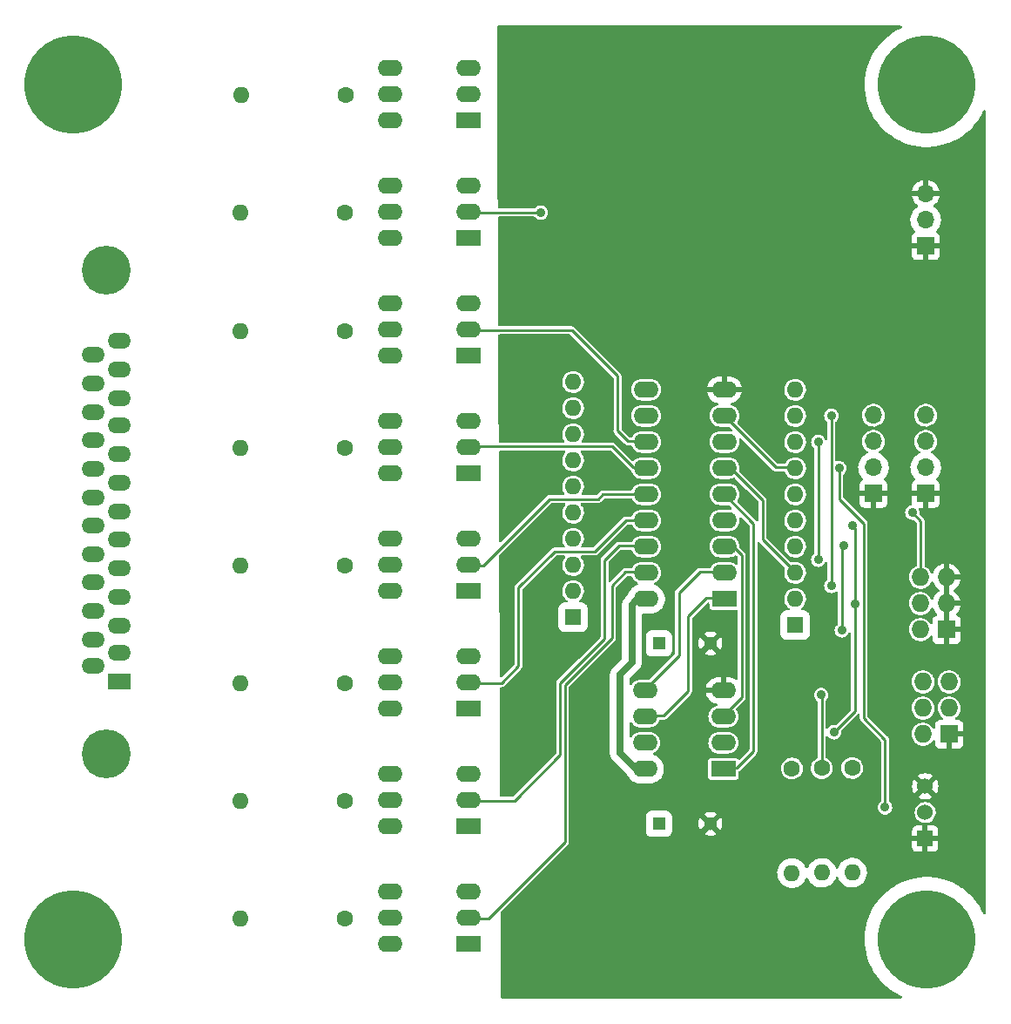
<source format=gbl>
%TF.GenerationSoftware,KiCad,Pcbnew,(6.0.1)*%
%TF.CreationDate,2022-09-29T14:04:55-04:00*%
%TF.ProjectId,OptoOut8-I2C,4f70746f-4f75-4743-982d-4932432e6b69,4*%
%TF.SameCoordinates,Original*%
%TF.FileFunction,Copper,L2,Bot*%
%TF.FilePolarity,Positive*%
%FSLAX46Y46*%
G04 Gerber Fmt 4.6, Leading zero omitted, Abs format (unit mm)*
G04 Created by KiCad (PCBNEW (6.0.1)) date 2022-09-29 14:04:55*
%MOMM*%
%LPD*%
G01*
G04 APERTURE LIST*
%TA.AperFunction,ComponentPad*%
%ADD10C,4.750000*%
%TD*%
%TA.AperFunction,ComponentPad*%
%ADD11R,2.250000X1.524000*%
%TD*%
%TA.AperFunction,ComponentPad*%
%ADD12O,2.250000X1.524000*%
%TD*%
%TA.AperFunction,ComponentPad*%
%ADD13C,1.600000*%
%TD*%
%TA.AperFunction,ComponentPad*%
%ADD14O,1.600000X1.600000*%
%TD*%
%TA.AperFunction,ComponentPad*%
%ADD15R,2.400000X1.600000*%
%TD*%
%TA.AperFunction,ComponentPad*%
%ADD16O,2.400000X1.600000*%
%TD*%
%TA.AperFunction,ComponentPad*%
%ADD17C,9.525000*%
%TD*%
%TA.AperFunction,ComponentPad*%
%ADD18R,1.700000X1.700000*%
%TD*%
%TA.AperFunction,ComponentPad*%
%ADD19O,1.700000X1.700000*%
%TD*%
%TA.AperFunction,ComponentPad*%
%ADD20R,1.600000X1.600000*%
%TD*%
%TA.AperFunction,ComponentPad*%
%ADD21R,1.524000X1.524000*%
%TD*%
%TA.AperFunction,ComponentPad*%
%ADD22C,1.524000*%
%TD*%
%TA.AperFunction,ComponentPad*%
%ADD23R,1.727200X1.727200*%
%TD*%
%TA.AperFunction,ComponentPad*%
%ADD24O,1.727200X1.727200*%
%TD*%
%TA.AperFunction,ComponentPad*%
%ADD25R,1.300000X1.300000*%
%TD*%
%TA.AperFunction,ComponentPad*%
%ADD26C,1.300000*%
%TD*%
%TA.AperFunction,ViaPad*%
%ADD27C,0.889000*%
%TD*%
%TA.AperFunction,Conductor*%
%ADD28C,0.254000*%
%TD*%
%TA.AperFunction,Conductor*%
%ADD29C,0.635000*%
%TD*%
G04 APERTURE END LIST*
D10*
%TO.P,J7,*%
%TO.N,*%
X39255700Y-90982800D03*
X39255700Y-43992800D03*
D11*
%TO.P,J7,1,1*%
%TO.N,unconnected-(J7-Pad1)*%
X40525700Y-83997800D03*
D12*
%TO.P,J7,2,2*%
%TO.N,Net-(J7-Pad2)*%
X40525700Y-81203800D03*
%TO.P,J7,3,3*%
%TO.N,Net-(J7-Pad3)*%
X40525700Y-78536800D03*
%TO.P,J7,4,4*%
%TO.N,unconnected-(J7-Pad4)*%
X40525700Y-75742800D03*
%TO.P,J7,5,5*%
%TO.N,Net-(J7-Pad5)*%
X40525700Y-72948800D03*
%TO.P,J7,6,6*%
%TO.N,Net-(J7-Pad6)*%
X40525700Y-70154800D03*
%TO.P,J7,7,7*%
%TO.N,unconnected-(J7-Pad7)*%
X40525700Y-67487800D03*
%TO.P,J7,8,8*%
%TO.N,Net-(J7-Pad8)*%
X40525700Y-64693800D03*
%TO.P,J7,9,9*%
%TO.N,Net-(J7-Pad9)*%
X40525700Y-61899800D03*
%TO.P,J7,10,10*%
%TO.N,unconnected-(J7-Pad10)*%
X40525700Y-59105800D03*
%TO.P,J7,11,11*%
%TO.N,Net-(J7-Pad11)*%
X40525700Y-56438800D03*
%TO.P,J7,12,12*%
%TO.N,Net-(J7-Pad12)*%
X40525700Y-53644800D03*
%TO.P,J7,13,13*%
%TO.N,unconnected-(J7-Pad13)*%
X40525700Y-50850800D03*
%TO.P,J7,14,P14*%
%TO.N,Net-(J7-Pad14)*%
X37985700Y-82423000D03*
%TO.P,J7,15,P15*%
%TO.N,unconnected-(J7-Pad15)*%
X37985700Y-79883000D03*
%TO.P,J7,16,P16*%
%TO.N,Net-(J7-Pad16)*%
X37985700Y-77089000D03*
%TO.P,J7,17,P17*%
%TO.N,Net-(J7-Pad17)*%
X37985700Y-74345800D03*
%TO.P,J7,18,P18*%
%TO.N,unconnected-(J7-Pad18)*%
X37985700Y-71602600D03*
%TO.P,J7,19,P19*%
%TO.N,Net-(J7-Pad19)*%
X37985700Y-68808600D03*
%TO.P,J7,20,P20*%
%TO.N,Net-(J7-Pad20)*%
X37985700Y-66065400D03*
%TO.P,J7,21,P21*%
%TO.N,unconnected-(J7-Pad21)*%
X37985700Y-63322200D03*
%TO.P,J7,22,P22*%
%TO.N,Net-(J7-Pad22)*%
X37985700Y-60477400D03*
%TO.P,J7,23,P23*%
%TO.N,Net-(J7-Pad23)*%
X37985700Y-57785000D03*
%TO.P,J7,24,P24*%
%TO.N,unconnected-(J7-Pad24)*%
X37985700Y-55041800D03*
%TO.P,J7,25,P25*%
%TO.N,Net-(J7-Pad25)*%
X37985700Y-52247800D03*
%TD*%
D13*
%TO.P,R1,1*%
%TO.N,Net-(R1-Pad1)*%
X62510000Y-27000000D03*
D14*
%TO.P,R1,2*%
%TO.N,Net-(J7-Pad12)*%
X52350000Y-27000000D03*
%TD*%
D13*
%TO.P,R2,1*%
%TO.N,Net-(R2-Pad1)*%
X62460000Y-38400000D03*
D14*
%TO.P,R2,2*%
%TO.N,Net-(J7-Pad23)*%
X52300000Y-38400000D03*
%TD*%
D13*
%TO.P,R3,1*%
%TO.N,Net-(R3-Pad1)*%
X62460000Y-49900000D03*
D14*
%TO.P,R3,2*%
%TO.N,Net-(J7-Pad9)*%
X52300000Y-49900000D03*
%TD*%
D13*
%TO.P,R4,1*%
%TO.N,Net-(R4-Pad1)*%
X62460000Y-61300000D03*
D14*
%TO.P,R4,2*%
%TO.N,Net-(J7-Pad20)*%
X52300000Y-61300000D03*
%TD*%
D13*
%TO.P,R5,1*%
%TO.N,Net-(R5-Pad1)*%
X62460000Y-72700000D03*
D14*
%TO.P,R5,2*%
%TO.N,Net-(J7-Pad6)*%
X52300000Y-72700000D03*
%TD*%
D13*
%TO.P,R6,1*%
%TO.N,Net-(R6-Pad1)*%
X62410000Y-84100000D03*
D14*
%TO.P,R6,2*%
%TO.N,Net-(J7-Pad17)*%
X52250000Y-84100000D03*
%TD*%
D13*
%TO.P,R8,1*%
%TO.N,Net-(R8-Pad1)*%
X62460000Y-107000000D03*
D14*
%TO.P,R8,2*%
%TO.N,Net-(J7-Pad14)*%
X52300000Y-107000000D03*
%TD*%
D13*
%TO.P,R7,1*%
%TO.N,Net-(R7-Pad1)*%
X62410000Y-95550000D03*
D14*
%TO.P,R7,2*%
%TO.N,Net-(J7-Pad3)*%
X52250000Y-95550000D03*
%TD*%
D15*
%TO.P,U8,1*%
%TO.N,Net-(RP1-Pad3)*%
X74422000Y-109474000D03*
D16*
%TO.P,U8,2*%
%TO.N,Net-(U8-Pad2)*%
X74422000Y-106934000D03*
%TO.P,U8,3*%
%TO.N,N/C*%
X74422000Y-104394000D03*
%TO.P,U8,4*%
%TO.N,Net-(J7-Pad2)*%
X66802000Y-104394000D03*
%TO.P,U8,5*%
%TO.N,Net-(R8-Pad1)*%
X66802000Y-106934000D03*
%TO.P,U8,6*%
%TO.N,unconnected-(U8-Pad6)*%
X66802000Y-109474000D03*
%TD*%
D15*
%TO.P,U1,1*%
%TO.N,Net-(RP1-Pad10)*%
X74422000Y-29464000D03*
D16*
%TO.P,U1,2*%
%TO.N,Net-(U1-Pad2)*%
X74422000Y-26924000D03*
%TO.P,U1,3*%
%TO.N,N/C*%
X74422000Y-24384000D03*
%TO.P,U1,4*%
%TO.N,Net-(J7-Pad25)*%
X66802000Y-24384000D03*
%TO.P,U1,5*%
%TO.N,Net-(R1-Pad1)*%
X66802000Y-26924000D03*
%TO.P,U1,6*%
%TO.N,unconnected-(U1-Pad6)*%
X66802000Y-29464000D03*
%TD*%
D15*
%TO.P,U2,1*%
%TO.N,Net-(RP1-Pad9)*%
X74422000Y-40894000D03*
D16*
%TO.P,U2,2*%
%TO.N,Net-(U2-Pad2)*%
X74422000Y-38354000D03*
%TO.P,U2,3*%
%TO.N,N/C*%
X74422000Y-35814000D03*
%TO.P,U2,4*%
%TO.N,Net-(J7-Pad11)*%
X66802000Y-35814000D03*
%TO.P,U2,5*%
%TO.N,Net-(R2-Pad1)*%
X66802000Y-38354000D03*
%TO.P,U2,6*%
%TO.N,unconnected-(U2-Pad6)*%
X66802000Y-40894000D03*
%TD*%
D15*
%TO.P,U3,1*%
%TO.N,Net-(RP1-Pad8)*%
X74422000Y-52324000D03*
D16*
%TO.P,U3,2*%
%TO.N,Net-(U3-Pad2)*%
X74422000Y-49784000D03*
%TO.P,U3,3*%
%TO.N,N/C*%
X74422000Y-47244000D03*
%TO.P,U3,4*%
%TO.N,Net-(J7-Pad22)*%
X66802000Y-47244000D03*
%TO.P,U3,5*%
%TO.N,Net-(R3-Pad1)*%
X66802000Y-49784000D03*
%TO.P,U3,6*%
%TO.N,unconnected-(U3-Pad6)*%
X66802000Y-52324000D03*
%TD*%
D15*
%TO.P,U4,1*%
%TO.N,Net-(RP1-Pad7)*%
X74422000Y-63754000D03*
D16*
%TO.P,U4,2*%
%TO.N,Net-(U4-Pad2)*%
X74422000Y-61214000D03*
%TO.P,U4,3*%
%TO.N,N/C*%
X74422000Y-58674000D03*
%TO.P,U4,4*%
%TO.N,Net-(J7-Pad8)*%
X66802000Y-58674000D03*
%TO.P,U4,5*%
%TO.N,Net-(R4-Pad1)*%
X66802000Y-61214000D03*
%TO.P,U4,6*%
%TO.N,unconnected-(U4-Pad6)*%
X66802000Y-63754000D03*
%TD*%
D15*
%TO.P,U5,1*%
%TO.N,Net-(RP1-Pad6)*%
X74422000Y-75184000D03*
D16*
%TO.P,U5,2*%
%TO.N,Net-(U5-Pad2)*%
X74422000Y-72644000D03*
%TO.P,U5,3*%
%TO.N,N/C*%
X74422000Y-70104000D03*
%TO.P,U5,4*%
%TO.N,Net-(J7-Pad19)*%
X66802000Y-70104000D03*
%TO.P,U5,5*%
%TO.N,Net-(R5-Pad1)*%
X66802000Y-72644000D03*
%TO.P,U5,6*%
%TO.N,unconnected-(U5-Pad6)*%
X66802000Y-75184000D03*
%TD*%
D15*
%TO.P,U6,1*%
%TO.N,Net-(RP1-Pad5)*%
X74437000Y-86599000D03*
D16*
%TO.P,U6,2*%
%TO.N,Net-(U6-Pad2)*%
X74437000Y-84059000D03*
%TO.P,U6,3*%
%TO.N,N/C*%
X74437000Y-81519000D03*
%TO.P,U6,4*%
%TO.N,Net-(J7-Pad5)*%
X66817000Y-81519000D03*
%TO.P,U6,5*%
%TO.N,Net-(R6-Pad1)*%
X66817000Y-84059000D03*
%TO.P,U6,6*%
%TO.N,unconnected-(U6-Pad6)*%
X66817000Y-86599000D03*
%TD*%
D15*
%TO.P,U7,1*%
%TO.N,Net-(RP1-Pad4)*%
X74422000Y-98044000D03*
D16*
%TO.P,U7,2*%
%TO.N,Net-(U7-Pad2)*%
X74422000Y-95504000D03*
%TO.P,U7,3*%
%TO.N,N/C*%
X74422000Y-92964000D03*
%TO.P,U7,4*%
%TO.N,Net-(J7-Pad16)*%
X66802000Y-92964000D03*
%TO.P,U7,5*%
%TO.N,Net-(R7-Pad1)*%
X66802000Y-95504000D03*
%TO.P,U7,6*%
%TO.N,unconnected-(U7-Pad6)*%
X66802000Y-98044000D03*
%TD*%
D17*
%TO.P,MTG4,1*%
%TO.N,N/C*%
X36000000Y-26000000D03*
%TD*%
%TO.P,MTG3,1*%
%TO.N,N/C*%
X119000000Y-26000000D03*
%TD*%
%TO.P,MTG2,1*%
%TO.N,N/C*%
X36000000Y-109000000D03*
%TD*%
%TO.P,MTG1,1*%
%TO.N,N/C*%
X119000000Y-109000000D03*
%TD*%
D18*
%TO.P,J3,1,P1*%
%TO.N,GND*%
X118900000Y-65720000D03*
D19*
%TO.P,J3,2,P2*%
%TO.N,/VCC*%
X118900000Y-63180000D03*
%TO.P,J3,3,P3*%
%TO.N,/SDA*%
X118900000Y-60640000D03*
%TO.P,J3,4,P4*%
%TO.N,/SCL*%
X118900000Y-58100000D03*
%TD*%
D20*
%TO.P,RP1,1,COM*%
%TO.N,/VCC*%
X84610000Y-77724000D03*
D14*
%TO.P,RP1,2,2*%
%TO.N,unconnected-(RP1-Pad2)*%
X84610000Y-75184000D03*
%TO.P,RP1,3,3*%
%TO.N,Net-(RP1-Pad3)*%
X84610000Y-72644000D03*
%TO.P,RP1,4,4*%
%TO.N,Net-(RP1-Pad4)*%
X84610000Y-70104000D03*
%TO.P,RP1,5,5*%
%TO.N,Net-(RP1-Pad5)*%
X84610000Y-67564000D03*
%TO.P,RP1,6,6*%
%TO.N,Net-(RP1-Pad6)*%
X84610000Y-65024000D03*
%TO.P,RP1,7,7*%
%TO.N,Net-(RP1-Pad7)*%
X84610000Y-62484000D03*
%TO.P,RP1,8,8*%
%TO.N,Net-(RP1-Pad8)*%
X84610000Y-59944000D03*
%TO.P,RP1,9,9*%
%TO.N,Net-(RP1-Pad9)*%
X84610000Y-57404000D03*
%TO.P,RP1,10,10*%
%TO.N,Net-(RP1-Pad10)*%
X84610000Y-54864000D03*
%TD*%
D20*
%TO.P,RP2,1,COM*%
%TO.N,/VCC*%
X106200000Y-78486000D03*
D14*
%TO.P,RP2,2,2*%
%TO.N,unconnected-(RP2-Pad2)*%
X106200000Y-75946000D03*
%TO.P,RP2,3,3*%
%TO.N,Net-(RP2-Pad3)*%
X106200000Y-73406000D03*
%TO.P,RP2,4,4*%
%TO.N,/A2*%
X106200000Y-70866000D03*
%TO.P,RP2,5,5*%
%TO.N,/A1*%
X106200000Y-68326000D03*
%TO.P,RP2,6,6*%
%TO.N,/A0*%
X106200000Y-65786000D03*
%TO.P,RP2,7,7*%
%TO.N,Net-(J6-Pad2)*%
X106200000Y-63246000D03*
%TO.P,RP2,8,8*%
%TO.N,unconnected-(RP2-Pad8)*%
X106200000Y-60706000D03*
%TO.P,RP2,9,9*%
%TO.N,unconnected-(RP2-Pad9)*%
X106200000Y-58166000D03*
%TO.P,RP2,10,10*%
%TO.N,unconnected-(RP2-Pad10)*%
X106200000Y-55626000D03*
%TD*%
D18*
%TO.P,J2,1,P1*%
%TO.N,GND*%
X113820000Y-65720000D03*
D19*
%TO.P,J2,2,P2*%
%TO.N,/VCC*%
X113820000Y-63180000D03*
%TO.P,J2,3,P3*%
%TO.N,/SDA*%
X113820000Y-60640000D03*
%TO.P,J2,4,P4*%
%TO.N,/SCL*%
X113820000Y-58100000D03*
%TD*%
D18*
%TO.P,J1,1,P1*%
%TO.N,GND*%
X118900000Y-41656000D03*
D19*
%TO.P,J1,2,PM*%
%TO.N,/VCC*%
X118900000Y-39116000D03*
%TO.P,J1,3,P3*%
%TO.N,GND*%
X118900000Y-36576000D03*
%TD*%
D21*
%TO.P,J6,1,P1*%
%TO.N,GND*%
X118850004Y-99240010D03*
D22*
%TO.P,J6,2,PM*%
%TO.N,Net-(J6-Pad2)*%
X118850004Y-96700010D03*
%TO.P,J6,3,P3*%
%TO.N,GND*%
X118850004Y-94160010D03*
%TD*%
D13*
%TO.P,R10,1*%
%TO.N,Net-(J5-Pad5)*%
X108800000Y-92390000D03*
D14*
%TO.P,R10,2*%
%TO.N,/VCC*%
X108800000Y-102550000D03*
%TD*%
D13*
%TO.P,R11,1*%
%TO.N,Net-(J5-Pad3)*%
X111750000Y-92370000D03*
D14*
%TO.P,R11,2*%
%TO.N,/VCC*%
X111750000Y-102530000D03*
%TD*%
D13*
%TO.P,R9,1*%
%TO.N,Net-(J5-Pad2)*%
X105900000Y-92420000D03*
D14*
%TO.P,R9,2*%
%TO.N,/VCC*%
X105900000Y-102580000D03*
%TD*%
D23*
%TO.P,J4,1,1*%
%TO.N,GND*%
X120931991Y-78928011D03*
D24*
%TO.P,J4,2,2*%
%TO.N,/A2*%
X118391991Y-78928011D03*
%TO.P,J4,3,3*%
%TO.N,GND*%
X120931991Y-76388011D03*
%TO.P,J4,4,4*%
%TO.N,/A1*%
X118391991Y-76388011D03*
%TO.P,J4,5,5*%
%TO.N,GND*%
X120931991Y-73848011D03*
%TO.P,J4,6,6*%
%TO.N,/A0*%
X118391991Y-73848011D03*
%TD*%
D23*
%TO.P,J5,1,P1*%
%TO.N,GND*%
X121185991Y-89088011D03*
D24*
%TO.P,J5,2,P2*%
%TO.N,Net-(J5-Pad2)*%
X118645991Y-89088011D03*
%TO.P,J5,3,P3*%
%TO.N,Net-(J5-Pad3)*%
X121185991Y-86548011D03*
%TO.P,J5,4,P4*%
%TO.N,/SCL*%
X118645991Y-86548011D03*
%TO.P,J5,5,P5*%
%TO.N,Net-(J5-Pad5)*%
X121185991Y-84008011D03*
%TO.P,J5,6,P6*%
%TO.N,/SDA*%
X118645991Y-84008011D03*
%TD*%
D25*
%TO.P,C1,1*%
%TO.N,/VCC*%
X92964000Y-80264000D03*
D26*
%TO.P,C1,2*%
%TO.N,GND*%
X97964000Y-80264000D03*
%TD*%
D25*
%TO.P,C2,1*%
%TO.N,/VCC*%
X92964000Y-97790000D03*
D26*
%TO.P,C2,2*%
%TO.N,GND*%
X97964000Y-97790000D03*
%TD*%
D15*
%TO.P,U9,1,SCL*%
%TO.N,/SCL*%
X99329000Y-75936000D03*
D16*
%TO.P,U9,2,SDA*%
%TO.N,/SDA*%
X99329000Y-73396000D03*
%TO.P,U9,3,A2*%
%TO.N,/A2*%
X99329000Y-70856000D03*
%TO.P,U9,4,A1*%
%TO.N,/A1*%
X99329000Y-68316000D03*
%TO.P,U9,5,A0*%
%TO.N,/A0*%
X99329000Y-65776000D03*
%TO.P,U9,6,~{RST}*%
%TO.N,Net-(RP2-Pad3)*%
X99329000Y-63236000D03*
%TO.P,U9,7*%
%TO.N,N/C*%
X99329000Y-60696000D03*
%TO.P,U9,8,INT*%
%TO.N,Net-(J6-Pad2)*%
X99329000Y-58156000D03*
%TO.P,U9,9,VSS*%
%TO.N,GND*%
X99329000Y-55616000D03*
%TO.P,U9,10,GP0*%
%TO.N,Net-(U1-Pad2)*%
X91709000Y-55616000D03*
%TO.P,U9,11,GP1*%
%TO.N,Net-(U2-Pad2)*%
X91709000Y-58156000D03*
%TO.P,U9,12,GP2*%
%TO.N,Net-(U3-Pad2)*%
X91709000Y-60696000D03*
%TO.P,U9,13,GP3*%
%TO.N,Net-(U4-Pad2)*%
X91709000Y-63236000D03*
%TO.P,U9,14,GP4*%
%TO.N,Net-(U5-Pad2)*%
X91709000Y-65776000D03*
%TO.P,U9,15,GP5*%
%TO.N,Net-(U6-Pad2)*%
X91709000Y-68316000D03*
%TO.P,U9,16,GP6*%
%TO.N,Net-(U7-Pad2)*%
X91709000Y-70856000D03*
%TO.P,U9,17,GP7*%
%TO.N,Net-(U8-Pad2)*%
X91709000Y-73396000D03*
%TO.P,U9,18,VDD*%
%TO.N,/VCC*%
X91709000Y-75936000D03*
%TD*%
D15*
%TO.P,U10,1,A0*%
%TO.N,/A0*%
X99225000Y-92450000D03*
D16*
%TO.P,U10,2,A1*%
%TO.N,/A1*%
X99225000Y-89910000D03*
%TO.P,U10,3,A2*%
%TO.N,/A2*%
X99225000Y-87370000D03*
%TO.P,U10,4,GND*%
%TO.N,GND*%
X99225000Y-84830000D03*
%TO.P,U10,5,SDA*%
%TO.N,/SDA*%
X91605000Y-84830000D03*
%TO.P,U10,6,SCL*%
%TO.N,/SCL*%
X91605000Y-87370000D03*
%TO.P,U10,7,TEST*%
%TO.N,Net-(J5-Pad2)*%
X91605000Y-89910000D03*
%TO.P,U10,8,VCC*%
%TO.N,/VCC*%
X91605000Y-92450000D03*
%TD*%
D27*
%TO.N,/A0*%
X117602000Y-67564000D03*
%TO.N,/A1*%
X112014000Y-76454000D03*
X109982000Y-88900000D03*
X111760000Y-68834000D03*
%TO.N,/A2*%
X110744000Y-78994000D03*
X110932000Y-70800000D03*
%TO.N,/SCL*%
X109728000Y-74676000D03*
X109728000Y-58166000D03*
%TO.N,/SDA*%
X108458000Y-72136000D03*
X108458000Y-60706000D03*
%TO.N,Net-(J6-Pad2)*%
X110502200Y-63250000D03*
X114950000Y-96200000D03*
%TO.N,Net-(U2-Pad2)*%
X81465000Y-38415000D03*
%TO.N,Net-(J5-Pad5)*%
X108740000Y-85278000D03*
%TD*%
D28*
%TO.N,/A0*%
X100485000Y-92390000D02*
X102136000Y-90739000D01*
X102136000Y-90739000D02*
X102136000Y-68641000D01*
X102136000Y-68641000D02*
X99215000Y-65720000D01*
X118392000Y-68354000D02*
X117602000Y-67564000D01*
X118392000Y-73848000D02*
X118392000Y-68354000D01*
X99215000Y-92390000D02*
X100485000Y-92390000D01*
%TO.N,/A1*%
X111760000Y-68834000D02*
X112014000Y-69088000D01*
X112014000Y-69088000D02*
X112014000Y-76454000D01*
X112014000Y-86868000D02*
X109982000Y-88900000D01*
X112014000Y-76454000D02*
X112014000Y-86868000D01*
%TO.N,/A2*%
X100104000Y-70800000D02*
X100993000Y-71689000D01*
X100993000Y-71689000D02*
X100993000Y-85532000D01*
X100993000Y-85532000D02*
X99215000Y-87310000D01*
X110932000Y-70800000D02*
X110744000Y-70988000D01*
X110744000Y-70988000D02*
X110744000Y-78994000D01*
%TO.N,/SCL*%
X93373000Y-87310000D02*
X95786000Y-84897000D01*
X95786000Y-84897000D02*
X95786000Y-77658000D01*
X95786000Y-77658000D02*
X97564000Y-75880000D01*
X97564000Y-75880000D02*
X99215000Y-75880000D01*
X109728000Y-74676000D02*
X109728000Y-58166000D01*
X91595000Y-87310000D02*
X93373000Y-87310000D01*
%TO.N,/SDA*%
X94897000Y-81468000D02*
X94897000Y-75372000D01*
X94897000Y-75372000D02*
X96929000Y-73340000D01*
X96929000Y-73340000D02*
X99215000Y-73340000D01*
X108458000Y-72136000D02*
X108458000Y-60706000D01*
X91595000Y-84770000D02*
X94897000Y-81468000D01*
%TO.N,/VCC*%
X90960000Y-75880000D02*
X90325000Y-76515000D01*
X90325000Y-76515000D02*
X90325000Y-78420000D01*
D29*
X90960000Y-75880000D02*
X90325000Y-76515000D01*
X90325000Y-76515000D02*
X90325000Y-78420000D01*
X90325000Y-82141000D02*
X89154000Y-83312000D01*
X89154000Y-90932000D02*
X90612000Y-92390000D01*
X90612000Y-92390000D02*
X91595000Y-92390000D01*
X89154000Y-83312000D02*
X89154000Y-90932000D01*
X90325000Y-78420000D02*
X90325000Y-82141000D01*
D28*
%TO.N,Net-(RP2-Pad3)*%
X103025000Y-70165000D02*
X103025000Y-66355000D01*
X103025000Y-66355000D02*
X99850000Y-63180000D01*
X106200000Y-73340000D02*
X103025000Y-70165000D01*
%TO.N,Net-(J6-Pad2)*%
X99248000Y-58100000D02*
X104328000Y-63180000D01*
X104328000Y-63180000D02*
X106200000Y-63180000D01*
X112879711Y-87529711D02*
X114950000Y-89600000D01*
X110502200Y-63250000D02*
X110502200Y-66252200D01*
X114950000Y-89600000D02*
X114950000Y-96200000D01*
X112879711Y-68629711D02*
X112879711Y-87529711D01*
X110502200Y-66252200D02*
X112879711Y-68629711D01*
%TO.N,Net-(U2-Pad2)*%
X81465000Y-38415000D02*
X74450000Y-38415000D01*
%TO.N,Net-(U3-Pad2)*%
X89944000Y-60640000D02*
X88928000Y-59624000D01*
X88928000Y-59624000D02*
X88928000Y-54290000D01*
X84483000Y-49845000D02*
X88928000Y-54290000D01*
X91595000Y-60640000D02*
X89944000Y-60640000D01*
X74450000Y-49845000D02*
X84483000Y-49845000D01*
%TO.N,Net-(U4-Pad2)*%
X90452000Y-63180000D02*
X88420000Y-61148000D01*
X88420000Y-61148000D02*
X74577000Y-61148000D01*
X91595000Y-63180000D02*
X90452000Y-63180000D01*
%TO.N,Net-(U5-Pad2)*%
X87050000Y-66250000D02*
X82302000Y-66250000D01*
X82302000Y-66250000D02*
X75847000Y-72705000D01*
X87524000Y-65776000D02*
X87050000Y-66250000D01*
X91709000Y-65776000D02*
X87524000Y-65776000D01*
X75847000Y-72705000D02*
X74450000Y-72705000D01*
%TO.N,Net-(U6-Pad2)*%
X79276000Y-74864000D02*
X79276000Y-82484000D01*
X82790000Y-71350000D02*
X79276000Y-74864000D01*
X79276000Y-82484000D02*
X77625000Y-84135000D01*
X89734000Y-68316000D02*
X86700000Y-71350000D01*
X91709000Y-68316000D02*
X89734000Y-68316000D01*
X86700000Y-71350000D02*
X82790000Y-71350000D01*
X77625000Y-84135000D02*
X74450000Y-84135000D01*
%TO.N,Net-(U7-Pad2)*%
X78895000Y-95565000D02*
X83340000Y-91120000D01*
X83340000Y-91120000D02*
X83340000Y-84135000D01*
X83340000Y-84135000D02*
X87658000Y-79817000D01*
X87658000Y-72197000D02*
X89055000Y-70800000D01*
X89055000Y-70800000D02*
X91595000Y-70800000D01*
X74450000Y-95565000D02*
X78895000Y-95565000D01*
X87658000Y-79817000D02*
X87658000Y-72197000D01*
%TO.N,Net-(U8-Pad2)*%
X89728000Y-73340000D02*
X88392000Y-74676000D01*
X88392000Y-74676000D02*
X88392000Y-79729582D01*
X88392000Y-79729582D02*
X83820000Y-84301582D01*
X83820000Y-84301582D02*
X83820000Y-99568000D01*
X83820000Y-99568000D02*
X76393000Y-106995000D01*
X74450000Y-106995000D02*
X76393000Y-106995000D01*
X91595000Y-73340000D02*
X89728000Y-73340000D01*
%TO.N,Net-(J5-Pad5)*%
X108740000Y-85278000D02*
X108800000Y-85338000D01*
X108800000Y-85338000D02*
X108800000Y-92390000D01*
%TD*%
%TA.AperFunction,Conductor*%
%TO.N,GND*%
G36*
X116543234Y-20274002D02*
G01*
X116589727Y-20327658D01*
X116599831Y-20397932D01*
X116570337Y-20462512D01*
X116523737Y-20496240D01*
X116450611Y-20526829D01*
X116450602Y-20526833D01*
X116448274Y-20527807D01*
X116017630Y-20750079D01*
X115606198Y-21006173D01*
X115216631Y-21294438D01*
X114851436Y-21613017D01*
X114512968Y-21959858D01*
X114203406Y-22332727D01*
X114201953Y-22334794D01*
X114201951Y-22334797D01*
X113926195Y-22727158D01*
X113926188Y-22727168D01*
X113924745Y-22729222D01*
X113678781Y-23146787D01*
X113677677Y-23149060D01*
X113677673Y-23149068D01*
X113468203Y-23580453D01*
X113468198Y-23580465D01*
X113467096Y-23582734D01*
X113291056Y-24034253D01*
X113151795Y-24498436D01*
X113050209Y-24972293D01*
X112986953Y-25452770D01*
X112986826Y-25455284D01*
X112986825Y-25455291D01*
X112982924Y-25532311D01*
X112962434Y-25936772D01*
X112976811Y-26421182D01*
X113029991Y-26902879D01*
X113121631Y-27378759D01*
X113251141Y-27845757D01*
X113252010Y-27848131D01*
X113416816Y-28298488D01*
X113416821Y-28298499D01*
X113417686Y-28300864D01*
X113620194Y-28741148D01*
X113857360Y-29163773D01*
X114127657Y-29566016D01*
X114429342Y-29945286D01*
X114760472Y-30299140D01*
X114762336Y-30300836D01*
X115117035Y-30623587D01*
X115117044Y-30623595D01*
X115118915Y-30625297D01*
X115502360Y-30921658D01*
X115908338Y-31186311D01*
X115910561Y-31187518D01*
X115910566Y-31187521D01*
X116079305Y-31279139D01*
X116334233Y-31417554D01*
X116777302Y-31613895D01*
X116779666Y-31614723D01*
X116779679Y-31614728D01*
X117232317Y-31773239D01*
X117234690Y-31774070D01*
X117703450Y-31897047D01*
X118180563Y-31982033D01*
X118183069Y-31982274D01*
X118183074Y-31982275D01*
X118366041Y-31999892D01*
X118662956Y-32028482D01*
X118665491Y-32028522D01*
X118665494Y-32028522D01*
X118818771Y-32030930D01*
X119147519Y-32036095D01*
X119150038Y-32035932D01*
X119150042Y-32035932D01*
X119628598Y-32004985D01*
X119628601Y-32004985D01*
X119631132Y-32004821D01*
X119633635Y-32004456D01*
X119633643Y-32004455D01*
X119837773Y-31974675D01*
X120110679Y-31934862D01*
X120583071Y-31826670D01*
X121045265Y-31680941D01*
X121210380Y-31613895D01*
X121491950Y-31499561D01*
X121491952Y-31499560D01*
X121494282Y-31498614D01*
X121709071Y-31390587D01*
X121924983Y-31281995D01*
X121924990Y-31281991D01*
X121927231Y-31280864D01*
X122341321Y-31029093D01*
X122343355Y-31027621D01*
X122343362Y-31027616D01*
X122731832Y-30746410D01*
X122731834Y-30746408D01*
X122733886Y-30744923D01*
X123102397Y-30430185D01*
X123444478Y-30086907D01*
X123446116Y-30084976D01*
X123756296Y-29719226D01*
X123756302Y-29719218D01*
X123757928Y-29717301D01*
X124040725Y-29323746D01*
X124291049Y-28908779D01*
X124507238Y-28475171D01*
X124555534Y-28423132D01*
X124624297Y-28405465D01*
X124691696Y-28427779D01*
X124736332Y-28482989D01*
X124746000Y-28531392D01*
X124746000Y-106477318D01*
X124725998Y-106545439D01*
X124672342Y-106591932D01*
X124602068Y-106602036D01*
X124537488Y-106572542D01*
X124506088Y-106531169D01*
X124350806Y-106202666D01*
X124349559Y-106200497D01*
X124349552Y-106200484D01*
X124218456Y-105972503D01*
X124109227Y-105782548D01*
X123834734Y-105383157D01*
X123610906Y-105107737D01*
X123530696Y-105009039D01*
X123530691Y-105009033D01*
X123529093Y-105007067D01*
X123194276Y-104656700D01*
X123145248Y-104613017D01*
X122834317Y-104335989D01*
X122832437Y-104334314D01*
X122781904Y-104296096D01*
X122447916Y-104043503D01*
X122447914Y-104043502D01*
X122445910Y-104041986D01*
X122409731Y-104018937D01*
X122088455Y-103814262D01*
X122037183Y-103781598D01*
X122034946Y-103780414D01*
X122034933Y-103780406D01*
X121611135Y-103556017D01*
X121611131Y-103556015D01*
X121608889Y-103554828D01*
X121163789Y-103363138D01*
X120704749Y-103207761D01*
X120234726Y-103089700D01*
X120232245Y-103089285D01*
X120232241Y-103089284D01*
X120029178Y-103055303D01*
X119756749Y-103009714D01*
X119273897Y-102968319D01*
X119015515Y-102966966D01*
X118791811Y-102965794D01*
X118791805Y-102965794D01*
X118789280Y-102965781D01*
X118306021Y-103002118D01*
X117827233Y-103077094D01*
X117356000Y-103190227D01*
X117353610Y-103191008D01*
X117353600Y-103191011D01*
X116897756Y-103340004D01*
X116897751Y-103340006D01*
X116895358Y-103340788D01*
X116448274Y-103527807D01*
X116244094Y-103633192D01*
X116056682Y-103729923D01*
X116017630Y-103750079D01*
X115606198Y-104006173D01*
X115216631Y-104294438D01*
X115214735Y-104296092D01*
X115214730Y-104296096D01*
X115170920Y-104334314D01*
X114851436Y-104613017D01*
X114512968Y-104959858D01*
X114203406Y-105332727D01*
X114201953Y-105334794D01*
X114201951Y-105334797D01*
X113926195Y-105727158D01*
X113926188Y-105727168D01*
X113924745Y-105729222D01*
X113678781Y-106146787D01*
X113677677Y-106149060D01*
X113677673Y-106149068D01*
X113468203Y-106580453D01*
X113468198Y-106580465D01*
X113467096Y-106582734D01*
X113455101Y-106613500D01*
X113294529Y-107025346D01*
X113291056Y-107034253D01*
X113151795Y-107498436D01*
X113050209Y-107972293D01*
X112986953Y-108452770D01*
X112962434Y-108936772D01*
X112976811Y-109421182D01*
X113029991Y-109902879D01*
X113121631Y-110378759D01*
X113251141Y-110845757D01*
X113252010Y-110848131D01*
X113416816Y-111298488D01*
X113416821Y-111298499D01*
X113417686Y-111300864D01*
X113620194Y-111741148D01*
X113857360Y-112163773D01*
X114127657Y-112566016D01*
X114429342Y-112945286D01*
X114760472Y-113299140D01*
X114762336Y-113300836D01*
X115117035Y-113623587D01*
X115117044Y-113623595D01*
X115118915Y-113625297D01*
X115502360Y-113921658D01*
X115908338Y-114186311D01*
X115910561Y-114187518D01*
X115910566Y-114187521D01*
X116079305Y-114279139D01*
X116334233Y-114417554D01*
X116531124Y-114504804D01*
X116585300Y-114550689D01*
X116606068Y-114618581D01*
X116586835Y-114686922D01*
X116533706Y-114734017D01*
X116480076Y-114746000D01*
X77724665Y-114746000D01*
X77656544Y-114725998D01*
X77610051Y-114672342D01*
X77598667Y-114620512D01*
X77565458Y-106414764D01*
X77585183Y-106346565D01*
X77602361Y-106325161D01*
X80365080Y-103562443D01*
X81382716Y-102544807D01*
X104460010Y-102544807D01*
X104460307Y-102549959D01*
X104460307Y-102549963D01*
X104466096Y-102650364D01*
X104473598Y-102780468D01*
X104474735Y-102785514D01*
X104474736Y-102785520D01*
X104484596Y-102829270D01*
X104525493Y-103010744D01*
X104527435Y-103015526D01*
X104527436Y-103015530D01*
X104563387Y-103104065D01*
X104614302Y-103229453D01*
X104737638Y-103430720D01*
X104892191Y-103609141D01*
X105073809Y-103759923D01*
X105078261Y-103762525D01*
X105078266Y-103762528D01*
X105260199Y-103868841D01*
X105277615Y-103879018D01*
X105498136Y-103963226D01*
X105503202Y-103964257D01*
X105503203Y-103964257D01*
X105558596Y-103975527D01*
X105729449Y-104010287D01*
X105862360Y-104015161D01*
X105960178Y-104018748D01*
X105960182Y-104018748D01*
X105965342Y-104018937D01*
X105970462Y-104018281D01*
X105970464Y-104018281D01*
X106075424Y-104004835D01*
X106199480Y-103988943D01*
X106204428Y-103987458D01*
X106204435Y-103987457D01*
X106420633Y-103922594D01*
X106425576Y-103921111D01*
X106441672Y-103913226D01*
X106632919Y-103819535D01*
X106637557Y-103817263D01*
X106687557Y-103781598D01*
X106825518Y-103683192D01*
X106825523Y-103683188D01*
X106829730Y-103680187D01*
X106996935Y-103513565D01*
X107134681Y-103321871D01*
X107157318Y-103276070D01*
X107236977Y-103114892D01*
X107236978Y-103114889D01*
X107239269Y-103110254D01*
X107240771Y-103105310D01*
X107241264Y-103104065D01*
X107284941Y-103048093D01*
X107351945Y-103024620D01*
X107421003Y-103041099D01*
X107470189Y-103092297D01*
X107475157Y-103103050D01*
X107504235Y-103174660D01*
X107514302Y-103199453D01*
X107637638Y-103400720D01*
X107792191Y-103579141D01*
X107973809Y-103729923D01*
X107978261Y-103732525D01*
X107978266Y-103732528D01*
X108071934Y-103787263D01*
X108177615Y-103849018D01*
X108398136Y-103933226D01*
X108403202Y-103934257D01*
X108403203Y-103934257D01*
X108418932Y-103937457D01*
X108629449Y-103980287D01*
X108762360Y-103985161D01*
X108860178Y-103988748D01*
X108860182Y-103988748D01*
X108865342Y-103988937D01*
X108870462Y-103988281D01*
X108870464Y-103988281D01*
X108944335Y-103978818D01*
X109099480Y-103958943D01*
X109104428Y-103957458D01*
X109104435Y-103957457D01*
X109320633Y-103892594D01*
X109325576Y-103891111D01*
X109355579Y-103876413D01*
X109532919Y-103789535D01*
X109537557Y-103787263D01*
X109591317Y-103748916D01*
X109725518Y-103653192D01*
X109725523Y-103653188D01*
X109729730Y-103650187D01*
X109896935Y-103483565D01*
X109911307Y-103463565D01*
X109938070Y-103426319D01*
X110034681Y-103291871D01*
X110042491Y-103276070D01*
X110136975Y-103084896D01*
X110136976Y-103084894D01*
X110139269Y-103080254D01*
X110157704Y-103019576D01*
X110196645Y-102960211D01*
X110261498Y-102931323D01*
X110331675Y-102942084D01*
X110384893Y-102989076D01*
X110395005Y-103008798D01*
X110462355Y-103174660D01*
X110462359Y-103174668D01*
X110464302Y-103179453D01*
X110587638Y-103380720D01*
X110742191Y-103559141D01*
X110923809Y-103709923D01*
X110928261Y-103712525D01*
X110928266Y-103712528D01*
X111056160Y-103787263D01*
X111127615Y-103829018D01*
X111348136Y-103913226D01*
X111353202Y-103914257D01*
X111353203Y-103914257D01*
X111386892Y-103921111D01*
X111579449Y-103960287D01*
X111712360Y-103965161D01*
X111810178Y-103968748D01*
X111810182Y-103968748D01*
X111815342Y-103968937D01*
X111820462Y-103968281D01*
X111820464Y-103968281D01*
X111904957Y-103957457D01*
X112049480Y-103938943D01*
X112054428Y-103937458D01*
X112054435Y-103937457D01*
X112270633Y-103872594D01*
X112275576Y-103871111D01*
X112487557Y-103767263D01*
X112544532Y-103726623D01*
X112675518Y-103633192D01*
X112675523Y-103633188D01*
X112679730Y-103630187D01*
X112846935Y-103463565D01*
X112984681Y-103271871D01*
X113005646Y-103229453D01*
X113086975Y-103064896D01*
X113086976Y-103064894D01*
X113089269Y-103060254D01*
X113157889Y-102834396D01*
X113165669Y-102775299D01*
X113188263Y-102603686D01*
X113188264Y-102603679D01*
X113188700Y-102600364D01*
X113190420Y-102530000D01*
X113175189Y-102344742D01*
X113171502Y-102299893D01*
X113171501Y-102299887D01*
X113171078Y-102294742D01*
X113113573Y-102065802D01*
X113055406Y-101932028D01*
X113021512Y-101854077D01*
X113021512Y-101854076D01*
X113019447Y-101849328D01*
X112923577Y-101701135D01*
X112894040Y-101655478D01*
X112894038Y-101655475D01*
X112891230Y-101651135D01*
X112884296Y-101643514D01*
X112735842Y-101480366D01*
X112735840Y-101480365D01*
X112732364Y-101476544D01*
X112728313Y-101473345D01*
X112728309Y-101473341D01*
X112551174Y-101333449D01*
X112547116Y-101330244D01*
X112340461Y-101216164D01*
X112171863Y-101156460D01*
X112122824Y-101139094D01*
X112122820Y-101139093D01*
X112117949Y-101137368D01*
X112112859Y-101136461D01*
X112112854Y-101136460D01*
X111890644Y-101096879D01*
X111890638Y-101096878D01*
X111885555Y-101095973D01*
X111794623Y-101094862D01*
X111654690Y-101093152D01*
X111654688Y-101093152D01*
X111649521Y-101093089D01*
X111416186Y-101128794D01*
X111191815Y-101202130D01*
X110982434Y-101311126D01*
X110978295Y-101314233D01*
X110978296Y-101314233D01*
X110893708Y-101377744D01*
X110793667Y-101452857D01*
X110790095Y-101456595D01*
X110719598Y-101530366D01*
X110630583Y-101623514D01*
X110627669Y-101627786D01*
X110627668Y-101627787D01*
X110500481Y-101814236D01*
X110500478Y-101814241D01*
X110497562Y-101818516D01*
X110398176Y-102032626D01*
X110392897Y-102051661D01*
X110355420Y-102111956D01*
X110291291Y-102142419D01*
X110220872Y-102133376D01*
X110166522Y-102087697D01*
X110155932Y-102068229D01*
X110071512Y-101874077D01*
X110071512Y-101874076D01*
X110069447Y-101869328D01*
X109958163Y-101697309D01*
X109944040Y-101675478D01*
X109944038Y-101675475D01*
X109941230Y-101671135D01*
X109926984Y-101655478D01*
X109785842Y-101500366D01*
X109785840Y-101500365D01*
X109782364Y-101496544D01*
X109778313Y-101493345D01*
X109778309Y-101493341D01*
X109601174Y-101353449D01*
X109597116Y-101350244D01*
X109390461Y-101236164D01*
X109226246Y-101178012D01*
X109172824Y-101159094D01*
X109172820Y-101159093D01*
X109167949Y-101157368D01*
X109162859Y-101156461D01*
X109162854Y-101156460D01*
X108940644Y-101116879D01*
X108940638Y-101116878D01*
X108935555Y-101115973D01*
X108844623Y-101114862D01*
X108704690Y-101113152D01*
X108704688Y-101113152D01*
X108699521Y-101113089D01*
X108466186Y-101148794D01*
X108241815Y-101222130D01*
X108157226Y-101266164D01*
X108038931Y-101327744D01*
X108032434Y-101331126D01*
X108028295Y-101334233D01*
X108028296Y-101334233D01*
X107865326Y-101456595D01*
X107843667Y-101472857D01*
X107680583Y-101643514D01*
X107677669Y-101647786D01*
X107677668Y-101647787D01*
X107550481Y-101834236D01*
X107550478Y-101834241D01*
X107547562Y-101838516D01*
X107519334Y-101899328D01*
X107456718Y-102034224D01*
X107409894Y-102087591D01*
X107341651Y-102107172D01*
X107273655Y-102086749D01*
X107226882Y-102031418D01*
X107169447Y-101899328D01*
X107117167Y-101818516D01*
X107044040Y-101705478D01*
X107044038Y-101705475D01*
X107041230Y-101701135D01*
X107012697Y-101669777D01*
X106885842Y-101530366D01*
X106885840Y-101530365D01*
X106882364Y-101526544D01*
X106878313Y-101523345D01*
X106878309Y-101523341D01*
X106701174Y-101383449D01*
X106697116Y-101380244D01*
X106490461Y-101266164D01*
X106344389Y-101214437D01*
X106272824Y-101189094D01*
X106272820Y-101189093D01*
X106267949Y-101187368D01*
X106262859Y-101186461D01*
X106262854Y-101186460D01*
X106040644Y-101146879D01*
X106040638Y-101146878D01*
X106035555Y-101145973D01*
X105944623Y-101144862D01*
X105804690Y-101143152D01*
X105804688Y-101143152D01*
X105799521Y-101143089D01*
X105566186Y-101178794D01*
X105341815Y-101252130D01*
X105132434Y-101361126D01*
X105128295Y-101364233D01*
X105128296Y-101364233D01*
X104978645Y-101476595D01*
X104943667Y-101502857D01*
X104940095Y-101506595D01*
X104786513Y-101667309D01*
X104780583Y-101673514D01*
X104777669Y-101677786D01*
X104777668Y-101677787D01*
X104650481Y-101864236D01*
X104650478Y-101864241D01*
X104647562Y-101868516D01*
X104645383Y-101873211D01*
X104558187Y-102061060D01*
X104548176Y-102082626D01*
X104485094Y-102310092D01*
X104460010Y-102544807D01*
X81382716Y-102544807D01*
X83880844Y-100046679D01*
X117580005Y-100046679D01*
X117580375Y-100053500D01*
X117585899Y-100104362D01*
X117589525Y-100119614D01*
X117634680Y-100240064D01*
X117643218Y-100255659D01*
X117719719Y-100357734D01*
X117732280Y-100370295D01*
X117834355Y-100446796D01*
X117849950Y-100455334D01*
X117970398Y-100500488D01*
X117985653Y-100504115D01*
X118036518Y-100509641D01*
X118043332Y-100510010D01*
X118577889Y-100510010D01*
X118593128Y-100505535D01*
X118594333Y-100504145D01*
X118596004Y-100496462D01*
X118596004Y-100491894D01*
X119104004Y-100491894D01*
X119108479Y-100507133D01*
X119109869Y-100508338D01*
X119117552Y-100510009D01*
X119656673Y-100510009D01*
X119663494Y-100509639D01*
X119714356Y-100504115D01*
X119729608Y-100500489D01*
X119850058Y-100455334D01*
X119865653Y-100446796D01*
X119967728Y-100370295D01*
X119980289Y-100357734D01*
X120056790Y-100255659D01*
X120065328Y-100240064D01*
X120110482Y-100119616D01*
X120114109Y-100104361D01*
X120119635Y-100053496D01*
X120120004Y-100046682D01*
X120120004Y-99512125D01*
X120115529Y-99496886D01*
X120114139Y-99495681D01*
X120106456Y-99494010D01*
X119122119Y-99494010D01*
X119106880Y-99498485D01*
X119105675Y-99499875D01*
X119104004Y-99507558D01*
X119104004Y-100491894D01*
X118596004Y-100491894D01*
X118596004Y-99512125D01*
X118591529Y-99496886D01*
X118590139Y-99495681D01*
X118582456Y-99494010D01*
X117598120Y-99494010D01*
X117582881Y-99498485D01*
X117581676Y-99499875D01*
X117580005Y-99507558D01*
X117580005Y-100046679D01*
X83880844Y-100046679D01*
X84051479Y-99876044D01*
X84070495Y-99860685D01*
X84071556Y-99859719D01*
X84080304Y-99854071D01*
X84101229Y-99827528D01*
X84105208Y-99823050D01*
X84105137Y-99822990D01*
X84108490Y-99819033D01*
X84112171Y-99815352D01*
X84123469Y-99799543D01*
X84127032Y-99794798D01*
X84152485Y-99762510D01*
X84158934Y-99754330D01*
X84161984Y-99745645D01*
X84167334Y-99738158D01*
X84182109Y-99688753D01*
X84183930Y-99683150D01*
X84198388Y-99641981D01*
X84201016Y-99634498D01*
X84201500Y-99628909D01*
X84201500Y-99626196D01*
X84201615Y-99623531D01*
X84201634Y-99623468D01*
X84201808Y-99623475D01*
X84201855Y-99622729D01*
X84203725Y-99616476D01*
X84201597Y-99562322D01*
X84201500Y-99557375D01*
X84201500Y-97075819D01*
X91678500Y-97075819D01*
X91678501Y-98504180D01*
X91681335Y-98540204D01*
X91726131Y-98694393D01*
X91730166Y-98701215D01*
X91730166Y-98701216D01*
X91803831Y-98825777D01*
X91807865Y-98832598D01*
X91921402Y-98946135D01*
X91928223Y-98950169D01*
X91986002Y-98984339D01*
X92059607Y-99027869D01*
X92067218Y-99030080D01*
X92067220Y-99030081D01*
X92207619Y-99070871D01*
X92207624Y-99070872D01*
X92213796Y-99072665D01*
X92235419Y-99074367D01*
X92247362Y-99075307D01*
X92247371Y-99075307D01*
X92249819Y-99075500D01*
X92963421Y-99075500D01*
X93678180Y-99075499D01*
X93697423Y-99073985D01*
X93707786Y-99073170D01*
X93707787Y-99073170D01*
X93714204Y-99072665D01*
X93720384Y-99070870D01*
X93720387Y-99070869D01*
X93860780Y-99030081D01*
X93860782Y-99030080D01*
X93868393Y-99027869D01*
X93941999Y-98984339D01*
X93969804Y-98967895D01*
X117580004Y-98967895D01*
X117584479Y-98983134D01*
X117585869Y-98984339D01*
X117593552Y-98986010D01*
X118577889Y-98986010D01*
X118593128Y-98981535D01*
X118594333Y-98980145D01*
X118596004Y-98972462D01*
X118596004Y-98967895D01*
X119104004Y-98967895D01*
X119108479Y-98983134D01*
X119109869Y-98984339D01*
X119117552Y-98986010D01*
X120101888Y-98986010D01*
X120117127Y-98981535D01*
X120118332Y-98980145D01*
X120120003Y-98972462D01*
X120120003Y-98433341D01*
X120119633Y-98426520D01*
X120114109Y-98375658D01*
X120110483Y-98360406D01*
X120065328Y-98239956D01*
X120056790Y-98224361D01*
X119980289Y-98122286D01*
X119967728Y-98109725D01*
X119865653Y-98033224D01*
X119850058Y-98024686D01*
X119729610Y-97979532D01*
X119714355Y-97975905D01*
X119663490Y-97970379D01*
X119656676Y-97970010D01*
X119122119Y-97970010D01*
X119106880Y-97974485D01*
X119105675Y-97975875D01*
X119104004Y-97983558D01*
X119104004Y-98967895D01*
X118596004Y-98967895D01*
X118596004Y-97988126D01*
X118591529Y-97972887D01*
X118590139Y-97971682D01*
X118582456Y-97970011D01*
X118043335Y-97970011D01*
X118036514Y-97970381D01*
X117985652Y-97975905D01*
X117970400Y-97979531D01*
X117849950Y-98024686D01*
X117834355Y-98033224D01*
X117732280Y-98109725D01*
X117719719Y-98122286D01*
X117643218Y-98224361D01*
X117634680Y-98239956D01*
X117589526Y-98360404D01*
X117585899Y-98375659D01*
X117580373Y-98426524D01*
X117580004Y-98433338D01*
X117580004Y-98967895D01*
X93969804Y-98967895D01*
X93999777Y-98950169D01*
X94006598Y-98946135D01*
X94120135Y-98832598D01*
X94124169Y-98825777D01*
X94158726Y-98767344D01*
X97351016Y-98767344D01*
X97360898Y-98779834D01*
X97404279Y-98808820D01*
X97414389Y-98814310D01*
X97599318Y-98893762D01*
X97610261Y-98897317D01*
X97806567Y-98941737D01*
X97817975Y-98943239D01*
X98019096Y-98951140D01*
X98030580Y-98950538D01*
X98229774Y-98921657D01*
X98240957Y-98918972D01*
X98431547Y-98854276D01*
X98442060Y-98849595D01*
X98568766Y-98778635D01*
X98578631Y-98768557D01*
X98575675Y-98760885D01*
X97976812Y-98162022D01*
X97962868Y-98154408D01*
X97961035Y-98154539D01*
X97954420Y-98158790D01*
X97357212Y-98755998D01*
X97351016Y-98767344D01*
X94158726Y-98767344D01*
X94197834Y-98701216D01*
X94197834Y-98701215D01*
X94201869Y-98694393D01*
X94244869Y-98546387D01*
X94244871Y-98546381D01*
X94244872Y-98546376D01*
X94246665Y-98540204D01*
X94248367Y-98518581D01*
X94249307Y-98506638D01*
X94249307Y-98506629D01*
X94249500Y-98504181D01*
X94249499Y-97765323D01*
X96801816Y-97765323D01*
X96814979Y-97966159D01*
X96816780Y-97977529D01*
X96866323Y-98172604D01*
X96870164Y-98183451D01*
X96954429Y-98366238D01*
X96960178Y-98376195D01*
X96973912Y-98395628D01*
X96984501Y-98404016D01*
X96997802Y-98396988D01*
X97591978Y-97802812D01*
X97598356Y-97791132D01*
X98328408Y-97791132D01*
X98328539Y-97792965D01*
X98332790Y-97799580D01*
X98930971Y-98397761D01*
X98943351Y-98404521D01*
X98949931Y-98399595D01*
X99023595Y-98268060D01*
X99028276Y-98257547D01*
X99092972Y-98066957D01*
X99095657Y-98055774D01*
X99124834Y-97854539D01*
X99125464Y-97847157D01*
X99126864Y-97793704D01*
X99126621Y-97786305D01*
X99108016Y-97583824D01*
X99105918Y-97572503D01*
X99051287Y-97378797D01*
X99047163Y-97368050D01*
X98958141Y-97187534D01*
X98954617Y-97181784D01*
X98944595Y-97174262D01*
X98932176Y-97181034D01*
X98336022Y-97777188D01*
X98328408Y-97791132D01*
X97598356Y-97791132D01*
X97599592Y-97788868D01*
X97599461Y-97787035D01*
X97595210Y-97780420D01*
X96995520Y-97180730D01*
X96983140Y-97173970D01*
X96977174Y-97178436D01*
X96892257Y-97339836D01*
X96887848Y-97350479D01*
X96828167Y-97542684D01*
X96825773Y-97553946D01*
X96802117Y-97753821D01*
X96801816Y-97765323D01*
X94249499Y-97765323D01*
X94249499Y-97075820D01*
X94246665Y-97039796D01*
X94206097Y-96900158D01*
X94204081Y-96893220D01*
X94204080Y-96893218D01*
X94201869Y-96885607D01*
X94158454Y-96812196D01*
X97350307Y-96812196D01*
X97353793Y-96820583D01*
X97951188Y-97417978D01*
X97965132Y-97425592D01*
X97966965Y-97425461D01*
X97973580Y-97421210D01*
X98570533Y-96824257D01*
X98577293Y-96811877D01*
X98571263Y-96803822D01*
X98496857Y-96756875D01*
X98486609Y-96751654D01*
X98299663Y-96677070D01*
X98288635Y-96673803D01*
X98091230Y-96634537D01*
X98079784Y-96633334D01*
X97878537Y-96630700D01*
X97867057Y-96631603D01*
X97668701Y-96665687D01*
X97657581Y-96668667D01*
X97468748Y-96738331D01*
X97458370Y-96743281D01*
X97359906Y-96801861D01*
X97350307Y-96812196D01*
X94158454Y-96812196D01*
X94120135Y-96747402D01*
X94006598Y-96633865D01*
X93868393Y-96552131D01*
X93860782Y-96549920D01*
X93860780Y-96549919D01*
X93720381Y-96509129D01*
X93720376Y-96509128D01*
X93714204Y-96507335D01*
X93692581Y-96505633D01*
X93680638Y-96504693D01*
X93680629Y-96504693D01*
X93678181Y-96504500D01*
X92964579Y-96504500D01*
X92249820Y-96504501D01*
X92230577Y-96506015D01*
X92220214Y-96506830D01*
X92220213Y-96506830D01*
X92213796Y-96507335D01*
X92207616Y-96509130D01*
X92207613Y-96509131D01*
X92067220Y-96549919D01*
X92067218Y-96549920D01*
X92059607Y-96552131D01*
X91921402Y-96633865D01*
X91807865Y-96747402D01*
X91726131Y-96885607D01*
X91723920Y-96893218D01*
X91723919Y-96893220D01*
X91683129Y-97033619D01*
X91683128Y-97033624D01*
X91681335Y-97039796D01*
X91680831Y-97046206D01*
X91678694Y-97073356D01*
X91678500Y-97075819D01*
X84201500Y-97075819D01*
X84201500Y-84511794D01*
X84221502Y-84443673D01*
X84238405Y-84422699D01*
X86419976Y-82241129D01*
X88623479Y-80037626D01*
X88642495Y-80022267D01*
X88643556Y-80021301D01*
X88652304Y-80015653D01*
X88673229Y-79989110D01*
X88677208Y-79984632D01*
X88677137Y-79984572D01*
X88680490Y-79980615D01*
X88684171Y-79976934D01*
X88695469Y-79961125D01*
X88699032Y-79956380D01*
X88724485Y-79924092D01*
X88730934Y-79915912D01*
X88733984Y-79907227D01*
X88739334Y-79899740D01*
X88754109Y-79850335D01*
X88755930Y-79844732D01*
X88770388Y-79803563D01*
X88773016Y-79796080D01*
X88773500Y-79790491D01*
X88773500Y-79787778D01*
X88773615Y-79785113D01*
X88773634Y-79785050D01*
X88773808Y-79785057D01*
X88773855Y-79784311D01*
X88775725Y-79778058D01*
X88773597Y-79723904D01*
X88773500Y-79718957D01*
X88773500Y-74886212D01*
X88793502Y-74818091D01*
X88810405Y-74797117D01*
X89849118Y-73758405D01*
X89911430Y-73724379D01*
X89938213Y-73721500D01*
X90213353Y-73721500D01*
X90281474Y-73741502D01*
X90324826Y-73793838D01*
X90326554Y-73792934D01*
X90419508Y-73970739D01*
X90419511Y-73970743D01*
X90422363Y-73976199D01*
X90426223Y-73980999D01*
X90426223Y-73981000D01*
X90429300Y-73984827D01*
X90551943Y-74137365D01*
X90710360Y-74270292D01*
X90851719Y-74348005D01*
X90901776Y-74398349D01*
X90916669Y-74467766D01*
X90891668Y-74534215D01*
X90841259Y-74573967D01*
X90743101Y-74616648D01*
X90628328Y-74666553D01*
X90590732Y-74690875D01*
X90434478Y-74791960D01*
X90434475Y-74791962D01*
X90430135Y-74794770D01*
X90426312Y-74798249D01*
X90426309Y-74798251D01*
X90272707Y-74938019D01*
X90255544Y-74953636D01*
X90252345Y-74957687D01*
X90252341Y-74957691D01*
X90167896Y-75064618D01*
X90109244Y-75138884D01*
X89995164Y-75345539D01*
X89942563Y-75494080D01*
X89921588Y-75553310D01*
X89891910Y-75600345D01*
X89662074Y-75830181D01*
X89659553Y-75832633D01*
X89599863Y-75889079D01*
X89596201Y-75894309D01*
X89596200Y-75894310D01*
X89567037Y-75935959D01*
X89561467Y-75943324D01*
X89532280Y-75979111D01*
X89525286Y-75987686D01*
X89522331Y-75993338D01*
X89522330Y-75993340D01*
X89512763Y-76011641D01*
X89504313Y-76025539D01*
X89488815Y-76047672D01*
X89486283Y-76053524D01*
X89486282Y-76053525D01*
X89466086Y-76100195D01*
X89462111Y-76108527D01*
X89438547Y-76153601D01*
X89438544Y-76153609D01*
X89435589Y-76159261D01*
X89433831Y-76165393D01*
X89433829Y-76165397D01*
X89428138Y-76185245D01*
X89422659Y-76200547D01*
X89411924Y-76225355D01*
X89400215Y-76281404D01*
X89398007Y-76290327D01*
X89382224Y-76345368D01*
X89380761Y-76364383D01*
X89380150Y-76372320D01*
X89377859Y-76388418D01*
X89373321Y-76410139D01*
X89373320Y-76410145D01*
X89372333Y-76414871D01*
X89372000Y-76421224D01*
X89372000Y-76473400D01*
X89371629Y-76483067D01*
X89367910Y-76531402D01*
X89367371Y-76538404D01*
X89371008Y-76567193D01*
X89372000Y-76582971D01*
X89372000Y-81694065D01*
X89351998Y-81762186D01*
X89335095Y-81783160D01*
X88491075Y-82627180D01*
X88488553Y-82629633D01*
X88449980Y-82666110D01*
X88428863Y-82686079D01*
X88425201Y-82691309D01*
X88425200Y-82691310D01*
X88396037Y-82732959D01*
X88390467Y-82740324D01*
X88366206Y-82770071D01*
X88354286Y-82784686D01*
X88351331Y-82790338D01*
X88351330Y-82790340D01*
X88341763Y-82808641D01*
X88333313Y-82822539D01*
X88317815Y-82844672D01*
X88298390Y-82889561D01*
X88295086Y-82897195D01*
X88291111Y-82905527D01*
X88267547Y-82950601D01*
X88267544Y-82950609D01*
X88264589Y-82956261D01*
X88262831Y-82962393D01*
X88262829Y-82962397D01*
X88257138Y-82982245D01*
X88251659Y-82997547D01*
X88240924Y-83022355D01*
X88229215Y-83078404D01*
X88227007Y-83087327D01*
X88211224Y-83142368D01*
X88210735Y-83148727D01*
X88209150Y-83169320D01*
X88206859Y-83185418D01*
X88202321Y-83207139D01*
X88202320Y-83207145D01*
X88201333Y-83211871D01*
X88201000Y-83218224D01*
X88201000Y-83270400D01*
X88200629Y-83280064D01*
X88196371Y-83335404D01*
X88200008Y-83364193D01*
X88201000Y-83379971D01*
X88201000Y-90916550D01*
X88200951Y-90920068D01*
X88198930Y-90992430D01*
X88198658Y-91002156D01*
X88203864Y-91031682D01*
X88208596Y-91058519D01*
X88209865Y-91067665D01*
X88213186Y-91100355D01*
X88215650Y-91124616D01*
X88217558Y-91130703D01*
X88223733Y-91150408D01*
X88227585Y-91166209D01*
X88232277Y-91192821D01*
X88235310Y-91200481D01*
X88253348Y-91246040D01*
X88256429Y-91254742D01*
X88273546Y-91309363D01*
X88276643Y-91314950D01*
X88276646Y-91314957D01*
X88286648Y-91333001D01*
X88293597Y-91347701D01*
X88301194Y-91366889D01*
X88301198Y-91366897D01*
X88303548Y-91372832D01*
X88328045Y-91410266D01*
X88334891Y-91420728D01*
X88339658Y-91428631D01*
X88367409Y-91478695D01*
X88385005Y-91499225D01*
X88394762Y-91512221D01*
X88406729Y-91530508D01*
X88409561Y-91534835D01*
X88413818Y-91539563D01*
X88450710Y-91576455D01*
X88457283Y-91583553D01*
X88493403Y-91625695D01*
X88498440Y-91629602D01*
X88498442Y-91629604D01*
X88516330Y-91643479D01*
X88528199Y-91653944D01*
X89857650Y-92983396D01*
X89880319Y-93014311D01*
X89940572Y-93130056D01*
X89986126Y-93217566D01*
X89989233Y-93221704D01*
X90116330Y-93390980D01*
X90127857Y-93406333D01*
X90176670Y-93452980D01*
X90230583Y-93504500D01*
X90298514Y-93569417D01*
X90302786Y-93572331D01*
X90302787Y-93572332D01*
X90489236Y-93699519D01*
X90489241Y-93699522D01*
X90493516Y-93702438D01*
X90530159Y-93719447D01*
X90702931Y-93799645D01*
X90702934Y-93799646D01*
X90707626Y-93801824D01*
X90935092Y-93864906D01*
X90940229Y-93865455D01*
X91124458Y-93885144D01*
X91124466Y-93885144D01*
X91127793Y-93885500D01*
X92064842Y-93885500D01*
X92067415Y-93885288D01*
X92067426Y-93885288D01*
X92235107Y-93871502D01*
X92235113Y-93871501D01*
X92240258Y-93871078D01*
X92469198Y-93813573D01*
X92685672Y-93719447D01*
X92742921Y-93682411D01*
X92879522Y-93594040D01*
X92879525Y-93594038D01*
X92883865Y-93591230D01*
X92907838Y-93569417D01*
X93054634Y-93435842D01*
X93054635Y-93435840D01*
X93058456Y-93432364D01*
X93061655Y-93428313D01*
X93061659Y-93428309D01*
X93201551Y-93251174D01*
X93204756Y-93247116D01*
X93318836Y-93040461D01*
X93384037Y-92856340D01*
X93395906Y-92822824D01*
X93395907Y-92822820D01*
X93397632Y-92817949D01*
X93398540Y-92812854D01*
X93438121Y-92590644D01*
X93438122Y-92590638D01*
X93439027Y-92585555D01*
X93441055Y-92419586D01*
X93441848Y-92354690D01*
X93441848Y-92354688D01*
X93441911Y-92349521D01*
X93406206Y-92116186D01*
X93332870Y-91891815D01*
X93223874Y-91682434D01*
X93184208Y-91629604D01*
X93180701Y-91624933D01*
X97770500Y-91624933D01*
X97770501Y-93275066D01*
X97785266Y-93349301D01*
X97792161Y-93359620D01*
X97792162Y-93359622D01*
X97822893Y-93405613D01*
X97841516Y-93433484D01*
X97925699Y-93489734D01*
X97999933Y-93504500D01*
X99224802Y-93504500D01*
X100450066Y-93504499D01*
X100485818Y-93497388D01*
X100512126Y-93492156D01*
X100512128Y-93492155D01*
X100524301Y-93489734D01*
X100534621Y-93482839D01*
X100534622Y-93482838D01*
X100598168Y-93440377D01*
X100608484Y-93433484D01*
X100664734Y-93349301D01*
X100679500Y-93275067D01*
X100679500Y-92788186D01*
X100699502Y-92720065D01*
X100721708Y-92695800D01*
X100722057Y-92695612D01*
X100758868Y-92655790D01*
X100762297Y-92652225D01*
X101009316Y-92405206D01*
X104840501Y-92405206D01*
X104857806Y-92611278D01*
X104914807Y-92810066D01*
X104917625Y-92815548D01*
X104917626Y-92815552D01*
X105006514Y-92988509D01*
X105006517Y-92988513D01*
X105009334Y-92993995D01*
X105137786Y-93156061D01*
X105142479Y-93160055D01*
X105142480Y-93160056D01*
X105284748Y-93281135D01*
X105295271Y-93290091D01*
X105475789Y-93390980D01*
X105672466Y-93454884D01*
X105877809Y-93479370D01*
X105883944Y-93478898D01*
X105883946Y-93478898D01*
X106077856Y-93463977D01*
X106077860Y-93463976D01*
X106083998Y-93463504D01*
X106283178Y-93407892D01*
X106288682Y-93405112D01*
X106288684Y-93405111D01*
X106462262Y-93317431D01*
X106462264Y-93317430D01*
X106467763Y-93314652D01*
X106630722Y-93187334D01*
X106634748Y-93182670D01*
X106634751Y-93182667D01*
X106761819Y-93035457D01*
X106761820Y-93035455D01*
X106765848Y-93030789D01*
X106818271Y-92938509D01*
X106864950Y-92856340D01*
X106864952Y-92856336D01*
X106867995Y-92850979D01*
X106917277Y-92702830D01*
X106931325Y-92660601D01*
X106931326Y-92660598D01*
X106933270Y-92654753D01*
X106959189Y-92449586D01*
X106959602Y-92420000D01*
X106955210Y-92375206D01*
X107740501Y-92375206D01*
X107757806Y-92581278D01*
X107814807Y-92780066D01*
X107817625Y-92785548D01*
X107817626Y-92785552D01*
X107906514Y-92958509D01*
X107906517Y-92958513D01*
X107909334Y-92963995D01*
X108037786Y-93126061D01*
X108042479Y-93130055D01*
X108042480Y-93130056D01*
X108184794Y-93251174D01*
X108195271Y-93260091D01*
X108375789Y-93360980D01*
X108572466Y-93424884D01*
X108777809Y-93449370D01*
X108783944Y-93448898D01*
X108783946Y-93448898D01*
X108977856Y-93433977D01*
X108977860Y-93433976D01*
X108983998Y-93433504D01*
X109183178Y-93377892D01*
X109188682Y-93375112D01*
X109188684Y-93375111D01*
X109362262Y-93287431D01*
X109362264Y-93287430D01*
X109367763Y-93284652D01*
X109530722Y-93157334D01*
X109534748Y-93152670D01*
X109534751Y-93152667D01*
X109661819Y-93005457D01*
X109661820Y-93005455D01*
X109665848Y-93000789D01*
X109767995Y-92820979D01*
X109812022Y-92688628D01*
X109831325Y-92630601D01*
X109831326Y-92630598D01*
X109833270Y-92624753D01*
X109859189Y-92419586D01*
X109859602Y-92390000D01*
X109856190Y-92355206D01*
X110690501Y-92355206D01*
X110707806Y-92561278D01*
X110764807Y-92760066D01*
X110767625Y-92765548D01*
X110767626Y-92765552D01*
X110856514Y-92938509D01*
X110856517Y-92938513D01*
X110859334Y-92943995D01*
X110987786Y-93106061D01*
X110992479Y-93110055D01*
X110992480Y-93110056D01*
X111087740Y-93191128D01*
X111145271Y-93240091D01*
X111325789Y-93340980D01*
X111522466Y-93404884D01*
X111727809Y-93429370D01*
X111733944Y-93428898D01*
X111733946Y-93428898D01*
X111927856Y-93413977D01*
X111927860Y-93413976D01*
X111933998Y-93413504D01*
X112133178Y-93357892D01*
X112138682Y-93355112D01*
X112138684Y-93355111D01*
X112312262Y-93267431D01*
X112312264Y-93267430D01*
X112317763Y-93264652D01*
X112480722Y-93137334D01*
X112484748Y-93132670D01*
X112484751Y-93132667D01*
X112611819Y-92985457D01*
X112611820Y-92985455D01*
X112615848Y-92980789D01*
X112669902Y-92885638D01*
X112714950Y-92806340D01*
X112714952Y-92806336D01*
X112717995Y-92800979D01*
X112766292Y-92655791D01*
X112781325Y-92610601D01*
X112781326Y-92610598D01*
X112783270Y-92604753D01*
X112809189Y-92399586D01*
X112809602Y-92370000D01*
X112789422Y-92164189D01*
X112729651Y-91966217D01*
X112646093Y-91809067D01*
X112635459Y-91789067D01*
X112635457Y-91789064D01*
X112632565Y-91783625D01*
X112628674Y-91778855D01*
X112628672Y-91778851D01*
X112505758Y-91628143D01*
X112505755Y-91628140D01*
X112501863Y-91623368D01*
X112494966Y-91617662D01*
X112347271Y-91495478D01*
X112347266Y-91495475D01*
X112342522Y-91491550D01*
X112337103Y-91488620D01*
X112337100Y-91488618D01*
X112166032Y-91396122D01*
X112166027Y-91396120D01*
X112160612Y-91393192D01*
X111963063Y-91332040D01*
X111956938Y-91331396D01*
X111956937Y-91331396D01*
X111763526Y-91311068D01*
X111763524Y-91311068D01*
X111757397Y-91310424D01*
X111631229Y-91321906D01*
X111557591Y-91328607D01*
X111557590Y-91328607D01*
X111551450Y-91329166D01*
X111353066Y-91387554D01*
X111347601Y-91390411D01*
X111175261Y-91480508D01*
X111175257Y-91480511D01*
X111169801Y-91483363D01*
X111008635Y-91612943D01*
X110875708Y-91771360D01*
X110776082Y-91952578D01*
X110713553Y-92149696D01*
X110712867Y-92155813D01*
X110712866Y-92155817D01*
X110707258Y-92205817D01*
X110690501Y-92355206D01*
X109856190Y-92355206D01*
X109839422Y-92184189D01*
X109779651Y-91986217D01*
X109715312Y-91865213D01*
X109685459Y-91809067D01*
X109685457Y-91809064D01*
X109682565Y-91803625D01*
X109678674Y-91798855D01*
X109678672Y-91798851D01*
X109555758Y-91648143D01*
X109555755Y-91648140D01*
X109551863Y-91643368D01*
X109544966Y-91637662D01*
X109397271Y-91515478D01*
X109397266Y-91515475D01*
X109392522Y-91511550D01*
X109247570Y-91433175D01*
X109197163Y-91383181D01*
X109181500Y-91322340D01*
X109181500Y-89375471D01*
X109201502Y-89307350D01*
X109255158Y-89260857D01*
X109325432Y-89250753D01*
X109390012Y-89280247D01*
X109412081Y-89305195D01*
X109444736Y-89353790D01*
X109444739Y-89353793D01*
X109448974Y-89360096D01*
X109463494Y-89373308D01*
X109567653Y-89468085D01*
X109574108Y-89473959D01*
X109588102Y-89481557D01*
X109712621Y-89549165D01*
X109722791Y-89554687D01*
X109886438Y-89597619D01*
X109974047Y-89598996D01*
X110048004Y-89600158D01*
X110048007Y-89600158D01*
X110055602Y-89600277D01*
X110123824Y-89584652D01*
X110213114Y-89564202D01*
X110213118Y-89564201D01*
X110220517Y-89562506D01*
X110371662Y-89486488D01*
X110377433Y-89481559D01*
X110377436Y-89481557D01*
X110494539Y-89381541D01*
X110494540Y-89381540D01*
X110500311Y-89376611D01*
X110599037Y-89239219D01*
X110662141Y-89082243D01*
X110685980Y-88914746D01*
X110686134Y-88900000D01*
X110682934Y-88873553D01*
X110675731Y-88814031D01*
X110687404Y-88744000D01*
X110711723Y-88709799D01*
X111464423Y-87957100D01*
X112245479Y-87176044D01*
X112264495Y-87160685D01*
X112265556Y-87159719D01*
X112274304Y-87154071D01*
X112280751Y-87145893D01*
X112287411Y-87139833D01*
X112351256Y-87108781D01*
X112421755Y-87117175D01*
X112476524Y-87162352D01*
X112498211Y-87233026D01*
X112498211Y-87475576D01*
X112495625Y-87499875D01*
X112495557Y-87501313D01*
X112493366Y-87511491D01*
X112494590Y-87521831D01*
X112497338Y-87545053D01*
X112497690Y-87551031D01*
X112497783Y-87551023D01*
X112498211Y-87556201D01*
X112498211Y-87561403D01*
X112500797Y-87576937D01*
X112501397Y-87580543D01*
X112502234Y-87586422D01*
X112506115Y-87619212D01*
X112508293Y-87637618D01*
X112512278Y-87645917D01*
X112513789Y-87654994D01*
X112538269Y-87700362D01*
X112540950Y-87705625D01*
X112559838Y-87744961D01*
X112559841Y-87744965D01*
X112563271Y-87752109D01*
X112566881Y-87756403D01*
X112568813Y-87758335D01*
X112570600Y-87760284D01*
X112570629Y-87760337D01*
X112570499Y-87760456D01*
X112571000Y-87761024D01*
X112574099Y-87766768D01*
X112581744Y-87773835D01*
X112613920Y-87803578D01*
X112617486Y-87807008D01*
X114531595Y-89721117D01*
X114565621Y-89783429D01*
X114568500Y-89810212D01*
X114568500Y-95547876D01*
X114548498Y-95615997D01*
X114525329Y-95642825D01*
X114438459Y-95718607D01*
X114426726Y-95728842D01*
X114412117Y-95749628D01*
X114336554Y-95857145D01*
X114329444Y-95867261D01*
X114267988Y-96024889D01*
X114266997Y-96032418D01*
X114254369Y-96128339D01*
X114245905Y-96192626D01*
X114264470Y-96360790D01*
X114267080Y-96367922D01*
X114318755Y-96509129D01*
X114322612Y-96519670D01*
X114326848Y-96525973D01*
X114326848Y-96525974D01*
X114412740Y-96653796D01*
X114412743Y-96653799D01*
X114416974Y-96660096D01*
X114542108Y-96773959D01*
X114690791Y-96854687D01*
X114854438Y-96897619D01*
X114942047Y-96898996D01*
X115016004Y-96900158D01*
X115016007Y-96900158D01*
X115023602Y-96900277D01*
X115087654Y-96885607D01*
X115181114Y-96864202D01*
X115181118Y-96864201D01*
X115188517Y-96862506D01*
X115339662Y-96786488D01*
X115345433Y-96781559D01*
X115345436Y-96781557D01*
X115457612Y-96685749D01*
X117828686Y-96685749D01*
X117845366Y-96884396D01*
X117900314Y-97076019D01*
X117903129Y-97081496D01*
X117950654Y-97173970D01*
X117991434Y-97253321D01*
X118115257Y-97409547D01*
X118267067Y-97538747D01*
X118272445Y-97541753D01*
X118272447Y-97541754D01*
X118347723Y-97583824D01*
X118441080Y-97635999D01*
X118446939Y-97637903D01*
X118446942Y-97637904D01*
X118482705Y-97649524D01*
X118630669Y-97697601D01*
X118636779Y-97698330D01*
X118636781Y-97698330D01*
X118704318Y-97706383D01*
X118828613Y-97721204D01*
X118834748Y-97720732D01*
X118834750Y-97720732D01*
X119021230Y-97706383D01*
X119021235Y-97706382D01*
X119027371Y-97705910D01*
X119033301Y-97704254D01*
X119033303Y-97704254D01*
X119123373Y-97679106D01*
X119219374Y-97652302D01*
X119224874Y-97649524D01*
X119391806Y-97565201D01*
X119391808Y-97565200D01*
X119397307Y-97562422D01*
X119554394Y-97439692D01*
X119576966Y-97413542D01*
X119680622Y-97293456D01*
X119680623Y-97293454D01*
X119684651Y-97288788D01*
X119783116Y-97115458D01*
X119846039Y-96926304D01*
X119854843Y-96856613D01*
X119870582Y-96732033D01*
X119870583Y-96732023D01*
X119871024Y-96728530D01*
X119871422Y-96700010D01*
X119851969Y-96501616D01*
X119850188Y-96495717D01*
X119850187Y-96495712D01*
X119796133Y-96316677D01*
X119794352Y-96310778D01*
X119735544Y-96200176D01*
X119703659Y-96140208D01*
X119703657Y-96140205D01*
X119700765Y-96134766D01*
X119696875Y-96129996D01*
X119696872Y-96129992D01*
X119578667Y-95985059D01*
X119578664Y-95985056D01*
X119574772Y-95980284D01*
X119538312Y-95950121D01*
X119485531Y-95906457D01*
X119421174Y-95853216D01*
X119245819Y-95758402D01*
X119055389Y-95699454D01*
X119049264Y-95698810D01*
X119049263Y-95698810D01*
X118889637Y-95682033D01*
X118852848Y-95666897D01*
X118826665Y-95680659D01*
X118813259Y-95682610D01*
X118664750Y-95696125D01*
X118664749Y-95696125D01*
X118658609Y-95696684D01*
X118652695Y-95698425D01*
X118652693Y-95698425D01*
X118566321Y-95723846D01*
X118467374Y-95752968D01*
X118290713Y-95845324D01*
X118285913Y-95849184D01*
X118285912Y-95849184D01*
X118263763Y-95866992D01*
X118135355Y-95970235D01*
X118007218Y-96122943D01*
X117911183Y-96297631D01*
X117850906Y-96487645D01*
X117828686Y-96685749D01*
X115457612Y-96685749D01*
X115462539Y-96681541D01*
X115462540Y-96681540D01*
X115468311Y-96676611D01*
X115567037Y-96539219D01*
X115572362Y-96525974D01*
X115591820Y-96477569D01*
X115630141Y-96382243D01*
X115653980Y-96214746D01*
X115654134Y-96200000D01*
X115652331Y-96185095D01*
X115634721Y-96039580D01*
X115633809Y-96032040D01*
X115574006Y-95873778D01*
X115559874Y-95853216D01*
X115482481Y-95740607D01*
X115482479Y-95740605D01*
X115478179Y-95734348D01*
X115373679Y-95641242D01*
X115336125Y-95580994D01*
X115331500Y-95547168D01*
X115331500Y-95218787D01*
X118155781Y-95218787D01*
X118165078Y-95230803D01*
X118208073Y-95260908D01*
X118217559Y-95266386D01*
X118408997Y-95355655D01*
X118419289Y-95359401D01*
X118623313Y-95414069D01*
X118634108Y-95415972D01*
X118812821Y-95431608D01*
X118852016Y-95446940D01*
X118880140Y-95432779D01*
X118891825Y-95431202D01*
X119065900Y-95415972D01*
X119076695Y-95414069D01*
X119280719Y-95359401D01*
X119291011Y-95355655D01*
X119482449Y-95266386D01*
X119491935Y-95260908D01*
X119535768Y-95230217D01*
X119544143Y-95219739D01*
X119537075Y-95206291D01*
X118862816Y-94532032D01*
X118848872Y-94524418D01*
X118847039Y-94524549D01*
X118840424Y-94528800D01*
X118162211Y-95207013D01*
X118155781Y-95218787D01*
X115331500Y-95218787D01*
X115331500Y-94165485D01*
X117575632Y-94165485D01*
X117594042Y-94375906D01*
X117595945Y-94386701D01*
X117650613Y-94590725D01*
X117654359Y-94601017D01*
X117743627Y-94792451D01*
X117749107Y-94801942D01*
X117779798Y-94845775D01*
X117790275Y-94854150D01*
X117803722Y-94847082D01*
X118477982Y-94172822D01*
X118484360Y-94161142D01*
X119214412Y-94161142D01*
X119214543Y-94162975D01*
X119218794Y-94169590D01*
X119897007Y-94847803D01*
X119908781Y-94854233D01*
X119920797Y-94844936D01*
X119950901Y-94801942D01*
X119956381Y-94792451D01*
X120045649Y-94601017D01*
X120049395Y-94590725D01*
X120104063Y-94386701D01*
X120105966Y-94375906D01*
X120124376Y-94165485D01*
X120124376Y-94154535D01*
X120105966Y-93944114D01*
X120104063Y-93933319D01*
X120049395Y-93729295D01*
X120045649Y-93719003D01*
X119956381Y-93527569D01*
X119950901Y-93518078D01*
X119920210Y-93474245D01*
X119909733Y-93465870D01*
X119896286Y-93472938D01*
X119222026Y-94147198D01*
X119214412Y-94161142D01*
X118484360Y-94161142D01*
X118485596Y-94158878D01*
X118485465Y-94157045D01*
X118481214Y-94150430D01*
X117803001Y-93472217D01*
X117791227Y-93465787D01*
X117779211Y-93475084D01*
X117749107Y-93518078D01*
X117743627Y-93527569D01*
X117654359Y-93719003D01*
X117650613Y-93729295D01*
X117595945Y-93933319D01*
X117594042Y-93944114D01*
X117575632Y-94154535D01*
X117575632Y-94165485D01*
X115331500Y-94165485D01*
X115331500Y-93100281D01*
X118155864Y-93100281D01*
X118162932Y-93113728D01*
X118837192Y-93787988D01*
X118851136Y-93795602D01*
X118852969Y-93795471D01*
X118859584Y-93791220D01*
X119537797Y-93113007D01*
X119544227Y-93101233D01*
X119534930Y-93089217D01*
X119491935Y-93059112D01*
X119482449Y-93053634D01*
X119291011Y-92964365D01*
X119280719Y-92960619D01*
X119076695Y-92905951D01*
X119065900Y-92904048D01*
X118855479Y-92885638D01*
X118844529Y-92885638D01*
X118634108Y-92904048D01*
X118623313Y-92905951D01*
X118419289Y-92960619D01*
X118408997Y-92964365D01*
X118217563Y-93053633D01*
X118208072Y-93059113D01*
X118164239Y-93089804D01*
X118155864Y-93100281D01*
X115331500Y-93100281D01*
X115331500Y-89654140D01*
X115334087Y-89629824D01*
X115334154Y-89628401D01*
X115336346Y-89618220D01*
X115332373Y-89584652D01*
X115332021Y-89578678D01*
X115331928Y-89578686D01*
X115331500Y-89573508D01*
X115331500Y-89568308D01*
X115329966Y-89559093D01*
X115328314Y-89549165D01*
X115327477Y-89543286D01*
X115322642Y-89502433D01*
X115322642Y-89502432D01*
X115321418Y-89492093D01*
X115317433Y-89483794D01*
X115315922Y-89474717D01*
X115291442Y-89429349D01*
X115288761Y-89424086D01*
X115269869Y-89384743D01*
X115266440Y-89377602D01*
X115262831Y-89373308D01*
X115260905Y-89371382D01*
X115259109Y-89369424D01*
X115259079Y-89369367D01*
X115259208Y-89369249D01*
X115258710Y-89368684D01*
X115255612Y-89362943D01*
X115245711Y-89353790D01*
X115215805Y-89326146D01*
X115212239Y-89322716D01*
X114948140Y-89058617D01*
X117523486Y-89058617D01*
X117536926Y-89263670D01*
X117587508Y-89462839D01*
X117673540Y-89649456D01*
X117792139Y-89817270D01*
X117939333Y-89960660D01*
X117944129Y-89963865D01*
X117944132Y-89963867D01*
X118022514Y-90016240D01*
X118110194Y-90074826D01*
X118115497Y-90077104D01*
X118115500Y-90077106D01*
X118236166Y-90128948D01*
X118298999Y-90155943D01*
X118499424Y-90201295D01*
X118505193Y-90201522D01*
X118505196Y-90201522D01*
X118582688Y-90204566D01*
X118704759Y-90209362D01*
X118806442Y-90194618D01*
X118902410Y-90180704D01*
X118902415Y-90180703D01*
X118908124Y-90179875D01*
X118913588Y-90178020D01*
X118913593Y-90178019D01*
X119097240Y-90115680D01*
X119097245Y-90115678D01*
X119102712Y-90113822D01*
X119123092Y-90102409D01*
X119182363Y-90069215D01*
X119282003Y-90013414D01*
X119439994Y-89882014D01*
X119571394Y-89724023D01*
X119578460Y-89711406D01*
X119629197Y-89661747D01*
X119698729Y-89647401D01*
X119764979Y-89672924D01*
X119806913Y-89730213D01*
X119814392Y-89772976D01*
X119814392Y-89996280D01*
X119814762Y-90003101D01*
X119820286Y-90053963D01*
X119823912Y-90069215D01*
X119869067Y-90189665D01*
X119877605Y-90205260D01*
X119954106Y-90307335D01*
X119966667Y-90319896D01*
X120068742Y-90396397D01*
X120084337Y-90404935D01*
X120204785Y-90450089D01*
X120220040Y-90453716D01*
X120270905Y-90459242D01*
X120277719Y-90459611D01*
X120913876Y-90459611D01*
X120929115Y-90455136D01*
X120930320Y-90453746D01*
X120931991Y-90446063D01*
X120931991Y-90441495D01*
X121439991Y-90441495D01*
X121444466Y-90456734D01*
X121445856Y-90457939D01*
X121453539Y-90459610D01*
X122094260Y-90459610D01*
X122101081Y-90459240D01*
X122151943Y-90453716D01*
X122167195Y-90450090D01*
X122287645Y-90404935D01*
X122303240Y-90396397D01*
X122405315Y-90319896D01*
X122417876Y-90307335D01*
X122494377Y-90205260D01*
X122502915Y-90189665D01*
X122548069Y-90069217D01*
X122551696Y-90053962D01*
X122557222Y-90003097D01*
X122557591Y-89996283D01*
X122557591Y-89360126D01*
X122553116Y-89344887D01*
X122551726Y-89343682D01*
X122544043Y-89342011D01*
X121458106Y-89342011D01*
X121442867Y-89346486D01*
X121441662Y-89347876D01*
X121439991Y-89355559D01*
X121439991Y-90441495D01*
X120931991Y-90441495D01*
X120931991Y-88960011D01*
X120951993Y-88891890D01*
X121005649Y-88845397D01*
X121057991Y-88834011D01*
X122539475Y-88834011D01*
X122554714Y-88829536D01*
X122555919Y-88828146D01*
X122557590Y-88820463D01*
X122557590Y-88179742D01*
X122557220Y-88172921D01*
X122551696Y-88122059D01*
X122548070Y-88106807D01*
X122502915Y-87986357D01*
X122494377Y-87970762D01*
X122417876Y-87868687D01*
X122405315Y-87856126D01*
X122303240Y-87779625D01*
X122287645Y-87771087D01*
X122167197Y-87725933D01*
X122151942Y-87722306D01*
X122101077Y-87716780D01*
X122094263Y-87716411D01*
X121870957Y-87716411D01*
X121802836Y-87696409D01*
X121756343Y-87642753D01*
X121746239Y-87572479D01*
X121775733Y-87507899D01*
X121809387Y-87480479D01*
X121822003Y-87473414D01*
X121979994Y-87342014D01*
X122111394Y-87184023D01*
X122211802Y-87004732D01*
X122213658Y-86999265D01*
X122213660Y-86999260D01*
X122275999Y-86815613D01*
X122276000Y-86815608D01*
X122277855Y-86810144D01*
X122280013Y-86795265D01*
X122304747Y-86624676D01*
X122307342Y-86606779D01*
X122308881Y-86548011D01*
X122290078Y-86343381D01*
X122287306Y-86333553D01*
X122235869Y-86151168D01*
X122235867Y-86151163D01*
X122234299Y-86145603D01*
X122143412Y-85961303D01*
X122061761Y-85851959D01*
X122023914Y-85801275D01*
X122023913Y-85801274D01*
X122020461Y-85796651D01*
X121891970Y-85677875D01*
X121873803Y-85661081D01*
X121873800Y-85661079D01*
X121869563Y-85657162D01*
X121788434Y-85605974D01*
X121700656Y-85550590D01*
X121700651Y-85550588D01*
X121695772Y-85547509D01*
X121504909Y-85471362D01*
X121303365Y-85431272D01*
X121297590Y-85431196D01*
X121297586Y-85431196D01*
X121196787Y-85429877D01*
X121097890Y-85428582D01*
X120895366Y-85463383D01*
X120889949Y-85465381D01*
X120889943Y-85465383D01*
X120743791Y-85519301D01*
X120702574Y-85534507D01*
X120684317Y-85545369D01*
X120530941Y-85636618D01*
X120530938Y-85636620D01*
X120525973Y-85639574D01*
X120371475Y-85775065D01*
X120367900Y-85779600D01*
X120367899Y-85779601D01*
X120297090Y-85869422D01*
X120244256Y-85936441D01*
X120148576Y-86118300D01*
X120146864Y-86123814D01*
X120098180Y-86280603D01*
X120087639Y-86314549D01*
X120063486Y-86518617D01*
X120076926Y-86723670D01*
X120127508Y-86922839D01*
X120213540Y-87109456D01*
X120332139Y-87277270D01*
X120479333Y-87420660D01*
X120484133Y-87423867D01*
X120576592Y-87485647D01*
X120622120Y-87540124D01*
X120630967Y-87610567D01*
X120600326Y-87674611D01*
X120539924Y-87711923D01*
X120506590Y-87716412D01*
X120277722Y-87716412D01*
X120270901Y-87716782D01*
X120220039Y-87722306D01*
X120204787Y-87725932D01*
X120084337Y-87771087D01*
X120068742Y-87779625D01*
X119966667Y-87856126D01*
X119954106Y-87868687D01*
X119877605Y-87970762D01*
X119869067Y-87986357D01*
X119823913Y-88106805D01*
X119820286Y-88122060D01*
X119814760Y-88172925D01*
X119814391Y-88179739D01*
X119814391Y-88404516D01*
X119794389Y-88472637D01*
X119740733Y-88519130D01*
X119670459Y-88529234D01*
X119605879Y-88499740D01*
X119587433Y-88479905D01*
X119584847Y-88476441D01*
X119505314Y-88369934D01*
X119483914Y-88341275D01*
X119483913Y-88341274D01*
X119480461Y-88336651D01*
X119335126Y-88202304D01*
X119333803Y-88201081D01*
X119333800Y-88201079D01*
X119329563Y-88197162D01*
X119216394Y-88125758D01*
X119160656Y-88090590D01*
X119160651Y-88090588D01*
X119155772Y-88087509D01*
X118964909Y-88011362D01*
X118763365Y-87971272D01*
X118757590Y-87971196D01*
X118757586Y-87971196D01*
X118656787Y-87969877D01*
X118557890Y-87968582D01*
X118355366Y-88003383D01*
X118349949Y-88005381D01*
X118349943Y-88005383D01*
X118203791Y-88059301D01*
X118162574Y-88074507D01*
X118144317Y-88085369D01*
X117990941Y-88176618D01*
X117990938Y-88176620D01*
X117985973Y-88179574D01*
X117831475Y-88315065D01*
X117827900Y-88319600D01*
X117827899Y-88319601D01*
X117736881Y-88435057D01*
X117704256Y-88476441D01*
X117608576Y-88658300D01*
X117547639Y-88854549D01*
X117523486Y-89058617D01*
X114948140Y-89058617D01*
X113298116Y-87408593D01*
X113264090Y-87346281D01*
X113261211Y-87319498D01*
X113261211Y-86518617D01*
X117523486Y-86518617D01*
X117536926Y-86723670D01*
X117587508Y-86922839D01*
X117673540Y-87109456D01*
X117792139Y-87277270D01*
X117939333Y-87420660D01*
X117944129Y-87423865D01*
X117944132Y-87423867D01*
X118041590Y-87488986D01*
X118110194Y-87534826D01*
X118115497Y-87537104D01*
X118115500Y-87537106D01*
X118223446Y-87583483D01*
X118298999Y-87615943D01*
X118499424Y-87661295D01*
X118505193Y-87661522D01*
X118505196Y-87661522D01*
X118572272Y-87664157D01*
X118704759Y-87669362D01*
X118828246Y-87651457D01*
X118902410Y-87640704D01*
X118902415Y-87640703D01*
X118908124Y-87639875D01*
X118913588Y-87638020D01*
X118913593Y-87638019D01*
X119097240Y-87575680D01*
X119097245Y-87575678D01*
X119102712Y-87573822D01*
X119115728Y-87566533D01*
X119195548Y-87521831D01*
X119282003Y-87473414D01*
X119439994Y-87342014D01*
X119571394Y-87184023D01*
X119671802Y-87004732D01*
X119673658Y-86999265D01*
X119673660Y-86999260D01*
X119735999Y-86815613D01*
X119736000Y-86815608D01*
X119737855Y-86810144D01*
X119740013Y-86795265D01*
X119764747Y-86624676D01*
X119767342Y-86606779D01*
X119768881Y-86548011D01*
X119750078Y-86343381D01*
X119747306Y-86333553D01*
X119695869Y-86151168D01*
X119695867Y-86151163D01*
X119694299Y-86145603D01*
X119603412Y-85961303D01*
X119521761Y-85851959D01*
X119483914Y-85801275D01*
X119483913Y-85801274D01*
X119480461Y-85796651D01*
X119351970Y-85677875D01*
X119333803Y-85661081D01*
X119333800Y-85661079D01*
X119329563Y-85657162D01*
X119248434Y-85605974D01*
X119160656Y-85550590D01*
X119160651Y-85550588D01*
X119155772Y-85547509D01*
X118964909Y-85471362D01*
X118763365Y-85431272D01*
X118757590Y-85431196D01*
X118757586Y-85431196D01*
X118656787Y-85429877D01*
X118557890Y-85428582D01*
X118355366Y-85463383D01*
X118349949Y-85465381D01*
X118349943Y-85465383D01*
X118203791Y-85519301D01*
X118162574Y-85534507D01*
X118144317Y-85545369D01*
X117990941Y-85636618D01*
X117990938Y-85636620D01*
X117985973Y-85639574D01*
X117831475Y-85775065D01*
X117827900Y-85779600D01*
X117827899Y-85779601D01*
X117757090Y-85869422D01*
X117704256Y-85936441D01*
X117608576Y-86118300D01*
X117606864Y-86123814D01*
X117558180Y-86280603D01*
X117547639Y-86314549D01*
X117523486Y-86518617D01*
X113261211Y-86518617D01*
X113261211Y-83978617D01*
X117523486Y-83978617D01*
X117536926Y-84183670D01*
X117587508Y-84382839D01*
X117673540Y-84569456D01*
X117792139Y-84737270D01*
X117939333Y-84880660D01*
X117944129Y-84883865D01*
X117944132Y-84883867D01*
X118084255Y-84977494D01*
X118110194Y-84994826D01*
X118115497Y-84997104D01*
X118115500Y-84997106D01*
X118293692Y-85073663D01*
X118298999Y-85075943D01*
X118499424Y-85121295D01*
X118505193Y-85121522D01*
X118505196Y-85121522D01*
X118582688Y-85124566D01*
X118704759Y-85129362D01*
X118806442Y-85114618D01*
X118902410Y-85100704D01*
X118902415Y-85100703D01*
X118908124Y-85099875D01*
X118913588Y-85098020D01*
X118913593Y-85098019D01*
X119097240Y-85035680D01*
X119097245Y-85035678D01*
X119102712Y-85033822D01*
X119282003Y-84933414D01*
X119439994Y-84802014D01*
X119571394Y-84644023D01*
X119644869Y-84512825D01*
X119668978Y-84469775D01*
X119668979Y-84469773D01*
X119671802Y-84464732D01*
X119673658Y-84459265D01*
X119673660Y-84459260D01*
X119735999Y-84275613D01*
X119736000Y-84275608D01*
X119737855Y-84270144D01*
X119742592Y-84237478D01*
X119759846Y-84118474D01*
X119767342Y-84066779D01*
X119768881Y-84008011D01*
X119766180Y-83978617D01*
X120063486Y-83978617D01*
X120076926Y-84183670D01*
X120127508Y-84382839D01*
X120213540Y-84569456D01*
X120332139Y-84737270D01*
X120479333Y-84880660D01*
X120484129Y-84883865D01*
X120484132Y-84883867D01*
X120624255Y-84977494D01*
X120650194Y-84994826D01*
X120655497Y-84997104D01*
X120655500Y-84997106D01*
X120833692Y-85073663D01*
X120838999Y-85075943D01*
X121039424Y-85121295D01*
X121045193Y-85121522D01*
X121045196Y-85121522D01*
X121122688Y-85124566D01*
X121244759Y-85129362D01*
X121346442Y-85114618D01*
X121442410Y-85100704D01*
X121442415Y-85100703D01*
X121448124Y-85099875D01*
X121453588Y-85098020D01*
X121453593Y-85098019D01*
X121637240Y-85035680D01*
X121637245Y-85035678D01*
X121642712Y-85033822D01*
X121822003Y-84933414D01*
X121979994Y-84802014D01*
X122111394Y-84644023D01*
X122184869Y-84512825D01*
X122208978Y-84469775D01*
X122208979Y-84469773D01*
X122211802Y-84464732D01*
X122213658Y-84459265D01*
X122213660Y-84459260D01*
X122275999Y-84275613D01*
X122276000Y-84275608D01*
X122277855Y-84270144D01*
X122282592Y-84237478D01*
X122299846Y-84118474D01*
X122307342Y-84066779D01*
X122308881Y-84008011D01*
X122290078Y-83803381D01*
X122252416Y-83669840D01*
X122235869Y-83611168D01*
X122235867Y-83611163D01*
X122234299Y-83605603D01*
X122143412Y-83421303D01*
X122074520Y-83329045D01*
X122023914Y-83261275D01*
X122023913Y-83261274D01*
X122020461Y-83256651D01*
X121896831Y-83142368D01*
X121873803Y-83121081D01*
X121873800Y-83121079D01*
X121869563Y-83117162D01*
X121719302Y-83022355D01*
X121700656Y-83010590D01*
X121700651Y-83010588D01*
X121695772Y-83007509D01*
X121504909Y-82931362D01*
X121303365Y-82891272D01*
X121297590Y-82891196D01*
X121297586Y-82891196D01*
X121196787Y-82889877D01*
X121097890Y-82888582D01*
X120895366Y-82923383D01*
X120889949Y-82925381D01*
X120889943Y-82925383D01*
X120743791Y-82979301D01*
X120702574Y-82994507D01*
X120655766Y-83022355D01*
X120530941Y-83096618D01*
X120530938Y-83096620D01*
X120525973Y-83099574D01*
X120371475Y-83235065D01*
X120367900Y-83239600D01*
X120367899Y-83239601D01*
X120263487Y-83372047D01*
X120244256Y-83396441D01*
X120148576Y-83578300D01*
X120087639Y-83774549D01*
X120063486Y-83978617D01*
X119766180Y-83978617D01*
X119750078Y-83803381D01*
X119712416Y-83669840D01*
X119695869Y-83611168D01*
X119695867Y-83611163D01*
X119694299Y-83605603D01*
X119603412Y-83421303D01*
X119534520Y-83329045D01*
X119483914Y-83261275D01*
X119483913Y-83261274D01*
X119480461Y-83256651D01*
X119356831Y-83142368D01*
X119333803Y-83121081D01*
X119333800Y-83121079D01*
X119329563Y-83117162D01*
X119179302Y-83022355D01*
X119160656Y-83010590D01*
X119160651Y-83010588D01*
X119155772Y-83007509D01*
X118964909Y-82931362D01*
X118763365Y-82891272D01*
X118757590Y-82891196D01*
X118757586Y-82891196D01*
X118656787Y-82889877D01*
X118557890Y-82888582D01*
X118355366Y-82923383D01*
X118349949Y-82925381D01*
X118349943Y-82925383D01*
X118203791Y-82979301D01*
X118162574Y-82994507D01*
X118115766Y-83022355D01*
X117990941Y-83096618D01*
X117990938Y-83096620D01*
X117985973Y-83099574D01*
X117831475Y-83235065D01*
X117827900Y-83239600D01*
X117827899Y-83239601D01*
X117723487Y-83372047D01*
X117704256Y-83396441D01*
X117608576Y-83578300D01*
X117547639Y-83774549D01*
X117523486Y-83978617D01*
X113261211Y-83978617D01*
X113261211Y-68683847D01*
X113263796Y-68659557D01*
X113263864Y-68658112D01*
X113266056Y-68647931D01*
X113262084Y-68614367D01*
X113261731Y-68608390D01*
X113261639Y-68608398D01*
X113261211Y-68603222D01*
X113261211Y-68598019D01*
X113258020Y-68578847D01*
X113257187Y-68572994D01*
X113256431Y-68566601D01*
X113251129Y-68521803D01*
X113247144Y-68513504D01*
X113245633Y-68504428D01*
X113221159Y-68459070D01*
X113218466Y-68453784D01*
X113199583Y-68414459D01*
X113199581Y-68414456D01*
X113196151Y-68407313D01*
X113192541Y-68403019D01*
X113190611Y-68401089D01*
X113188822Y-68399138D01*
X113188793Y-68399085D01*
X113188923Y-68398966D01*
X113188422Y-68398398D01*
X113185323Y-68392654D01*
X113145502Y-68355844D01*
X113141937Y-68352415D01*
X112346148Y-67556626D01*
X116897905Y-67556626D01*
X116916470Y-67724790D01*
X116921899Y-67739625D01*
X116969035Y-67868429D01*
X116974612Y-67883670D01*
X116978848Y-67889973D01*
X116978848Y-67889974D01*
X117064740Y-68017796D01*
X117064743Y-68017799D01*
X117068974Y-68024096D01*
X117126503Y-68076443D01*
X117188119Y-68132509D01*
X117194108Y-68137959D01*
X117342791Y-68218687D01*
X117506438Y-68261619D01*
X117594047Y-68262996D01*
X117668004Y-68264158D01*
X117668007Y-68264158D01*
X117675602Y-68264277D01*
X117683006Y-68262581D01*
X117690563Y-68261787D01*
X117690831Y-68264339D01*
X117749438Y-68267884D01*
X117795799Y-68297321D01*
X117973595Y-68475117D01*
X118007621Y-68537429D01*
X118010500Y-68564212D01*
X118010500Y-72709088D01*
X117990498Y-72777209D01*
X117936842Y-72823702D01*
X117928136Y-72827290D01*
X117908574Y-72834507D01*
X117824374Y-72884601D01*
X117736941Y-72936618D01*
X117736938Y-72936620D01*
X117731973Y-72939574D01*
X117577475Y-73075065D01*
X117573900Y-73079600D01*
X117573899Y-73079601D01*
X117464798Y-73217995D01*
X117450256Y-73236441D01*
X117354576Y-73418300D01*
X117293639Y-73614549D01*
X117269486Y-73818617D01*
X117282926Y-74023670D01*
X117333508Y-74222839D01*
X117419540Y-74409456D01*
X117538139Y-74577270D01*
X117600045Y-74637576D01*
X117657805Y-74693843D01*
X117685333Y-74720660D01*
X117690129Y-74723865D01*
X117690132Y-74723867D01*
X117789146Y-74790026D01*
X117856194Y-74834826D01*
X117861497Y-74837104D01*
X117861500Y-74837106D01*
X118019915Y-74905166D01*
X118044999Y-74915943D01*
X118196206Y-74950158D01*
X118229497Y-74957691D01*
X118245424Y-74961295D01*
X118251193Y-74961522D01*
X118251196Y-74961522D01*
X118328688Y-74964566D01*
X118450759Y-74969362D01*
X118566942Y-74952516D01*
X118648410Y-74940704D01*
X118648415Y-74940703D01*
X118654124Y-74939875D01*
X118659588Y-74938020D01*
X118659593Y-74938019D01*
X118843240Y-74875680D01*
X118843245Y-74875678D01*
X118848712Y-74873822D01*
X119028003Y-74773414D01*
X119185994Y-74642014D01*
X119317394Y-74484023D01*
X119320218Y-74478980D01*
X119320221Y-74478976D01*
X119416802Y-74306518D01*
X119467539Y-74256856D01*
X119537070Y-74242509D01*
X119603321Y-74268030D01*
X119643479Y-74320680D01*
X119701580Y-74463767D01*
X119706223Y-74472958D01*
X119818673Y-74656459D01*
X119824756Y-74664770D01*
X119965656Y-74827428D01*
X119973023Y-74834644D01*
X120138597Y-74972106D01*
X120147044Y-74978021D01*
X120197022Y-75007226D01*
X120245746Y-75058865D01*
X120258817Y-75128647D01*
X120232086Y-75194419D01*
X120200596Y-75222633D01*
X120194460Y-75226497D01*
X120022364Y-75355711D01*
X120014657Y-75362554D01*
X119865975Y-75518140D01*
X119859489Y-75526150D01*
X119738223Y-75703919D01*
X119733125Y-75712893D01*
X119642521Y-75908082D01*
X119641169Y-75911758D01*
X119598877Y-75968783D01*
X119532468Y-75993891D01*
X119463027Y-75979111D01*
X119409911Y-75923982D01*
X119351968Y-75806486D01*
X119349412Y-75801303D01*
X119226461Y-75636651D01*
X119092228Y-75512567D01*
X119079803Y-75501081D01*
X119079800Y-75501079D01*
X119075563Y-75497162D01*
X118960560Y-75424601D01*
X118906656Y-75390590D01*
X118906651Y-75390588D01*
X118901772Y-75387509D01*
X118710909Y-75311362D01*
X118509365Y-75271272D01*
X118503590Y-75271196D01*
X118503586Y-75271196D01*
X118402787Y-75269877D01*
X118303890Y-75268582D01*
X118101366Y-75303383D01*
X118095949Y-75305381D01*
X118095943Y-75305383D01*
X117994951Y-75342641D01*
X117908574Y-75374507D01*
X117824374Y-75424601D01*
X117736941Y-75476618D01*
X117736938Y-75476620D01*
X117731973Y-75479574D01*
X117577475Y-75615065D01*
X117573900Y-75619600D01*
X117573899Y-75619601D01*
X117464798Y-75757995D01*
X117450256Y-75776441D01*
X117354576Y-75958300D01*
X117293639Y-76154549D01*
X117269486Y-76358617D01*
X117282926Y-76563670D01*
X117333508Y-76762839D01*
X117419540Y-76949456D01*
X117538139Y-77117270D01*
X117685333Y-77260660D01*
X117690129Y-77263865D01*
X117690132Y-77263867D01*
X117827748Y-77355819D01*
X117856194Y-77374826D01*
X117861497Y-77377104D01*
X117861500Y-77377106D01*
X117988355Y-77431607D01*
X118044999Y-77455943D01*
X118154426Y-77480704D01*
X118228653Y-77497500D01*
X118245424Y-77501295D01*
X118251193Y-77501522D01*
X118251196Y-77501522D01*
X118328688Y-77504566D01*
X118450759Y-77509362D01*
X118552441Y-77494619D01*
X118648410Y-77480704D01*
X118648415Y-77480703D01*
X118654124Y-77479875D01*
X118659588Y-77478020D01*
X118659593Y-77478019D01*
X118843240Y-77415680D01*
X118843245Y-77415678D01*
X118848712Y-77413822D01*
X118863819Y-77405362D01*
X118950035Y-77357078D01*
X119028003Y-77313414D01*
X119185994Y-77182014D01*
X119317394Y-77024023D01*
X119320218Y-77018980D01*
X119320221Y-77018976D01*
X119416802Y-76846518D01*
X119467539Y-76796856D01*
X119537070Y-76782509D01*
X119603321Y-76808030D01*
X119643479Y-76860680D01*
X119701580Y-77003767D01*
X119706223Y-77012958D01*
X119818673Y-77196459D01*
X119824756Y-77204770D01*
X119965653Y-77367426D01*
X119966682Y-77368433D01*
X119966967Y-77368942D01*
X119969044Y-77371340D01*
X119968549Y-77371769D01*
X120001359Y-77430384D01*
X119997037Y-77501249D01*
X119955089Y-77558528D01*
X119922756Y-77576440D01*
X119830337Y-77611087D01*
X119814742Y-77619625D01*
X119712667Y-77696126D01*
X119700106Y-77708687D01*
X119623605Y-77810762D01*
X119615067Y-77826357D01*
X119569913Y-77946805D01*
X119566286Y-77962060D01*
X119560760Y-78012925D01*
X119560391Y-78019739D01*
X119560391Y-78244516D01*
X119540389Y-78312637D01*
X119486733Y-78359130D01*
X119416459Y-78369234D01*
X119351879Y-78339740D01*
X119333433Y-78319905D01*
X119330847Y-78316441D01*
X119226461Y-78176651D01*
X119075563Y-78037162D01*
X119030339Y-78008628D01*
X118906656Y-77930590D01*
X118906651Y-77930588D01*
X118901772Y-77927509D01*
X118710909Y-77851362D01*
X118509365Y-77811272D01*
X118503590Y-77811196D01*
X118503586Y-77811196D01*
X118402787Y-77809877D01*
X118303890Y-77808582D01*
X118101366Y-77843383D01*
X118095949Y-77845381D01*
X118095943Y-77845383D01*
X117949791Y-77899301D01*
X117908574Y-77914507D01*
X117890317Y-77925369D01*
X117736941Y-78016618D01*
X117736938Y-78016620D01*
X117731973Y-78019574D01*
X117577475Y-78155065D01*
X117450256Y-78316441D01*
X117354576Y-78498300D01*
X117293639Y-78694549D01*
X117269486Y-78898617D01*
X117282926Y-79103670D01*
X117333508Y-79302839D01*
X117419540Y-79489456D01*
X117538139Y-79657270D01*
X117685333Y-79800660D01*
X117690129Y-79803865D01*
X117690132Y-79803867D01*
X117768514Y-79856240D01*
X117856194Y-79914826D01*
X117861497Y-79917104D01*
X117861500Y-79917106D01*
X117990899Y-79972700D01*
X118044999Y-79995943D01*
X118187288Y-80028140D01*
X118229210Y-80037626D01*
X118245424Y-80041295D01*
X118251193Y-80041522D01*
X118251196Y-80041522D01*
X118328688Y-80044566D01*
X118450759Y-80049362D01*
X118552441Y-80034619D01*
X118648410Y-80020704D01*
X118648415Y-80020703D01*
X118654124Y-80019875D01*
X118659588Y-80018020D01*
X118659593Y-80018019D01*
X118843240Y-79955680D01*
X118843245Y-79955678D01*
X118848712Y-79953822D01*
X119028003Y-79853414D01*
X119185994Y-79722014D01*
X119317394Y-79564023D01*
X119324460Y-79551406D01*
X119375197Y-79501747D01*
X119444729Y-79487401D01*
X119510979Y-79512924D01*
X119552913Y-79570213D01*
X119560392Y-79612976D01*
X119560392Y-79836280D01*
X119560762Y-79843101D01*
X119566286Y-79893963D01*
X119569912Y-79909215D01*
X119615067Y-80029665D01*
X119623605Y-80045260D01*
X119700106Y-80147335D01*
X119712667Y-80159896D01*
X119814742Y-80236397D01*
X119830337Y-80244935D01*
X119950785Y-80290089D01*
X119966040Y-80293716D01*
X120016905Y-80299242D01*
X120023719Y-80299611D01*
X120659876Y-80299611D01*
X120675115Y-80295136D01*
X120676320Y-80293746D01*
X120677991Y-80286063D01*
X120677991Y-80281495D01*
X121185991Y-80281495D01*
X121190466Y-80296734D01*
X121191856Y-80297939D01*
X121199539Y-80299610D01*
X121840260Y-80299610D01*
X121847081Y-80299240D01*
X121897943Y-80293716D01*
X121913195Y-80290090D01*
X122033645Y-80244935D01*
X122049240Y-80236397D01*
X122151315Y-80159896D01*
X122163876Y-80147335D01*
X122240377Y-80045260D01*
X122248915Y-80029665D01*
X122294069Y-79909217D01*
X122297696Y-79893962D01*
X122303222Y-79843097D01*
X122303591Y-79836283D01*
X122303591Y-79200126D01*
X122299116Y-79184887D01*
X122297726Y-79183682D01*
X122290043Y-79182011D01*
X121204106Y-79182011D01*
X121188867Y-79186486D01*
X121187662Y-79187876D01*
X121185991Y-79195559D01*
X121185991Y-80281495D01*
X120677991Y-80281495D01*
X120677991Y-78655896D01*
X121185991Y-78655896D01*
X121190466Y-78671135D01*
X121191856Y-78672340D01*
X121199539Y-78674011D01*
X122285475Y-78674011D01*
X122300714Y-78669536D01*
X122301919Y-78668146D01*
X122303590Y-78660463D01*
X122303590Y-78019742D01*
X122303220Y-78012921D01*
X122297696Y-77962059D01*
X122294070Y-77946807D01*
X122248915Y-77826357D01*
X122240377Y-77810762D01*
X122163876Y-77708687D01*
X122151315Y-77696126D01*
X122049240Y-77619625D01*
X122033645Y-77611087D01*
X121936925Y-77574828D01*
X121880161Y-77532186D01*
X121855461Y-77465625D01*
X121870669Y-77396276D01*
X121892215Y-77367595D01*
X121976436Y-77283667D01*
X121983113Y-77275822D01*
X122108693Y-77101058D01*
X122114004Y-77092219D01*
X122209349Y-76899303D01*
X122213147Y-76889710D01*
X122275707Y-76683802D01*
X122277884Y-76673732D01*
X122279696Y-76659971D01*
X122277484Y-76645789D01*
X122264327Y-76642011D01*
X121204106Y-76642011D01*
X121188867Y-76646486D01*
X121187662Y-76647876D01*
X121185991Y-76655559D01*
X121185991Y-78655896D01*
X120677991Y-78655896D01*
X120677991Y-76115896D01*
X121185991Y-76115896D01*
X121190466Y-76131135D01*
X121191856Y-76132340D01*
X121199539Y-76134011D01*
X122264358Y-76134011D01*
X122277889Y-76130038D01*
X122279194Y-76120958D01*
X122236124Y-75949488D01*
X122232804Y-75939737D01*
X122146990Y-75742376D01*
X122142124Y-75733301D01*
X122025230Y-75552612D01*
X122018938Y-75544441D01*
X121874104Y-75385271D01*
X121866571Y-75378245D01*
X121697682Y-75244866D01*
X121689099Y-75239164D01*
X121669590Y-75228394D01*
X121619619Y-75177961D01*
X121604847Y-75108518D01*
X121629963Y-75042113D01*
X121657314Y-75015507D01*
X121816124Y-74902228D01*
X121823994Y-74895578D01*
X121976436Y-74743667D01*
X121983113Y-74735822D01*
X122108693Y-74561058D01*
X122114004Y-74552219D01*
X122209349Y-74359303D01*
X122213147Y-74349710D01*
X122275707Y-74143802D01*
X122277884Y-74133732D01*
X122279696Y-74119971D01*
X122277484Y-74105789D01*
X122264327Y-74102011D01*
X121204106Y-74102011D01*
X121188867Y-74106486D01*
X121187662Y-74107876D01*
X121185991Y-74115559D01*
X121185991Y-76115896D01*
X120677991Y-76115896D01*
X120677991Y-73575896D01*
X121185991Y-73575896D01*
X121190466Y-73591135D01*
X121191856Y-73592340D01*
X121199539Y-73594011D01*
X122264358Y-73594011D01*
X122277889Y-73590038D01*
X122279194Y-73580958D01*
X122236124Y-73409488D01*
X122232804Y-73399737D01*
X122146990Y-73202376D01*
X122142124Y-73193301D01*
X122025230Y-73012612D01*
X122018938Y-73004441D01*
X121874104Y-72845271D01*
X121866571Y-72838245D01*
X121697682Y-72704866D01*
X121689095Y-72699161D01*
X121500702Y-72595162D01*
X121491290Y-72590932D01*
X121288436Y-72519097D01*
X121278465Y-72516463D01*
X121203828Y-72503168D01*
X121190531Y-72504628D01*
X121185991Y-72519185D01*
X121185991Y-73575896D01*
X120677991Y-73575896D01*
X120677991Y-72517354D01*
X120674073Y-72504010D01*
X120659797Y-72502023D01*
X120618152Y-72508396D01*
X120608116Y-72510787D01*
X120403567Y-72577644D01*
X120394070Y-72581636D01*
X120203180Y-72681006D01*
X120194455Y-72686501D01*
X120022364Y-72815711D01*
X120014657Y-72822554D01*
X119865975Y-72978140D01*
X119859489Y-72986150D01*
X119738223Y-73163919D01*
X119733125Y-73172893D01*
X119642521Y-73368082D01*
X119641169Y-73371758D01*
X119598877Y-73428783D01*
X119532468Y-73453891D01*
X119463027Y-73439111D01*
X119409911Y-73383982D01*
X119351968Y-73266486D01*
X119349412Y-73261303D01*
X119226461Y-73096651D01*
X119121857Y-72999956D01*
X119079803Y-72961081D01*
X119079800Y-72961079D01*
X119075563Y-72957162D01*
X118901772Y-72847509D01*
X118896412Y-72845370D01*
X118896405Y-72845367D01*
X118852808Y-72827973D01*
X118796950Y-72784152D01*
X118773500Y-72710944D01*
X118773500Y-68408140D01*
X118776087Y-68383824D01*
X118776154Y-68382401D01*
X118778346Y-68372220D01*
X118774373Y-68338652D01*
X118774021Y-68332678D01*
X118773928Y-68332686D01*
X118773500Y-68327508D01*
X118773500Y-68322308D01*
X118771219Y-68308603D01*
X118770314Y-68303165D01*
X118769477Y-68297286D01*
X118764642Y-68256433D01*
X118764642Y-68256432D01*
X118763418Y-68246093D01*
X118759433Y-68237794D01*
X118757922Y-68228717D01*
X118733442Y-68183349D01*
X118730761Y-68178086D01*
X118711869Y-68138743D01*
X118708440Y-68131602D01*
X118704831Y-68127308D01*
X118702905Y-68125382D01*
X118701109Y-68123424D01*
X118701079Y-68123367D01*
X118701208Y-68123249D01*
X118700710Y-68122684D01*
X118697612Y-68116943D01*
X118689088Y-68109063D01*
X118657805Y-68080146D01*
X118654239Y-68076716D01*
X118331846Y-67754323D01*
X118297820Y-67692011D01*
X118296198Y-67647473D01*
X118303369Y-67597090D01*
X118305980Y-67578746D01*
X118306134Y-67564000D01*
X118305088Y-67555349D01*
X118296222Y-67482091D01*
X118285809Y-67396040D01*
X118230072Y-67248538D01*
X118224704Y-67177745D01*
X118258461Y-67115287D01*
X118320627Y-67080995D01*
X118347938Y-67078000D01*
X118627885Y-67078000D01*
X118643124Y-67073525D01*
X118644329Y-67072135D01*
X118646000Y-67064452D01*
X118646000Y-67059884D01*
X119154000Y-67059884D01*
X119158475Y-67075123D01*
X119159865Y-67076328D01*
X119167548Y-67077999D01*
X119794669Y-67077999D01*
X119801490Y-67077629D01*
X119852352Y-67072105D01*
X119867604Y-67068479D01*
X119988054Y-67023324D01*
X120003649Y-67014786D01*
X120105724Y-66938285D01*
X120118285Y-66925724D01*
X120194786Y-66823649D01*
X120203324Y-66808054D01*
X120248478Y-66687606D01*
X120252105Y-66672351D01*
X120257631Y-66621486D01*
X120258000Y-66614672D01*
X120258000Y-65992115D01*
X120253525Y-65976876D01*
X120252135Y-65975671D01*
X120244452Y-65974000D01*
X119172115Y-65974000D01*
X119156876Y-65978475D01*
X119155671Y-65979865D01*
X119154000Y-65987548D01*
X119154000Y-67059884D01*
X118646000Y-67059884D01*
X118646000Y-65992115D01*
X118641525Y-65976876D01*
X118640135Y-65975671D01*
X118632452Y-65974000D01*
X117560116Y-65974000D01*
X117544877Y-65978475D01*
X117543672Y-65979865D01*
X117542001Y-65987548D01*
X117542001Y-66614669D01*
X117542371Y-66621490D01*
X117547895Y-66672352D01*
X117551522Y-66687607D01*
X117559820Y-66709742D01*
X117565004Y-66780549D01*
X117531084Y-66842918D01*
X117471253Y-66876492D01*
X117356559Y-66904028D01*
X117206218Y-66981624D01*
X117200497Y-66986614D01*
X117200495Y-66986616D01*
X117084453Y-67087846D01*
X117078726Y-67092842D01*
X116981444Y-67231261D01*
X116919988Y-67388889D01*
X116897905Y-67556626D01*
X112346148Y-67556626D01*
X111404192Y-66614669D01*
X112462001Y-66614669D01*
X112462371Y-66621490D01*
X112467895Y-66672352D01*
X112471521Y-66687604D01*
X112516676Y-66808054D01*
X112525214Y-66823649D01*
X112601715Y-66925724D01*
X112614276Y-66938285D01*
X112716351Y-67014786D01*
X112731946Y-67023324D01*
X112852394Y-67068478D01*
X112867649Y-67072105D01*
X112918514Y-67077631D01*
X112925328Y-67078000D01*
X113547885Y-67078000D01*
X113563124Y-67073525D01*
X113564329Y-67072135D01*
X113566000Y-67064452D01*
X113566000Y-67059884D01*
X114074000Y-67059884D01*
X114078475Y-67075123D01*
X114079865Y-67076328D01*
X114087548Y-67077999D01*
X114714669Y-67077999D01*
X114721490Y-67077629D01*
X114772352Y-67072105D01*
X114787604Y-67068479D01*
X114908054Y-67023324D01*
X114923649Y-67014786D01*
X115025724Y-66938285D01*
X115038285Y-66925724D01*
X115114786Y-66823649D01*
X115123324Y-66808054D01*
X115168478Y-66687606D01*
X115172105Y-66672351D01*
X115177631Y-66621486D01*
X115178000Y-66614672D01*
X115178000Y-65992115D01*
X115173525Y-65976876D01*
X115172135Y-65975671D01*
X115164452Y-65974000D01*
X114092115Y-65974000D01*
X114076876Y-65978475D01*
X114075671Y-65979865D01*
X114074000Y-65987548D01*
X114074000Y-67059884D01*
X113566000Y-67059884D01*
X113566000Y-65992115D01*
X113561525Y-65976876D01*
X113560135Y-65975671D01*
X113552452Y-65974000D01*
X112480116Y-65974000D01*
X112464877Y-65978475D01*
X112463672Y-65979865D01*
X112462001Y-65987548D01*
X112462001Y-66614669D01*
X111404192Y-66614669D01*
X110920605Y-66131082D01*
X110886579Y-66068770D01*
X110883700Y-66041987D01*
X110883700Y-63901546D01*
X110903702Y-63833425D01*
X110927869Y-63805735D01*
X111014739Y-63731541D01*
X111014740Y-63731540D01*
X111020511Y-63726611D01*
X111119237Y-63589219D01*
X111122340Y-63581502D01*
X111147491Y-63518934D01*
X111182341Y-63432243D01*
X111206180Y-63264746D01*
X111206334Y-63250000D01*
X111203195Y-63224056D01*
X111193456Y-63143582D01*
X112329854Y-63143582D01*
X112330151Y-63148735D01*
X112330151Y-63148738D01*
X112336344Y-63256137D01*
X112343915Y-63387450D01*
X112345052Y-63392496D01*
X112345053Y-63392502D01*
X112374080Y-63521302D01*
X112397618Y-63625748D01*
X112399560Y-63630530D01*
X112399561Y-63630534D01*
X112476494Y-63819995D01*
X112489520Y-63852074D01*
X112617152Y-64060351D01*
X112620533Y-64064254D01*
X112761206Y-64226653D01*
X112790688Y-64291239D01*
X112780573Y-64361511D01*
X112734071Y-64415159D01*
X112726476Y-64419670D01*
X112716356Y-64425210D01*
X112614276Y-64501715D01*
X112601715Y-64514276D01*
X112525214Y-64616351D01*
X112516676Y-64631946D01*
X112471522Y-64752394D01*
X112467895Y-64767649D01*
X112462369Y-64818514D01*
X112462000Y-64825328D01*
X112462000Y-65447885D01*
X112466475Y-65463124D01*
X112467865Y-65464329D01*
X112475548Y-65466000D01*
X115159884Y-65466000D01*
X115175123Y-65461525D01*
X115176328Y-65460135D01*
X115177999Y-65452452D01*
X115177999Y-64825331D01*
X115177629Y-64818510D01*
X115172105Y-64767648D01*
X115168479Y-64752396D01*
X115123324Y-64631946D01*
X115114786Y-64616351D01*
X115038285Y-64514276D01*
X115025724Y-64501715D01*
X114923646Y-64425212D01*
X114910923Y-64418246D01*
X114860778Y-64367987D01*
X114845765Y-64298596D01*
X114870652Y-64232104D01*
X114882495Y-64218476D01*
X114951476Y-64149737D01*
X114951486Y-64149725D01*
X114955142Y-64146082D01*
X115097686Y-63947711D01*
X115144953Y-63852074D01*
X115165381Y-63810739D01*
X115205916Y-63728723D01*
X115232402Y-63641549D01*
X115275423Y-63499951D01*
X115275424Y-63499945D01*
X115276927Y-63494999D01*
X115306703Y-63268826D01*
X115308374Y-63256137D01*
X115308375Y-63256131D01*
X115308811Y-63252815D01*
X115310591Y-63180000D01*
X115307597Y-63143582D01*
X117409854Y-63143582D01*
X117410151Y-63148735D01*
X117410151Y-63148738D01*
X117416344Y-63256137D01*
X117423915Y-63387450D01*
X117425052Y-63392496D01*
X117425053Y-63392502D01*
X117454080Y-63521302D01*
X117477618Y-63625748D01*
X117479560Y-63630530D01*
X117479561Y-63630534D01*
X117556494Y-63819995D01*
X117569520Y-63852074D01*
X117697152Y-64060351D01*
X117700533Y-64064254D01*
X117841206Y-64226653D01*
X117870688Y-64291239D01*
X117860573Y-64361511D01*
X117814071Y-64415159D01*
X117806476Y-64419670D01*
X117796356Y-64425210D01*
X117694276Y-64501715D01*
X117681715Y-64514276D01*
X117605214Y-64616351D01*
X117596676Y-64631946D01*
X117551522Y-64752394D01*
X117547895Y-64767649D01*
X117542369Y-64818514D01*
X117542000Y-64825328D01*
X117542000Y-65447885D01*
X117546475Y-65463124D01*
X117547865Y-65464329D01*
X117555548Y-65466000D01*
X120239884Y-65466000D01*
X120255123Y-65461525D01*
X120256328Y-65460135D01*
X120257999Y-65452452D01*
X120257999Y-64825331D01*
X120257629Y-64818510D01*
X120252105Y-64767648D01*
X120248479Y-64752396D01*
X120203324Y-64631946D01*
X120194786Y-64616351D01*
X120118285Y-64514276D01*
X120105724Y-64501715D01*
X120003646Y-64425212D01*
X119990923Y-64418246D01*
X119940778Y-64367987D01*
X119925765Y-64298596D01*
X119950652Y-64232104D01*
X119962495Y-64218476D01*
X120031476Y-64149737D01*
X120031486Y-64149725D01*
X120035142Y-64146082D01*
X120177686Y-63947711D01*
X120224953Y-63852074D01*
X120245381Y-63810739D01*
X120285916Y-63728723D01*
X120312402Y-63641549D01*
X120355423Y-63499951D01*
X120355424Y-63499945D01*
X120356927Y-63494999D01*
X120386703Y-63268826D01*
X120388374Y-63256137D01*
X120388375Y-63256131D01*
X120388811Y-63252815D01*
X120390591Y-63180000D01*
X120370576Y-62936548D01*
X120322383Y-62744685D01*
X120312326Y-62704646D01*
X120312326Y-62704645D01*
X120311067Y-62699634D01*
X120246621Y-62551418D01*
X120215723Y-62480357D01*
X120215721Y-62480354D01*
X120213663Y-62475620D01*
X120080980Y-62270523D01*
X120077239Y-62266411D01*
X119920059Y-62093673D01*
X119920057Y-62093671D01*
X119916581Y-62089851D01*
X119912530Y-62086652D01*
X119912526Y-62086648D01*
X119728938Y-61941660D01*
X119724880Y-61938455D01*
X119628699Y-61885360D01*
X119515559Y-61822903D01*
X119515557Y-61822902D01*
X119511028Y-61820402D01*
X119498307Y-61815897D01*
X119492467Y-61813829D01*
X119434931Y-61772233D01*
X119409018Y-61706134D01*
X119422954Y-61636519D01*
X119472961Y-61585125D01*
X119528276Y-61554147D01*
X119543965Y-61541099D01*
X119679913Y-61428031D01*
X119684345Y-61424345D01*
X119737537Y-61360389D01*
X119810453Y-61272718D01*
X119810455Y-61272715D01*
X119814147Y-61268276D01*
X119913334Y-61091165D01*
X119915190Y-61085698D01*
X119915192Y-61085693D01*
X119976728Y-60904414D01*
X119976729Y-60904409D01*
X119978584Y-60898945D01*
X119979412Y-60893236D01*
X119979413Y-60893231D01*
X120002781Y-60732062D01*
X120007712Y-60698053D01*
X120009232Y-60640000D01*
X119990658Y-60437859D01*
X119986857Y-60424381D01*
X119937125Y-60248046D01*
X119937124Y-60248044D01*
X119935557Y-60242487D01*
X119932011Y-60235295D01*
X119848331Y-60065609D01*
X119845776Y-60060428D01*
X119724320Y-59897779D01*
X119575258Y-59759987D01*
X119570375Y-59756906D01*
X119570371Y-59756903D01*
X119408464Y-59654748D01*
X119403581Y-59651667D01*
X119215039Y-59576446D01*
X119209379Y-59575320D01*
X119209375Y-59575319D01*
X119021613Y-59537971D01*
X119021610Y-59537971D01*
X119015946Y-59536844D01*
X119010171Y-59536768D01*
X119010167Y-59536768D01*
X118908793Y-59535441D01*
X118812971Y-59534187D01*
X118807274Y-59535166D01*
X118807273Y-59535166D01*
X118618607Y-59567585D01*
X118612910Y-59568564D01*
X118422463Y-59638824D01*
X118248010Y-59742612D01*
X118243670Y-59746418D01*
X118243666Y-59746421D01*
X118104892Y-59868124D01*
X118095392Y-59876455D01*
X117969720Y-60035869D01*
X117967031Y-60040980D01*
X117967029Y-60040983D01*
X117919128Y-60132027D01*
X117875203Y-60215515D01*
X117815007Y-60409378D01*
X117791148Y-60610964D01*
X117791526Y-60616730D01*
X117803851Y-60804772D01*
X117804424Y-60813522D01*
X117805845Y-60819118D01*
X117805846Y-60819123D01*
X117834557Y-60932171D01*
X117854392Y-61010269D01*
X117856809Y-61015512D01*
X117892501Y-61092934D01*
X117939377Y-61194616D01*
X117942710Y-61199332D01*
X117999717Y-61279995D01*
X118056533Y-61360389D01*
X118201938Y-61502035D01*
X118330308Y-61587809D01*
X118333307Y-61589813D01*
X118378835Y-61644290D01*
X118387683Y-61714733D01*
X118357041Y-61778777D01*
X118321485Y-61806341D01*
X118155301Y-61892851D01*
X118105699Y-61918672D01*
X118101566Y-61921775D01*
X118101563Y-61921777D01*
X117914493Y-62062234D01*
X117910358Y-62065339D01*
X117906786Y-62069077D01*
X117773990Y-62208040D01*
X117741593Y-62241941D01*
X117724901Y-62266411D01*
X117655909Y-62367550D01*
X117603939Y-62443735D01*
X117501091Y-62665302D01*
X117435811Y-62900691D01*
X117435262Y-62905825D01*
X117435262Y-62905827D01*
X117429654Y-62958303D01*
X117409854Y-63143582D01*
X115307597Y-63143582D01*
X115290576Y-62936548D01*
X115242383Y-62744685D01*
X115232326Y-62704646D01*
X115232326Y-62704645D01*
X115231067Y-62699634D01*
X115166621Y-62551418D01*
X115135723Y-62480357D01*
X115135721Y-62480354D01*
X115133663Y-62475620D01*
X115000980Y-62270523D01*
X114997239Y-62266411D01*
X114840059Y-62093673D01*
X114840057Y-62093671D01*
X114836581Y-62089851D01*
X114832530Y-62086652D01*
X114832526Y-62086648D01*
X114648938Y-61941660D01*
X114644880Y-61938455D01*
X114548699Y-61885360D01*
X114435559Y-61822903D01*
X114435557Y-61822902D01*
X114431028Y-61820402D01*
X114418307Y-61815897D01*
X114412467Y-61813829D01*
X114354931Y-61772233D01*
X114329018Y-61706134D01*
X114342954Y-61636519D01*
X114392961Y-61585125D01*
X114448276Y-61554147D01*
X114463965Y-61541099D01*
X114599913Y-61428031D01*
X114604345Y-61424345D01*
X114657537Y-61360389D01*
X114730453Y-61272718D01*
X114730455Y-61272715D01*
X114734147Y-61268276D01*
X114833334Y-61091165D01*
X114835190Y-61085698D01*
X114835192Y-61085693D01*
X114896728Y-60904414D01*
X114896729Y-60904409D01*
X114898584Y-60898945D01*
X114899412Y-60893236D01*
X114899413Y-60893231D01*
X114922781Y-60732062D01*
X114927712Y-60698053D01*
X114929232Y-60640000D01*
X114910658Y-60437859D01*
X114906857Y-60424381D01*
X114857125Y-60248046D01*
X114857124Y-60248044D01*
X114855557Y-60242487D01*
X114852011Y-60235295D01*
X114768331Y-60065609D01*
X114765776Y-60060428D01*
X114644320Y-59897779D01*
X114495258Y-59759987D01*
X114490375Y-59756906D01*
X114490371Y-59756903D01*
X114328464Y-59654748D01*
X114323581Y-59651667D01*
X114135039Y-59576446D01*
X114129379Y-59575320D01*
X114129375Y-59575319D01*
X113941613Y-59537971D01*
X113941610Y-59537971D01*
X113935946Y-59536844D01*
X113930171Y-59536768D01*
X113930167Y-59536768D01*
X113828793Y-59535441D01*
X113732971Y-59534187D01*
X113727274Y-59535166D01*
X113727273Y-59535166D01*
X113538607Y-59567585D01*
X113532910Y-59568564D01*
X113342463Y-59638824D01*
X113168010Y-59742612D01*
X113163670Y-59746418D01*
X113163666Y-59746421D01*
X113024892Y-59868124D01*
X113015392Y-59876455D01*
X112889720Y-60035869D01*
X112887031Y-60040980D01*
X112887029Y-60040983D01*
X112839128Y-60132027D01*
X112795203Y-60215515D01*
X112735007Y-60409378D01*
X112711148Y-60610964D01*
X112711526Y-60616730D01*
X112723851Y-60804772D01*
X112724424Y-60813522D01*
X112725845Y-60819118D01*
X112725846Y-60819123D01*
X112754557Y-60932171D01*
X112774392Y-61010269D01*
X112776809Y-61015512D01*
X112812501Y-61092934D01*
X112859377Y-61194616D01*
X112862710Y-61199332D01*
X112919717Y-61279995D01*
X112976533Y-61360389D01*
X113121938Y-61502035D01*
X113250308Y-61587809D01*
X113253307Y-61589813D01*
X113298835Y-61644290D01*
X113307683Y-61714733D01*
X113277041Y-61778777D01*
X113241485Y-61806341D01*
X113075301Y-61892851D01*
X113025699Y-61918672D01*
X113021566Y-61921775D01*
X113021563Y-61921777D01*
X112834493Y-62062234D01*
X112830358Y-62065339D01*
X112826786Y-62069077D01*
X112693990Y-62208040D01*
X112661593Y-62241941D01*
X112644901Y-62266411D01*
X112575909Y-62367550D01*
X112523939Y-62443735D01*
X112421091Y-62665302D01*
X112355811Y-62900691D01*
X112355262Y-62905825D01*
X112355262Y-62905827D01*
X112349654Y-62958303D01*
X112329854Y-63143582D01*
X111193456Y-63143582D01*
X111192835Y-63138449D01*
X111186009Y-63082040D01*
X111126206Y-62923778D01*
X111106915Y-62895709D01*
X111034681Y-62790607D01*
X111034679Y-62790605D01*
X111030379Y-62784348D01*
X110972973Y-62733201D01*
X110909731Y-62676854D01*
X110909728Y-62676852D01*
X110904059Y-62671801D01*
X110884153Y-62661261D01*
X110761251Y-62596188D01*
X110761252Y-62596188D01*
X110754539Y-62592634D01*
X110722248Y-62584523D01*
X110597822Y-62553269D01*
X110597818Y-62553269D01*
X110590451Y-62551418D01*
X110582852Y-62551378D01*
X110582850Y-62551378D01*
X110512508Y-62551010D01*
X110421269Y-62550532D01*
X110413888Y-62552304D01*
X110413880Y-62552305D01*
X110264915Y-62588069D01*
X110194007Y-62584523D01*
X110136273Y-62543204D01*
X110110042Y-62477230D01*
X110109500Y-62465551D01*
X110109500Y-58817546D01*
X110129502Y-58749425D01*
X110153669Y-58721735D01*
X110240539Y-58647541D01*
X110240540Y-58647540D01*
X110246311Y-58642611D01*
X110345037Y-58505219D01*
X110350362Y-58491974D01*
X110371410Y-58439613D01*
X110408141Y-58348243D01*
X110431980Y-58180746D01*
X110432134Y-58166000D01*
X110431173Y-58158053D01*
X110420634Y-58070964D01*
X112711148Y-58070964D01*
X112724424Y-58273522D01*
X112725845Y-58279118D01*
X112725846Y-58279123D01*
X112766421Y-58438884D01*
X112774392Y-58470269D01*
X112776809Y-58475512D01*
X112812501Y-58552934D01*
X112859377Y-58654616D01*
X112862710Y-58659332D01*
X112919717Y-58739995D01*
X112976533Y-58820389D01*
X113121938Y-58962035D01*
X113290720Y-59074812D01*
X113296023Y-59077090D01*
X113296026Y-59077092D01*
X113432327Y-59135651D01*
X113477228Y-59154942D01*
X113550244Y-59171464D01*
X113669579Y-59198467D01*
X113669584Y-59198468D01*
X113675216Y-59199742D01*
X113680987Y-59199969D01*
X113680989Y-59199969D01*
X113740756Y-59202317D01*
X113878053Y-59207712D01*
X113996183Y-59190584D01*
X114073231Y-59179413D01*
X114073236Y-59179412D01*
X114078945Y-59178584D01*
X114084409Y-59176729D01*
X114084414Y-59176728D01*
X114265693Y-59115192D01*
X114265698Y-59115190D01*
X114271165Y-59113334D01*
X114448276Y-59014147D01*
X114510934Y-58962035D01*
X114599913Y-58888031D01*
X114604345Y-58884345D01*
X114657537Y-58820389D01*
X114730453Y-58732718D01*
X114730455Y-58732715D01*
X114734147Y-58728276D01*
X114833334Y-58551165D01*
X114835190Y-58545698D01*
X114835192Y-58545693D01*
X114896728Y-58364414D01*
X114896729Y-58364409D01*
X114898584Y-58358945D01*
X114899412Y-58353236D01*
X114899413Y-58353231D01*
X114923830Y-58184826D01*
X114927712Y-58158053D01*
X114929232Y-58100000D01*
X114926564Y-58070964D01*
X117791148Y-58070964D01*
X117804424Y-58273522D01*
X117805845Y-58279118D01*
X117805846Y-58279123D01*
X117846421Y-58438884D01*
X117854392Y-58470269D01*
X117856809Y-58475512D01*
X117892501Y-58552934D01*
X117939377Y-58654616D01*
X117942710Y-58659332D01*
X117999717Y-58739995D01*
X118056533Y-58820389D01*
X118201938Y-58962035D01*
X118370720Y-59074812D01*
X118376023Y-59077090D01*
X118376026Y-59077092D01*
X118512327Y-59135651D01*
X118557228Y-59154942D01*
X118630244Y-59171464D01*
X118749579Y-59198467D01*
X118749584Y-59198468D01*
X118755216Y-59199742D01*
X118760987Y-59199969D01*
X118760989Y-59199969D01*
X118820756Y-59202317D01*
X118958053Y-59207712D01*
X119076183Y-59190584D01*
X119153231Y-59179413D01*
X119153236Y-59179412D01*
X119158945Y-59178584D01*
X119164409Y-59176729D01*
X119164414Y-59176728D01*
X119345693Y-59115192D01*
X119345698Y-59115190D01*
X119351165Y-59113334D01*
X119528276Y-59014147D01*
X119590934Y-58962035D01*
X119679913Y-58888031D01*
X119684345Y-58884345D01*
X119737537Y-58820389D01*
X119810453Y-58732718D01*
X119810455Y-58732715D01*
X119814147Y-58728276D01*
X119913334Y-58551165D01*
X119915190Y-58545698D01*
X119915192Y-58545693D01*
X119976728Y-58364414D01*
X119976729Y-58364409D01*
X119978584Y-58358945D01*
X119979412Y-58353236D01*
X119979413Y-58353231D01*
X120003830Y-58184826D01*
X120007712Y-58158053D01*
X120009232Y-58100000D01*
X119990658Y-57897859D01*
X119989090Y-57892299D01*
X119937125Y-57708046D01*
X119937124Y-57708044D01*
X119935557Y-57702487D01*
X119932011Y-57695295D01*
X119848331Y-57525609D01*
X119845776Y-57520428D01*
X119724320Y-57357779D01*
X119575258Y-57219987D01*
X119570375Y-57216906D01*
X119570371Y-57216903D01*
X119408464Y-57114748D01*
X119403581Y-57111667D01*
X119215039Y-57036446D01*
X119209379Y-57035320D01*
X119209375Y-57035319D01*
X119021613Y-56997971D01*
X119021610Y-56997971D01*
X119015946Y-56996844D01*
X119010171Y-56996768D01*
X119010167Y-56996768D01*
X118908793Y-56995441D01*
X118812971Y-56994187D01*
X118807274Y-56995166D01*
X118807273Y-56995166D01*
X118618607Y-57027585D01*
X118612910Y-57028564D01*
X118422463Y-57098824D01*
X118248010Y-57202612D01*
X118243670Y-57206418D01*
X118243666Y-57206421D01*
X118153303Y-57285668D01*
X118095392Y-57336455D01*
X117969720Y-57495869D01*
X117967031Y-57500980D01*
X117967029Y-57500983D01*
X117919128Y-57592027D01*
X117875203Y-57675515D01*
X117815007Y-57869378D01*
X117791148Y-58070964D01*
X114926564Y-58070964D01*
X114910658Y-57897859D01*
X114909090Y-57892299D01*
X114857125Y-57708046D01*
X114857124Y-57708044D01*
X114855557Y-57702487D01*
X114852011Y-57695295D01*
X114768331Y-57525609D01*
X114765776Y-57520428D01*
X114644320Y-57357779D01*
X114495258Y-57219987D01*
X114490375Y-57216906D01*
X114490371Y-57216903D01*
X114328464Y-57114748D01*
X114323581Y-57111667D01*
X114135039Y-57036446D01*
X114129379Y-57035320D01*
X114129375Y-57035319D01*
X113941613Y-56997971D01*
X113941610Y-56997971D01*
X113935946Y-56996844D01*
X113930171Y-56996768D01*
X113930167Y-56996768D01*
X113828793Y-56995441D01*
X113732971Y-56994187D01*
X113727274Y-56995166D01*
X113727273Y-56995166D01*
X113538607Y-57027585D01*
X113532910Y-57028564D01*
X113342463Y-57098824D01*
X113168010Y-57202612D01*
X113163670Y-57206418D01*
X113163666Y-57206421D01*
X113073303Y-57285668D01*
X113015392Y-57336455D01*
X112889720Y-57495869D01*
X112887031Y-57500980D01*
X112887029Y-57500983D01*
X112839128Y-57592027D01*
X112795203Y-57675515D01*
X112735007Y-57869378D01*
X112711148Y-58070964D01*
X110420634Y-58070964D01*
X110419940Y-58065229D01*
X110411809Y-57998040D01*
X110352006Y-57839778D01*
X110320589Y-57794066D01*
X110260481Y-57706607D01*
X110260479Y-57706605D01*
X110256179Y-57700348D01*
X110250508Y-57695295D01*
X110135531Y-57592854D01*
X110135528Y-57592852D01*
X110129859Y-57587801D01*
X110101454Y-57572761D01*
X109987051Y-57512188D01*
X109987052Y-57512188D01*
X109980339Y-57508634D01*
X109969964Y-57506028D01*
X109823622Y-57469269D01*
X109823618Y-57469269D01*
X109816251Y-57467418D01*
X109808652Y-57467378D01*
X109808650Y-57467378D01*
X109738308Y-57467010D01*
X109647069Y-57466532D01*
X109639688Y-57468304D01*
X109489938Y-57504256D01*
X109489935Y-57504257D01*
X109482559Y-57506028D01*
X109332218Y-57583624D01*
X109326497Y-57588614D01*
X109326495Y-57588616D01*
X109226881Y-57675515D01*
X109204726Y-57694842D01*
X109195446Y-57708046D01*
X109134991Y-57794066D01*
X109107444Y-57833261D01*
X109045988Y-57990889D01*
X109044997Y-57998418D01*
X109025225Y-58148603D01*
X109023905Y-58158626D01*
X109042470Y-58326790D01*
X109045080Y-58333922D01*
X109096895Y-58475512D01*
X109100612Y-58485670D01*
X109104848Y-58491973D01*
X109104848Y-58491974D01*
X109190740Y-58619796D01*
X109190743Y-58619799D01*
X109194974Y-58626096D01*
X109200588Y-58631204D01*
X109200592Y-58631209D01*
X109305300Y-58726486D01*
X109342222Y-58787126D01*
X109346500Y-58819679D01*
X109346500Y-60389830D01*
X109326498Y-60457951D01*
X109272842Y-60504444D01*
X109202568Y-60514548D01*
X109137988Y-60485054D01*
X109102634Y-60434368D01*
X109084690Y-60386881D01*
X109082006Y-60379778D01*
X109050589Y-60334066D01*
X108990481Y-60246607D01*
X108990479Y-60246605D01*
X108986179Y-60240348D01*
X108980508Y-60235295D01*
X108865531Y-60132854D01*
X108865528Y-60132852D01*
X108859859Y-60127801D01*
X108831454Y-60112761D01*
X108717051Y-60052188D01*
X108717052Y-60052188D01*
X108710339Y-60048634D01*
X108699964Y-60046028D01*
X108553622Y-60009269D01*
X108553618Y-60009269D01*
X108546251Y-60007418D01*
X108538652Y-60007378D01*
X108538650Y-60007378D01*
X108468308Y-60007010D01*
X108377069Y-60006532D01*
X108369688Y-60008304D01*
X108219938Y-60044256D01*
X108219935Y-60044257D01*
X108212559Y-60046028D01*
X108062218Y-60123624D01*
X108056497Y-60128614D01*
X108056495Y-60128616D01*
X107956881Y-60215515D01*
X107934726Y-60234842D01*
X107925446Y-60248046D01*
X107864991Y-60334066D01*
X107837444Y-60373261D01*
X107775988Y-60530889D01*
X107771439Y-60565442D01*
X107755225Y-60688603D01*
X107753905Y-60698626D01*
X107772470Y-60866790D01*
X107775080Y-60873922D01*
X107826895Y-61015512D01*
X107830612Y-61025670D01*
X107834848Y-61031973D01*
X107834848Y-61031974D01*
X107920740Y-61159796D01*
X107920743Y-61159799D01*
X107924974Y-61166096D01*
X107930588Y-61171204D01*
X107930592Y-61171209D01*
X108035300Y-61266486D01*
X108072222Y-61327126D01*
X108076500Y-61359679D01*
X108076500Y-71483876D01*
X108056498Y-71551997D01*
X108033329Y-71578825D01*
X107954070Y-71647967D01*
X107934726Y-71664842D01*
X107920117Y-71685628D01*
X107863948Y-71765550D01*
X107837444Y-71803261D01*
X107834682Y-71810344D01*
X107834682Y-71810345D01*
X107827051Y-71829918D01*
X107775988Y-71960889D01*
X107774997Y-71968418D01*
X107760806Y-72076211D01*
X107753905Y-72128626D01*
X107772470Y-72296790D01*
X107775080Y-72303922D01*
X107821995Y-72432122D01*
X107830612Y-72455670D01*
X107834848Y-72461973D01*
X107834848Y-72461974D01*
X107920740Y-72589796D01*
X107920743Y-72589799D01*
X107924974Y-72596096D01*
X108050108Y-72709959D01*
X108056783Y-72713583D01*
X108173968Y-72777209D01*
X108198791Y-72790687D01*
X108362438Y-72833619D01*
X108450047Y-72834996D01*
X108524004Y-72836158D01*
X108524007Y-72836158D01*
X108531602Y-72836277D01*
X108604308Y-72819625D01*
X108689114Y-72800202D01*
X108689118Y-72800201D01*
X108696517Y-72798506D01*
X108847662Y-72722488D01*
X108853433Y-72717559D01*
X108853436Y-72717557D01*
X108970539Y-72617541D01*
X108970540Y-72617540D01*
X108976311Y-72612611D01*
X109075037Y-72475219D01*
X109103594Y-72404182D01*
X109147560Y-72348439D01*
X109214685Y-72325314D01*
X109283656Y-72342151D01*
X109332576Y-72393604D01*
X109346500Y-72451180D01*
X109346500Y-74023876D01*
X109326498Y-74091997D01*
X109303329Y-74118825D01*
X109246194Y-74168667D01*
X109204726Y-74204842D01*
X109200356Y-74211060D01*
X109132290Y-74307909D01*
X109107444Y-74343261D01*
X109104682Y-74350344D01*
X109104682Y-74350345D01*
X109094076Y-74377549D01*
X109045988Y-74500889D01*
X109044997Y-74508418D01*
X109025507Y-74656459D01*
X109023905Y-74668626D01*
X109042470Y-74836790D01*
X109045080Y-74843922D01*
X109094756Y-74979667D01*
X109100612Y-74995670D01*
X109104848Y-75001973D01*
X109104848Y-75001974D01*
X109190740Y-75129796D01*
X109190743Y-75129799D01*
X109194974Y-75136096D01*
X109235554Y-75173021D01*
X109299142Y-75230881D01*
X109320108Y-75249959D01*
X109408637Y-75298026D01*
X109441896Y-75316084D01*
X109468791Y-75330687D01*
X109632438Y-75373619D01*
X109720047Y-75374996D01*
X109794004Y-75376158D01*
X109794007Y-75376158D01*
X109801602Y-75376277D01*
X109874308Y-75359625D01*
X109959114Y-75340202D01*
X109959118Y-75340201D01*
X109966517Y-75338506D01*
X110117662Y-75262488D01*
X110123433Y-75257559D01*
X110123436Y-75257557D01*
X110154669Y-75230881D01*
X110219459Y-75201850D01*
X110289659Y-75212455D01*
X110342982Y-75259330D01*
X110362500Y-75326692D01*
X110362500Y-78341876D01*
X110342498Y-78409997D01*
X110319329Y-78436825D01*
X110220726Y-78522842D01*
X110206117Y-78543628D01*
X110145147Y-78630381D01*
X110123444Y-78661261D01*
X110120682Y-78668344D01*
X110120682Y-78668345D01*
X110118473Y-78674011D01*
X110061988Y-78818889D01*
X110060997Y-78826418D01*
X110040975Y-78978501D01*
X110039905Y-78986626D01*
X110058470Y-79154790D01*
X110061080Y-79161922D01*
X110110972Y-79298257D01*
X110116612Y-79313670D01*
X110120848Y-79319973D01*
X110120848Y-79319974D01*
X110206740Y-79447796D01*
X110206743Y-79447799D01*
X110210974Y-79454096D01*
X110216588Y-79459204D01*
X110317918Y-79551407D01*
X110336108Y-79567959D01*
X110484791Y-79648687D01*
X110648438Y-79691619D01*
X110736047Y-79692996D01*
X110810004Y-79694158D01*
X110810007Y-79694158D01*
X110817602Y-79694277D01*
X110875723Y-79680965D01*
X110975114Y-79658202D01*
X110975118Y-79658201D01*
X110982517Y-79656506D01*
X111133662Y-79580488D01*
X111139433Y-79575559D01*
X111139436Y-79575557D01*
X111256539Y-79475541D01*
X111256540Y-79475540D01*
X111262311Y-79470611D01*
X111361037Y-79333219D01*
X111389594Y-79262182D01*
X111433560Y-79206439D01*
X111500685Y-79183314D01*
X111569656Y-79200151D01*
X111618576Y-79251604D01*
X111632500Y-79309180D01*
X111632500Y-86657788D01*
X111612498Y-86725909D01*
X111595595Y-86746883D01*
X110175948Y-88166529D01*
X110113636Y-88200555D01*
X110073831Y-88202317D01*
X110070251Y-88201418D01*
X110062658Y-88201378D01*
X110062656Y-88201378D01*
X109986544Y-88200980D01*
X109901069Y-88200532D01*
X109893688Y-88202304D01*
X109743938Y-88238256D01*
X109743935Y-88238257D01*
X109736559Y-88240028D01*
X109586218Y-88317624D01*
X109580497Y-88322614D01*
X109580495Y-88322616D01*
X109484398Y-88406447D01*
X109458726Y-88428842D01*
X109410586Y-88497339D01*
X109355053Y-88541569D01*
X109284421Y-88548755D01*
X109221116Y-88516614D01*
X109185238Y-88455350D01*
X109181500Y-88424887D01*
X109181500Y-85878301D01*
X109201502Y-85810180D01*
X109225669Y-85782490D01*
X109252539Y-85759541D01*
X109252540Y-85759540D01*
X109258311Y-85754611D01*
X109357037Y-85617219D01*
X109361558Y-85605974D01*
X109385060Y-85547509D01*
X109420141Y-85460243D01*
X109443980Y-85292746D01*
X109444134Y-85278000D01*
X109442331Y-85263095D01*
X109433447Y-85189685D01*
X109423809Y-85110040D01*
X109364006Y-84951778D01*
X109268179Y-84812348D01*
X109262508Y-84807295D01*
X109147531Y-84704854D01*
X109147528Y-84704852D01*
X109141859Y-84699801D01*
X108992339Y-84620634D01*
X108977621Y-84616937D01*
X108835622Y-84581269D01*
X108835618Y-84581269D01*
X108828251Y-84579418D01*
X108820652Y-84579378D01*
X108820650Y-84579378D01*
X108750308Y-84579010D01*
X108659069Y-84578532D01*
X108651688Y-84580304D01*
X108501938Y-84616256D01*
X108501935Y-84616257D01*
X108494559Y-84618028D01*
X108344218Y-84695624D01*
X108338497Y-84700614D01*
X108338495Y-84700616D01*
X108333637Y-84704854D01*
X108216726Y-84806842D01*
X108205649Y-84822603D01*
X108126605Y-84935072D01*
X108119444Y-84945261D01*
X108116682Y-84952344D01*
X108116682Y-84952345D01*
X108116631Y-84952475D01*
X108057988Y-85102889D01*
X108056997Y-85110418D01*
X108039143Y-85246032D01*
X108035905Y-85270626D01*
X108054470Y-85438790D01*
X108057080Y-85445922D01*
X108109043Y-85587916D01*
X108112612Y-85597670D01*
X108116848Y-85603973D01*
X108116848Y-85603974D01*
X108202740Y-85731796D01*
X108202743Y-85731799D01*
X108206974Y-85738096D01*
X108259283Y-85785693D01*
X108294866Y-85818071D01*
X108332108Y-85851959D01*
X108338785Y-85855584D01*
X108338786Y-85855585D01*
X108352621Y-85863097D01*
X108402943Y-85913179D01*
X108418500Y-85973828D01*
X108418500Y-91323177D01*
X108398498Y-91391298D01*
X108350875Y-91434839D01*
X108225261Y-91500508D01*
X108225257Y-91500511D01*
X108219801Y-91503363D01*
X108215001Y-91507223D01*
X108215000Y-91507223D01*
X108204733Y-91515478D01*
X108058635Y-91632943D01*
X107925708Y-91791360D01*
X107826082Y-91972578D01*
X107763553Y-92169696D01*
X107762867Y-92175813D01*
X107762866Y-92175817D01*
X107760188Y-92199696D01*
X107740501Y-92375206D01*
X106955210Y-92375206D01*
X106939422Y-92214189D01*
X106879651Y-92016217D01*
X106813505Y-91891815D01*
X106785459Y-91839067D01*
X106785457Y-91839064D01*
X106782565Y-91833625D01*
X106778674Y-91828855D01*
X106778672Y-91828851D01*
X106655758Y-91678143D01*
X106655755Y-91678140D01*
X106651863Y-91673368D01*
X106644966Y-91667662D01*
X106497271Y-91545478D01*
X106497266Y-91545475D01*
X106492522Y-91541550D01*
X106487103Y-91538620D01*
X106487100Y-91538618D01*
X106316032Y-91446122D01*
X106316027Y-91446120D01*
X106310612Y-91443192D01*
X106113063Y-91382040D01*
X106106938Y-91381396D01*
X106106937Y-91381396D01*
X105913526Y-91361068D01*
X105913524Y-91361068D01*
X105907397Y-91360424D01*
X105781229Y-91371906D01*
X105707591Y-91378607D01*
X105707590Y-91378607D01*
X105701450Y-91379166D01*
X105503066Y-91437554D01*
X105497601Y-91440411D01*
X105325261Y-91530508D01*
X105325257Y-91530511D01*
X105319801Y-91533363D01*
X105315001Y-91537223D01*
X105315000Y-91537223D01*
X105310618Y-91540746D01*
X105158635Y-91662943D01*
X105025708Y-91821360D01*
X104926082Y-92002578D01*
X104863553Y-92199696D01*
X104862867Y-92205813D01*
X104862866Y-92205817D01*
X104846747Y-92349521D01*
X104840501Y-92405206D01*
X101009316Y-92405206D01*
X102367476Y-91047046D01*
X102386499Y-91031682D01*
X102387558Y-91030718D01*
X102396304Y-91025071D01*
X102402752Y-91016892D01*
X102402754Y-91016890D01*
X102417234Y-90998523D01*
X102421209Y-90994050D01*
X102421137Y-90993989D01*
X102424490Y-90990032D01*
X102428171Y-90986351D01*
X102439455Y-90970560D01*
X102443019Y-90965814D01*
X102468487Y-90933508D01*
X102474934Y-90925330D01*
X102477984Y-90916645D01*
X102483335Y-90909157D01*
X102498110Y-90859750D01*
X102499926Y-90854163D01*
X102517016Y-90805498D01*
X102517500Y-90799909D01*
X102517500Y-90797198D01*
X102517615Y-90794529D01*
X102517634Y-90794468D01*
X102517808Y-90794475D01*
X102517855Y-90793728D01*
X102519725Y-90787475D01*
X102517597Y-90733311D01*
X102517500Y-90728365D01*
X102517500Y-77621819D01*
X104764500Y-77621819D01*
X104764501Y-79350180D01*
X104767335Y-79386204D01*
X104769130Y-79392381D01*
X104769131Y-79392387D01*
X104804404Y-79513796D01*
X104812131Y-79540393D01*
X104816166Y-79547215D01*
X104816166Y-79547216D01*
X104879929Y-79655034D01*
X104893865Y-79678598D01*
X105007402Y-79792135D01*
X105145607Y-79873869D01*
X105153218Y-79876080D01*
X105153220Y-79876081D01*
X105293619Y-79916871D01*
X105293624Y-79916872D01*
X105299796Y-79918665D01*
X105321419Y-79920367D01*
X105333362Y-79921307D01*
X105333371Y-79921307D01*
X105335819Y-79921500D01*
X106199300Y-79921500D01*
X107064180Y-79921499D01*
X107083423Y-79919985D01*
X107093786Y-79919170D01*
X107093787Y-79919170D01*
X107100204Y-79918665D01*
X107106384Y-79916870D01*
X107106387Y-79916869D01*
X107246780Y-79876081D01*
X107246782Y-79876080D01*
X107254393Y-79873869D01*
X107392598Y-79792135D01*
X107506135Y-79678598D01*
X107520071Y-79655034D01*
X107583834Y-79547216D01*
X107583834Y-79547215D01*
X107587869Y-79540393D01*
X107595596Y-79513796D01*
X107630871Y-79392381D01*
X107630872Y-79392376D01*
X107632665Y-79386204D01*
X107634758Y-79359607D01*
X107635307Y-79352638D01*
X107635307Y-79352629D01*
X107635500Y-79350181D01*
X107635499Y-77621820D01*
X107632665Y-77585796D01*
X107619376Y-77540053D01*
X107590081Y-77439220D01*
X107590080Y-77439218D01*
X107587869Y-77431607D01*
X107557412Y-77380106D01*
X107510169Y-77300223D01*
X107506135Y-77293402D01*
X107392598Y-77179865D01*
X107293565Y-77121297D01*
X107261216Y-77102166D01*
X107261215Y-77102166D01*
X107254393Y-77098131D01*
X107246782Y-77095920D01*
X107246780Y-77095919D01*
X107106381Y-77055129D01*
X107106376Y-77055128D01*
X107100204Y-77053335D01*
X107078581Y-77051633D01*
X107066638Y-77050693D01*
X107066629Y-77050693D01*
X107064181Y-77050500D01*
X106865100Y-77050500D01*
X106796979Y-77030498D01*
X106750486Y-76976842D01*
X106740382Y-76906568D01*
X106769876Y-76841988D01*
X106787527Y-76825211D01*
X106925861Y-76717133D01*
X106925868Y-76717127D01*
X106930722Y-76713334D01*
X106934748Y-76708670D01*
X106934751Y-76708667D01*
X107061819Y-76561457D01*
X107061820Y-76561455D01*
X107065848Y-76556789D01*
X107141584Y-76423471D01*
X107164950Y-76382340D01*
X107164952Y-76382336D01*
X107167995Y-76376979D01*
X107221930Y-76214842D01*
X107231325Y-76186601D01*
X107231326Y-76186598D01*
X107233270Y-76180753D01*
X107259189Y-75975586D01*
X107259602Y-75946000D01*
X107239422Y-75740189D01*
X107179651Y-75542217D01*
X107125631Y-75440621D01*
X107085459Y-75365067D01*
X107085457Y-75365064D01*
X107082565Y-75359625D01*
X107078674Y-75354855D01*
X107078672Y-75354851D01*
X106955758Y-75204143D01*
X106955755Y-75204140D01*
X106951863Y-75199368D01*
X106942658Y-75191753D01*
X106797271Y-75071478D01*
X106797266Y-75071475D01*
X106792522Y-75067550D01*
X106787103Y-75064620D01*
X106787100Y-75064618D01*
X106616032Y-74972122D01*
X106616027Y-74972120D01*
X106610612Y-74969192D01*
X106413063Y-74908040D01*
X106406938Y-74907396D01*
X106406937Y-74907396D01*
X106213526Y-74887068D01*
X106213524Y-74887068D01*
X106207397Y-74886424D01*
X106099248Y-74896266D01*
X106007591Y-74904607D01*
X106007590Y-74904607D01*
X106001450Y-74905166D01*
X105803066Y-74963554D01*
X105797601Y-74966411D01*
X105625261Y-75056508D01*
X105625257Y-75056511D01*
X105619801Y-75059363D01*
X105458635Y-75188943D01*
X105325708Y-75347360D01*
X105226082Y-75528578D01*
X105163553Y-75725696D01*
X105162867Y-75731813D01*
X105162866Y-75731817D01*
X105143095Y-75908082D01*
X105140501Y-75931206D01*
X105141519Y-75943324D01*
X105156436Y-76120958D01*
X105157806Y-76137278D01*
X105214807Y-76336066D01*
X105217625Y-76341548D01*
X105217626Y-76341552D01*
X105306514Y-76514509D01*
X105306517Y-76514513D01*
X105309334Y-76519995D01*
X105437786Y-76682061D01*
X105595271Y-76816091D01*
X105600644Y-76819094D01*
X105603441Y-76821038D01*
X105647962Y-76876341D01*
X105655516Y-76946934D01*
X105623705Y-77010406D01*
X105562629Y-77046603D01*
X105531530Y-77050501D01*
X105335820Y-77050501D01*
X105316577Y-77052015D01*
X105306214Y-77052830D01*
X105306213Y-77052830D01*
X105299796Y-77053335D01*
X105293616Y-77055130D01*
X105293613Y-77055131D01*
X105153220Y-77095919D01*
X105153218Y-77095920D01*
X105145607Y-77098131D01*
X105138785Y-77102166D01*
X105138784Y-77102166D01*
X105106435Y-77121297D01*
X105007402Y-77179865D01*
X104893865Y-77293402D01*
X104889831Y-77300223D01*
X104842589Y-77380106D01*
X104812131Y-77431607D01*
X104809920Y-77439218D01*
X104809919Y-77439220D01*
X104769129Y-77579619D01*
X104769128Y-77579624D01*
X104767335Y-77585796D01*
X104766831Y-77592206D01*
X104764694Y-77619356D01*
X104764500Y-77621819D01*
X102517500Y-77621819D01*
X102517500Y-70503494D01*
X102537502Y-70435373D01*
X102591158Y-70388880D01*
X102661432Y-70378776D01*
X102729029Y-70410969D01*
X102736614Y-70417980D01*
X102759208Y-70438866D01*
X102762774Y-70442296D01*
X105191893Y-72871416D01*
X105225919Y-72933728D01*
X105222900Y-72998609D01*
X105191800Y-73096651D01*
X105163553Y-73185696D01*
X105162867Y-73191813D01*
X105162866Y-73191817D01*
X105157861Y-73236441D01*
X105140501Y-73391206D01*
X105142191Y-73411334D01*
X105156436Y-73580958D01*
X105157806Y-73597278D01*
X105214807Y-73796066D01*
X105217625Y-73801548D01*
X105217626Y-73801552D01*
X105306514Y-73974509D01*
X105306517Y-73974513D01*
X105309334Y-73979995D01*
X105437786Y-74142061D01*
X105442479Y-74146055D01*
X105442480Y-74146056D01*
X105517758Y-74210122D01*
X105595271Y-74276091D01*
X105775789Y-74376980D01*
X105972466Y-74440884D01*
X106177809Y-74465370D01*
X106183944Y-74464898D01*
X106183946Y-74464898D01*
X106377856Y-74449977D01*
X106377860Y-74449976D01*
X106383998Y-74449504D01*
X106583178Y-74393892D01*
X106588682Y-74391112D01*
X106588684Y-74391111D01*
X106762262Y-74303431D01*
X106762264Y-74303430D01*
X106767763Y-74300652D01*
X106930722Y-74173334D01*
X106934748Y-74168670D01*
X106934751Y-74168667D01*
X107061819Y-74021457D01*
X107061820Y-74021455D01*
X107065848Y-74016789D01*
X107167995Y-73836979D01*
X107233270Y-73640753D01*
X107259189Y-73435586D01*
X107259602Y-73406000D01*
X107239422Y-73200189D01*
X107179651Y-73002217D01*
X107121276Y-72892429D01*
X107085459Y-72825067D01*
X107085457Y-72825064D01*
X107082565Y-72819625D01*
X107078674Y-72814855D01*
X107078672Y-72814851D01*
X106955758Y-72664143D01*
X106955755Y-72664140D01*
X106951863Y-72659368D01*
X106946142Y-72654635D01*
X106797271Y-72531478D01*
X106797266Y-72531475D01*
X106792522Y-72527550D01*
X106787103Y-72524620D01*
X106787100Y-72524618D01*
X106616032Y-72432122D01*
X106616027Y-72432120D01*
X106610612Y-72429192D01*
X106413063Y-72368040D01*
X106406938Y-72367396D01*
X106406937Y-72367396D01*
X106213526Y-72347068D01*
X106213524Y-72347068D01*
X106207397Y-72346424D01*
X106081229Y-72357906D01*
X106007591Y-72364607D01*
X106007590Y-72364607D01*
X106001450Y-72365166D01*
X105991685Y-72368040D01*
X105890295Y-72397881D01*
X105819299Y-72397927D01*
X105765625Y-72366103D01*
X104605340Y-71205817D01*
X104250729Y-70851206D01*
X105140501Y-70851206D01*
X105142040Y-70869529D01*
X105157028Y-71048008D01*
X105157806Y-71057278D01*
X105214807Y-71256066D01*
X105217625Y-71261548D01*
X105217626Y-71261552D01*
X105306514Y-71434509D01*
X105306517Y-71434513D01*
X105309334Y-71439995D01*
X105437786Y-71602061D01*
X105442479Y-71606055D01*
X105442480Y-71606056D01*
X105589877Y-71731500D01*
X105595271Y-71736091D01*
X105775789Y-71836980D01*
X105972466Y-71900884D01*
X106177809Y-71925370D01*
X106183944Y-71924898D01*
X106183946Y-71924898D01*
X106377856Y-71909977D01*
X106377860Y-71909976D01*
X106383998Y-71909504D01*
X106583178Y-71853892D01*
X106588682Y-71851112D01*
X106588684Y-71851111D01*
X106762262Y-71763431D01*
X106762264Y-71763430D01*
X106767763Y-71760652D01*
X106930722Y-71633334D01*
X106934748Y-71628670D01*
X106934751Y-71628667D01*
X107061819Y-71481457D01*
X107061820Y-71481455D01*
X107065848Y-71476789D01*
X107167995Y-71296979D01*
X107220474Y-71139219D01*
X107231325Y-71106601D01*
X107231326Y-71106598D01*
X107233270Y-71100753D01*
X107259189Y-70895586D01*
X107259602Y-70866000D01*
X107239422Y-70660189D01*
X107179651Y-70462217D01*
X107121276Y-70352429D01*
X107085459Y-70285067D01*
X107085457Y-70285064D01*
X107082565Y-70279625D01*
X107078674Y-70274855D01*
X107078672Y-70274851D01*
X106955758Y-70124143D01*
X106955755Y-70124140D01*
X106951863Y-70119368D01*
X106944966Y-70113662D01*
X106797271Y-69991478D01*
X106797266Y-69991475D01*
X106792522Y-69987550D01*
X106787103Y-69984620D01*
X106787100Y-69984618D01*
X106616032Y-69892122D01*
X106616027Y-69892120D01*
X106610612Y-69889192D01*
X106413063Y-69828040D01*
X106406938Y-69827396D01*
X106406937Y-69827396D01*
X106213526Y-69807068D01*
X106213524Y-69807068D01*
X106207397Y-69806424D01*
X106081229Y-69817906D01*
X106007591Y-69824607D01*
X106007590Y-69824607D01*
X106001450Y-69825166D01*
X105803066Y-69883554D01*
X105797601Y-69886411D01*
X105625261Y-69976508D01*
X105625257Y-69976511D01*
X105619801Y-69979363D01*
X105458635Y-70108943D01*
X105325708Y-70267360D01*
X105226082Y-70448578D01*
X105163553Y-70645696D01*
X105162867Y-70651813D01*
X105162866Y-70651817D01*
X105149613Y-70769970D01*
X105140501Y-70851206D01*
X104250729Y-70851206D01*
X103443405Y-70043882D01*
X103409379Y-69981570D01*
X103406500Y-69954787D01*
X103406500Y-68311206D01*
X105140501Y-68311206D01*
X105144837Y-68362842D01*
X105157256Y-68510725D01*
X105157806Y-68517278D01*
X105214807Y-68716066D01*
X105217625Y-68721548D01*
X105217626Y-68721552D01*
X105306514Y-68894509D01*
X105306517Y-68894513D01*
X105309334Y-68899995D01*
X105437786Y-69062061D01*
X105442479Y-69066055D01*
X105442480Y-69066056D01*
X105552834Y-69159974D01*
X105595271Y-69196091D01*
X105775789Y-69296980D01*
X105972466Y-69360884D01*
X106177809Y-69385370D01*
X106183944Y-69384898D01*
X106183946Y-69384898D01*
X106377856Y-69369977D01*
X106377860Y-69369976D01*
X106383998Y-69369504D01*
X106583178Y-69313892D01*
X106588682Y-69311112D01*
X106588684Y-69311111D01*
X106762262Y-69223431D01*
X106762264Y-69223430D01*
X106767763Y-69220652D01*
X106930722Y-69093334D01*
X106934748Y-69088670D01*
X106934751Y-69088667D01*
X107061819Y-68941457D01*
X107061820Y-68941455D01*
X107065848Y-68936789D01*
X107150524Y-68787734D01*
X107164950Y-68762340D01*
X107164952Y-68762336D01*
X107167995Y-68756979D01*
X107217421Y-68608398D01*
X107231325Y-68566601D01*
X107231326Y-68566598D01*
X107233270Y-68560753D01*
X107259189Y-68355586D01*
X107259602Y-68326000D01*
X107239422Y-68120189D01*
X107179651Y-67922217D01*
X107131108Y-67830921D01*
X107085459Y-67745067D01*
X107085457Y-67745064D01*
X107082565Y-67739625D01*
X107078674Y-67734855D01*
X107078672Y-67734851D01*
X106955758Y-67584143D01*
X106955755Y-67584140D01*
X106951863Y-67579368D01*
X106946142Y-67574635D01*
X106797271Y-67451478D01*
X106797266Y-67451475D01*
X106792522Y-67447550D01*
X106787103Y-67444620D01*
X106787100Y-67444618D01*
X106616032Y-67352122D01*
X106616027Y-67352120D01*
X106610612Y-67349192D01*
X106413063Y-67288040D01*
X106406938Y-67287396D01*
X106406937Y-67287396D01*
X106213526Y-67267068D01*
X106213524Y-67267068D01*
X106207397Y-67266424D01*
X106081229Y-67277906D01*
X106007591Y-67284607D01*
X106007590Y-67284607D01*
X106001450Y-67285166D01*
X105803066Y-67343554D01*
X105797601Y-67346411D01*
X105625261Y-67436508D01*
X105625257Y-67436511D01*
X105619801Y-67439363D01*
X105458635Y-67568943D01*
X105325708Y-67727360D01*
X105226082Y-67908578D01*
X105163553Y-68105696D01*
X105162867Y-68111813D01*
X105162866Y-68111817D01*
X105148190Y-68242654D01*
X105140501Y-68311206D01*
X103406500Y-68311206D01*
X103406500Y-66409135D01*
X103409086Y-66384836D01*
X103409154Y-66383398D01*
X103411345Y-66373220D01*
X103407373Y-66339658D01*
X103407021Y-66333680D01*
X103406928Y-66333688D01*
X103406500Y-66328510D01*
X103406500Y-66323308D01*
X103403312Y-66304154D01*
X103402477Y-66298289D01*
X103397642Y-66257433D01*
X103397642Y-66257432D01*
X103396418Y-66247093D01*
X103392433Y-66238794D01*
X103390922Y-66229717D01*
X103366442Y-66184349D01*
X103363761Y-66179086D01*
X103344873Y-66139750D01*
X103344870Y-66139746D01*
X103341440Y-66132602D01*
X103337830Y-66128308D01*
X103335898Y-66126376D01*
X103334111Y-66124427D01*
X103334082Y-66124374D01*
X103334212Y-66124255D01*
X103333711Y-66123687D01*
X103330612Y-66117943D01*
X103290791Y-66081133D01*
X103287226Y-66077704D01*
X102980728Y-65771206D01*
X105140501Y-65771206D01*
X105142191Y-65791334D01*
X105152153Y-65909955D01*
X105157806Y-65977278D01*
X105214807Y-66176066D01*
X105217625Y-66181548D01*
X105217626Y-66181552D01*
X105306514Y-66354509D01*
X105306517Y-66354513D01*
X105309334Y-66359995D01*
X105437786Y-66522061D01*
X105442479Y-66526055D01*
X105442480Y-66526056D01*
X105566880Y-66631928D01*
X105595271Y-66656091D01*
X105775789Y-66756980D01*
X105972466Y-66820884D01*
X106177809Y-66845370D01*
X106183944Y-66844898D01*
X106183946Y-66844898D01*
X106377856Y-66829977D01*
X106377860Y-66829976D01*
X106383998Y-66829504D01*
X106583178Y-66773892D01*
X106588682Y-66771112D01*
X106588684Y-66771111D01*
X106762262Y-66683431D01*
X106762264Y-66683430D01*
X106767763Y-66680652D01*
X106930722Y-66553334D01*
X106934748Y-66548670D01*
X106934751Y-66548667D01*
X107061819Y-66401457D01*
X107061820Y-66401455D01*
X107065848Y-66396789D01*
X107145014Y-66257433D01*
X107164950Y-66222340D01*
X107164952Y-66222336D01*
X107167995Y-66216979D01*
X107217297Y-66068770D01*
X107231325Y-66026601D01*
X107231326Y-66026598D01*
X107233270Y-66020753D01*
X107259189Y-65815586D01*
X107259602Y-65786000D01*
X107239422Y-65580189D01*
X107179651Y-65382217D01*
X107131108Y-65290921D01*
X107085459Y-65205067D01*
X107085457Y-65205064D01*
X107082565Y-65199625D01*
X107078674Y-65194855D01*
X107078672Y-65194851D01*
X106955758Y-65044143D01*
X106955755Y-65044140D01*
X106951863Y-65039368D01*
X106944966Y-65033662D01*
X106797271Y-64911478D01*
X106797266Y-64911475D01*
X106792522Y-64907550D01*
X106787103Y-64904620D01*
X106787100Y-64904618D01*
X106616032Y-64812122D01*
X106616027Y-64812120D01*
X106610612Y-64809192D01*
X106413063Y-64748040D01*
X106406938Y-64747396D01*
X106406937Y-64747396D01*
X106213526Y-64727068D01*
X106213524Y-64727068D01*
X106207397Y-64726424D01*
X106081229Y-64737906D01*
X106007591Y-64744607D01*
X106007590Y-64744607D01*
X106001450Y-64745166D01*
X105803066Y-64803554D01*
X105797601Y-64806411D01*
X105625261Y-64896508D01*
X105625257Y-64896511D01*
X105619801Y-64899363D01*
X105458635Y-65028943D01*
X105325708Y-65187360D01*
X105226082Y-65368578D01*
X105163553Y-65565696D01*
X105162867Y-65571813D01*
X105162866Y-65571817D01*
X105161239Y-65586322D01*
X105140501Y-65771206D01*
X102980728Y-65771206D01*
X100795088Y-63585566D01*
X100761062Y-63523254D01*
X100763820Y-63459205D01*
X100765140Y-63454942D01*
X100766960Y-63449063D01*
X100768486Y-63434550D01*
X100787932Y-63249526D01*
X100787932Y-63249524D01*
X100788576Y-63243397D01*
X100773246Y-63074938D01*
X100770393Y-63043591D01*
X100770393Y-63043590D01*
X100769834Y-63037450D01*
X100711446Y-62839066D01*
X100682271Y-62783260D01*
X100618492Y-62661261D01*
X100618489Y-62661257D01*
X100615637Y-62655801D01*
X100610089Y-62648900D01*
X100533200Y-62553269D01*
X100486057Y-62494635D01*
X100327640Y-62361708D01*
X100146422Y-62262082D01*
X99949304Y-62199553D01*
X99943187Y-62198867D01*
X99943183Y-62198866D01*
X99867163Y-62190339D01*
X99788360Y-62181500D01*
X98876966Y-62181500D01*
X98723189Y-62196578D01*
X98525217Y-62256349D01*
X98433921Y-62304892D01*
X98348067Y-62350541D01*
X98348064Y-62350543D01*
X98342625Y-62353435D01*
X98337855Y-62357326D01*
X98337851Y-62357328D01*
X98187143Y-62480242D01*
X98187140Y-62480245D01*
X98182368Y-62484137D01*
X98178443Y-62488882D01*
X98178439Y-62488886D01*
X98054478Y-62638729D01*
X98054475Y-62638734D01*
X98050550Y-62643478D01*
X98047620Y-62648897D01*
X98047618Y-62648900D01*
X97955122Y-62819968D01*
X97955120Y-62819973D01*
X97952192Y-62825388D01*
X97891040Y-63022937D01*
X97890396Y-63029062D01*
X97890396Y-63029063D01*
X97870830Y-63215230D01*
X97869424Y-63228603D01*
X97873379Y-63272062D01*
X97887272Y-63424721D01*
X97888166Y-63434550D01*
X97946554Y-63632934D01*
X97949411Y-63638399D01*
X98039508Y-63810739D01*
X98039511Y-63810743D01*
X98042363Y-63816199D01*
X98046223Y-63820999D01*
X98046223Y-63821000D01*
X98049300Y-63824827D01*
X98171943Y-63977365D01*
X98330360Y-64110292D01*
X98511578Y-64209918D01*
X98708696Y-64272447D01*
X98714813Y-64273133D01*
X98714817Y-64273134D01*
X98790412Y-64281613D01*
X98869640Y-64290500D01*
X99781034Y-64290500D01*
X99934811Y-64275422D01*
X100132783Y-64215651D01*
X100189749Y-64185362D01*
X100259284Y-64171042D01*
X100325525Y-64196589D01*
X100337996Y-64207518D01*
X101490445Y-65359968D01*
X102606595Y-66476118D01*
X102640621Y-66538430D01*
X102643500Y-66565213D01*
X102643500Y-68302506D01*
X102623498Y-68370627D01*
X102569842Y-68417120D01*
X102499568Y-68427224D01*
X102431971Y-68395031D01*
X102401805Y-68367146D01*
X102398239Y-68363716D01*
X100595979Y-66561456D01*
X100561953Y-66499144D01*
X100567018Y-66428329D01*
X100587990Y-66392045D01*
X100607450Y-66368522D01*
X100615027Y-66354509D01*
X100702878Y-66192032D01*
X100702880Y-66192027D01*
X100705808Y-66186612D01*
X100766960Y-65989063D01*
X100770852Y-65952036D01*
X100787932Y-65789526D01*
X100787932Y-65789524D01*
X100788576Y-65783397D01*
X100771704Y-65597995D01*
X100770393Y-65583591D01*
X100770393Y-65583590D01*
X100769834Y-65577450D01*
X100711446Y-65379066D01*
X100628917Y-65221203D01*
X100618492Y-65201261D01*
X100618489Y-65201257D01*
X100615637Y-65195801D01*
X100610089Y-65188900D01*
X100501294Y-65053586D01*
X100486057Y-65034635D01*
X100327640Y-64901708D01*
X100146422Y-64802082D01*
X99949304Y-64739553D01*
X99943187Y-64738867D01*
X99943183Y-64738866D01*
X99867163Y-64730339D01*
X99788360Y-64721500D01*
X98876966Y-64721500D01*
X98723189Y-64736578D01*
X98525217Y-64796349D01*
X98470710Y-64825331D01*
X98348067Y-64890541D01*
X98348064Y-64890543D01*
X98342625Y-64893435D01*
X98337855Y-64897326D01*
X98337851Y-64897328D01*
X98187143Y-65020242D01*
X98187140Y-65020245D01*
X98182368Y-65024137D01*
X98178441Y-65028884D01*
X98178439Y-65028886D01*
X98054478Y-65178729D01*
X98054475Y-65178734D01*
X98050550Y-65183478D01*
X98047621Y-65188896D01*
X98047618Y-65188900D01*
X97955122Y-65359968D01*
X97955120Y-65359973D01*
X97952192Y-65365388D01*
X97891040Y-65562937D01*
X97890396Y-65569062D01*
X97890396Y-65569063D01*
X97880821Y-65660170D01*
X97869424Y-65768603D01*
X97888166Y-65974550D01*
X97946554Y-66172934D01*
X97949411Y-66178399D01*
X98039508Y-66350739D01*
X98039511Y-66350743D01*
X98042363Y-66356199D01*
X98046223Y-66360999D01*
X98046223Y-66361000D01*
X98049300Y-66364827D01*
X98171943Y-66517365D01*
X98330360Y-66650292D01*
X98511578Y-66749918D01*
X98708696Y-66812447D01*
X98714813Y-66813133D01*
X98714817Y-66813134D01*
X98790412Y-66821613D01*
X98869640Y-66830500D01*
X99733788Y-66830500D01*
X99801909Y-66850502D01*
X99822883Y-66867405D01*
X100016713Y-67061235D01*
X100050739Y-67123547D01*
X100045674Y-67194362D01*
X100003127Y-67251198D01*
X99936607Y-67276009D01*
X99913573Y-67275545D01*
X99894979Y-67273459D01*
X99788360Y-67261500D01*
X98876966Y-67261500D01*
X98723189Y-67276578D01*
X98525217Y-67336349D01*
X98439712Y-67381813D01*
X98348067Y-67430541D01*
X98348064Y-67430543D01*
X98342625Y-67433435D01*
X98337855Y-67437326D01*
X98337851Y-67437328D01*
X98187143Y-67560242D01*
X98187140Y-67560245D01*
X98182368Y-67564137D01*
X98178441Y-67568884D01*
X98178439Y-67568886D01*
X98054478Y-67718729D01*
X98054475Y-67718734D01*
X98050550Y-67723478D01*
X98047621Y-67728896D01*
X98047618Y-67728900D01*
X97955122Y-67899968D01*
X97955120Y-67899973D01*
X97952192Y-67905388D01*
X97891040Y-68102937D01*
X97890396Y-68109062D01*
X97890396Y-68109063D01*
X97870830Y-68295230D01*
X97869424Y-68308603D01*
X97879434Y-68418602D01*
X97886391Y-68495041D01*
X97888166Y-68514550D01*
X97946554Y-68712934D01*
X97949411Y-68718399D01*
X98039508Y-68890739D01*
X98039511Y-68890743D01*
X98042363Y-68896199D01*
X98046223Y-68900999D01*
X98046223Y-68901000D01*
X98049300Y-68904827D01*
X98171943Y-69057365D01*
X98330360Y-69190292D01*
X98511578Y-69289918D01*
X98708696Y-69352447D01*
X98714813Y-69353133D01*
X98714817Y-69353134D01*
X98790412Y-69361613D01*
X98869640Y-69370500D01*
X99781034Y-69370500D01*
X99934811Y-69355422D01*
X100132783Y-69295651D01*
X100272762Y-69221223D01*
X100309933Y-69201459D01*
X100309936Y-69201457D01*
X100315375Y-69198565D01*
X100320145Y-69194674D01*
X100320149Y-69194672D01*
X100470857Y-69071758D01*
X100470860Y-69071755D01*
X100475632Y-69067863D01*
X100484317Y-69057365D01*
X100603522Y-68913271D01*
X100603525Y-68913266D01*
X100607450Y-68908522D01*
X100615027Y-68894509D01*
X100702878Y-68732032D01*
X100702880Y-68732027D01*
X100705808Y-68726612D01*
X100766960Y-68529063D01*
X100768844Y-68511136D01*
X100787932Y-68329526D01*
X100787932Y-68329524D01*
X100788576Y-68323397D01*
X100771035Y-68130647D01*
X100784781Y-68060994D01*
X100834002Y-68009830D01*
X100903071Y-67993399D01*
X100970059Y-68016917D01*
X100985611Y-68030133D01*
X101717595Y-68762117D01*
X101751621Y-68824429D01*
X101754500Y-68851212D01*
X101754500Y-90528787D01*
X101734498Y-90596908D01*
X101717595Y-90617882D01*
X100821380Y-91514097D01*
X100759068Y-91548123D01*
X100688253Y-91543058D01*
X100627521Y-91495006D01*
X100615377Y-91476832D01*
X100608484Y-91466516D01*
X100524301Y-91410266D01*
X100450067Y-91395500D01*
X99225199Y-91395500D01*
X97999934Y-91395501D01*
X97964182Y-91402612D01*
X97937874Y-91407844D01*
X97937872Y-91407845D01*
X97925699Y-91410266D01*
X97915379Y-91417161D01*
X97915378Y-91417162D01*
X97891412Y-91433176D01*
X97841516Y-91466516D01*
X97785266Y-91550699D01*
X97770500Y-91624933D01*
X93180701Y-91624933D01*
X93085248Y-91497802D01*
X93085246Y-91497800D01*
X93082143Y-91493667D01*
X92979419Y-91395501D01*
X92915223Y-91334154D01*
X92915222Y-91334153D01*
X92911486Y-91330583D01*
X92882878Y-91311068D01*
X92720764Y-91200481D01*
X92720759Y-91200478D01*
X92716484Y-91197562D01*
X92572448Y-91130703D01*
X92507069Y-91100355D01*
X92507066Y-91100354D01*
X92502374Y-91098176D01*
X92487453Y-91094038D01*
X92427155Y-91056559D01*
X92396692Y-90992430D01*
X92405736Y-90922012D01*
X92451415Y-90867662D01*
X92461965Y-90861374D01*
X92591375Y-90792565D01*
X92596145Y-90788674D01*
X92596149Y-90788672D01*
X92746857Y-90665758D01*
X92746860Y-90665755D01*
X92751632Y-90661863D01*
X92764288Y-90646565D01*
X92879522Y-90507271D01*
X92879525Y-90507266D01*
X92883450Y-90502522D01*
X92890113Y-90490199D01*
X92978878Y-90326032D01*
X92978880Y-90326027D01*
X92981808Y-90320612D01*
X93042960Y-90123063D01*
X93050223Y-90053962D01*
X93063932Y-89923526D01*
X93063932Y-89923524D01*
X93064576Y-89917397D01*
X93063230Y-89902603D01*
X97765424Y-89902603D01*
X97770999Y-89963867D01*
X97780587Y-90069217D01*
X97784166Y-90108550D01*
X97842554Y-90306934D01*
X97845411Y-90312399D01*
X97935508Y-90484739D01*
X97935511Y-90484743D01*
X97938363Y-90490199D01*
X97942223Y-90494999D01*
X97942223Y-90495000D01*
X97948271Y-90502522D01*
X98067943Y-90651365D01*
X98226360Y-90784292D01*
X98407578Y-90883918D01*
X98604696Y-90946447D01*
X98610813Y-90947133D01*
X98610817Y-90947134D01*
X98686837Y-90955661D01*
X98765640Y-90964500D01*
X99677034Y-90964500D01*
X99830811Y-90949422D01*
X100028783Y-90889651D01*
X100120079Y-90841108D01*
X100205933Y-90795459D01*
X100205938Y-90795456D01*
X100211375Y-90792565D01*
X100216145Y-90788674D01*
X100216149Y-90788672D01*
X100366857Y-90665758D01*
X100366860Y-90665755D01*
X100371632Y-90661863D01*
X100384288Y-90646565D01*
X100499522Y-90507271D01*
X100499525Y-90507266D01*
X100503450Y-90502522D01*
X100510113Y-90490199D01*
X100598878Y-90326032D01*
X100598880Y-90326027D01*
X100601808Y-90320612D01*
X100662960Y-90123063D01*
X100670223Y-90053962D01*
X100683932Y-89923526D01*
X100683932Y-89923524D01*
X100684576Y-89917397D01*
X100665834Y-89711450D01*
X100607446Y-89513066D01*
X100592143Y-89483794D01*
X100514492Y-89335261D01*
X100514489Y-89335257D01*
X100511637Y-89329801D01*
X100506089Y-89322900D01*
X100385916Y-89173435D01*
X100382057Y-89168635D01*
X100223640Y-89035708D01*
X100042422Y-88936082D01*
X99845304Y-88873553D01*
X99839187Y-88872867D01*
X99839183Y-88872866D01*
X99763163Y-88864339D01*
X99684360Y-88855500D01*
X98772966Y-88855500D01*
X98619189Y-88870578D01*
X98421217Y-88930349D01*
X98365431Y-88960011D01*
X98244067Y-89024541D01*
X98244064Y-89024543D01*
X98238625Y-89027435D01*
X98233855Y-89031326D01*
X98233851Y-89031328D01*
X98083143Y-89154242D01*
X98083140Y-89154245D01*
X98078368Y-89158137D01*
X98074441Y-89162884D01*
X98074439Y-89162886D01*
X97950478Y-89312729D01*
X97950475Y-89312734D01*
X97946550Y-89317478D01*
X97943620Y-89322897D01*
X97943618Y-89322900D01*
X97851122Y-89493968D01*
X97851120Y-89493973D01*
X97848192Y-89499388D01*
X97787040Y-89696937D01*
X97786396Y-89703062D01*
X97786396Y-89703063D01*
X97775135Y-89810212D01*
X97765424Y-89902603D01*
X93063230Y-89902603D01*
X93045834Y-89711450D01*
X92987446Y-89513066D01*
X92972143Y-89483794D01*
X92894492Y-89335261D01*
X92894489Y-89335257D01*
X92891637Y-89329801D01*
X92886089Y-89322900D01*
X92765916Y-89173435D01*
X92762057Y-89168635D01*
X92603640Y-89035708D01*
X92422422Y-88936082D01*
X92225304Y-88873553D01*
X92219187Y-88872867D01*
X92219183Y-88872866D01*
X92143163Y-88864339D01*
X92064360Y-88855500D01*
X91152966Y-88855500D01*
X90999189Y-88870578D01*
X90801217Y-88930349D01*
X90745431Y-88960011D01*
X90624067Y-89024541D01*
X90624064Y-89024543D01*
X90618625Y-89027435D01*
X90613855Y-89031326D01*
X90613851Y-89031328D01*
X90463143Y-89154242D01*
X90463140Y-89154245D01*
X90458368Y-89158137D01*
X90454441Y-89162884D01*
X90454439Y-89162886D01*
X90330085Y-89313205D01*
X90271251Y-89352944D01*
X90200273Y-89354566D01*
X90139686Y-89317557D01*
X90108725Y-89253666D01*
X90107000Y-89232890D01*
X90107000Y-88045113D01*
X90127002Y-87976992D01*
X90180658Y-87930499D01*
X90250932Y-87920395D01*
X90315512Y-87949889D01*
X90331195Y-87966159D01*
X90447943Y-88111365D01*
X90606360Y-88244292D01*
X90787578Y-88343918D01*
X90984696Y-88406447D01*
X90990813Y-88407133D01*
X90990817Y-88407134D01*
X91066837Y-88415661D01*
X91145640Y-88424500D01*
X92057034Y-88424500D01*
X92210811Y-88409422D01*
X92408783Y-88349651D01*
X92500079Y-88301108D01*
X92585933Y-88255459D01*
X92585936Y-88255457D01*
X92591375Y-88252565D01*
X92596145Y-88248674D01*
X92596149Y-88248672D01*
X92746857Y-88125758D01*
X92746860Y-88125755D01*
X92751632Y-88121863D01*
X92760317Y-88111365D01*
X92879522Y-87967271D01*
X92879525Y-87967266D01*
X92883450Y-87962522D01*
X92890281Y-87949889D01*
X92978878Y-87786032D01*
X92978880Y-87786027D01*
X92981808Y-87780612D01*
X92983630Y-87774727D01*
X92986018Y-87769045D01*
X92988616Y-87770137D01*
X93021211Y-87721050D01*
X93086227Y-87692528D01*
X93102288Y-87691500D01*
X93318865Y-87691500D01*
X93343164Y-87694086D01*
X93344602Y-87694154D01*
X93354780Y-87696345D01*
X93388341Y-87692373D01*
X93394320Y-87692021D01*
X93394312Y-87691928D01*
X93399490Y-87691500D01*
X93404692Y-87691500D01*
X93423846Y-87688312D01*
X93429704Y-87687478D01*
X93446318Y-87685512D01*
X93470567Y-87682642D01*
X93470568Y-87682642D01*
X93480907Y-87681418D01*
X93489206Y-87677433D01*
X93498283Y-87675922D01*
X93543651Y-87651442D01*
X93548914Y-87648761D01*
X93588250Y-87629873D01*
X93588254Y-87629870D01*
X93595398Y-87626440D01*
X93599692Y-87622830D01*
X93601624Y-87620898D01*
X93603573Y-87619111D01*
X93603626Y-87619082D01*
X93603745Y-87619212D01*
X93604313Y-87618711D01*
X93610057Y-87615612D01*
X93646867Y-87575791D01*
X93650296Y-87572226D01*
X96017479Y-85205044D01*
X96036495Y-85189685D01*
X96037556Y-85188719D01*
X96046304Y-85183071D01*
X96067229Y-85156528D01*
X96071208Y-85152050D01*
X96071137Y-85151990D01*
X96074490Y-85148033D01*
X96078171Y-85144352D01*
X96081197Y-85140118D01*
X96089469Y-85128543D01*
X96093032Y-85123798D01*
X96109515Y-85102889D01*
X96124934Y-85083330D01*
X96127984Y-85074645D01*
X96133334Y-85067158D01*
X96148109Y-85017753D01*
X96149930Y-85012150D01*
X96164388Y-84970981D01*
X96167016Y-84963498D01*
X96167500Y-84957909D01*
X96167500Y-84955196D01*
X96167615Y-84952531D01*
X96167634Y-84952468D01*
X96167808Y-84952475D01*
X96167855Y-84951729D01*
X96169725Y-84945476D01*
X96167597Y-84891322D01*
X96167500Y-84886375D01*
X96167500Y-84558503D01*
X97543606Y-84558503D01*
X97543942Y-84572599D01*
X97551884Y-84576000D01*
X98952885Y-84576000D01*
X98968124Y-84571525D01*
X98969329Y-84570135D01*
X98971000Y-84562452D01*
X98971000Y-83540115D01*
X98966525Y-83524876D01*
X98965135Y-83523671D01*
X98957452Y-83522000D01*
X98770635Y-83522000D01*
X98765170Y-83522238D01*
X98602481Y-83536472D01*
X98591688Y-83538375D01*
X98381239Y-83594764D01*
X98370947Y-83598510D01*
X98173489Y-83690586D01*
X98163993Y-83696069D01*
X97985533Y-83821028D01*
X97977125Y-83828084D01*
X97823084Y-83982125D01*
X97816028Y-83990533D01*
X97691069Y-84168993D01*
X97685586Y-84178489D01*
X97593510Y-84375947D01*
X97589764Y-84386239D01*
X97543606Y-84558503D01*
X96167500Y-84558503D01*
X96167500Y-81241344D01*
X97351016Y-81241344D01*
X97360898Y-81253834D01*
X97404279Y-81282820D01*
X97414389Y-81288310D01*
X97599318Y-81367762D01*
X97610261Y-81371317D01*
X97806567Y-81415737D01*
X97817975Y-81417239D01*
X98019096Y-81425140D01*
X98030580Y-81424538D01*
X98229774Y-81395657D01*
X98240957Y-81392972D01*
X98431547Y-81328276D01*
X98442060Y-81323595D01*
X98568766Y-81252635D01*
X98578631Y-81242557D01*
X98575675Y-81234885D01*
X97976812Y-80636022D01*
X97962868Y-80628408D01*
X97961035Y-80628539D01*
X97954420Y-80632790D01*
X97357212Y-81229998D01*
X97351016Y-81241344D01*
X96167500Y-81241344D01*
X96167500Y-80239323D01*
X96801816Y-80239323D01*
X96814979Y-80440159D01*
X96816780Y-80451529D01*
X96866323Y-80646604D01*
X96870164Y-80657451D01*
X96954429Y-80840238D01*
X96960178Y-80850195D01*
X96973912Y-80869628D01*
X96984501Y-80878016D01*
X96997802Y-80870988D01*
X97591978Y-80276812D01*
X97598356Y-80265132D01*
X98328408Y-80265132D01*
X98328539Y-80266965D01*
X98332790Y-80273580D01*
X98930971Y-80871761D01*
X98943351Y-80878521D01*
X98949931Y-80873595D01*
X99023595Y-80742060D01*
X99028276Y-80731547D01*
X99092972Y-80540957D01*
X99095657Y-80529774D01*
X99124834Y-80328539D01*
X99125464Y-80321157D01*
X99126864Y-80267704D01*
X99126621Y-80260305D01*
X99108016Y-80057824D01*
X99105918Y-80046503D01*
X99051287Y-79852797D01*
X99047163Y-79842050D01*
X98958141Y-79661534D01*
X98954617Y-79655784D01*
X98944595Y-79648262D01*
X98932176Y-79655034D01*
X98336022Y-80251188D01*
X98328408Y-80265132D01*
X97598356Y-80265132D01*
X97599592Y-80262868D01*
X97599461Y-80261035D01*
X97595210Y-80254420D01*
X96995520Y-79654730D01*
X96983140Y-79647970D01*
X96977174Y-79652436D01*
X96892257Y-79813836D01*
X96887848Y-79824479D01*
X96828167Y-80016684D01*
X96825773Y-80027946D01*
X96802117Y-80227821D01*
X96801816Y-80239323D01*
X96167500Y-80239323D01*
X96167500Y-79286196D01*
X97350307Y-79286196D01*
X97353793Y-79294583D01*
X97951188Y-79891978D01*
X97965132Y-79899592D01*
X97966965Y-79899461D01*
X97973580Y-79895210D01*
X98570533Y-79298257D01*
X98577293Y-79285877D01*
X98571263Y-79277822D01*
X98496857Y-79230875D01*
X98486609Y-79225654D01*
X98299663Y-79151070D01*
X98288635Y-79147803D01*
X98091230Y-79108537D01*
X98079784Y-79107334D01*
X97878537Y-79104700D01*
X97867057Y-79105603D01*
X97668701Y-79139687D01*
X97657581Y-79142667D01*
X97468748Y-79212331D01*
X97458370Y-79217281D01*
X97359906Y-79275861D01*
X97350307Y-79286196D01*
X96167500Y-79286196D01*
X96167500Y-77868212D01*
X96187502Y-77800091D01*
X96204405Y-77779117D01*
X97659406Y-76324116D01*
X97721718Y-76290090D01*
X97792533Y-76295155D01*
X97849369Y-76337702D01*
X97874180Y-76404222D01*
X97874501Y-76413211D01*
X97874501Y-76761066D01*
X97889266Y-76835301D01*
X97896161Y-76845621D01*
X97896162Y-76845622D01*
X97916688Y-76876341D01*
X97945516Y-76919484D01*
X98029699Y-76975734D01*
X98103933Y-76990500D01*
X98306720Y-76990500D01*
X100485500Y-76990499D01*
X100553621Y-77010501D01*
X100600114Y-77064157D01*
X100611500Y-77116499D01*
X100611500Y-83681938D01*
X100591498Y-83750059D01*
X100537842Y-83796552D01*
X100467568Y-83806656D01*
X100413229Y-83785151D01*
X100286007Y-83696069D01*
X100276511Y-83690586D01*
X100079053Y-83598510D01*
X100068761Y-83594764D01*
X99858312Y-83538375D01*
X99847519Y-83536472D01*
X99684830Y-83522238D01*
X99679365Y-83522000D01*
X99497115Y-83522000D01*
X99481876Y-83526475D01*
X99480671Y-83527865D01*
X99479000Y-83535548D01*
X99479000Y-84958000D01*
X99458998Y-85026121D01*
X99405342Y-85072614D01*
X99353000Y-85084000D01*
X97557033Y-85084000D01*
X97543502Y-85087973D01*
X97542273Y-85096522D01*
X97589764Y-85273761D01*
X97593510Y-85284053D01*
X97685586Y-85481511D01*
X97691069Y-85491007D01*
X97816028Y-85669467D01*
X97823084Y-85677875D01*
X97977125Y-85831916D01*
X97985533Y-85838972D01*
X98163993Y-85963931D01*
X98173489Y-85969414D01*
X98370947Y-86061490D01*
X98381236Y-86065235D01*
X98545673Y-86109296D01*
X98606295Y-86146248D01*
X98637317Y-86210109D01*
X98628888Y-86280603D01*
X98583685Y-86335350D01*
X98549481Y-86351624D01*
X98421217Y-86390349D01*
X98329921Y-86438892D01*
X98244067Y-86484541D01*
X98244064Y-86484543D01*
X98238625Y-86487435D01*
X98233855Y-86491326D01*
X98233851Y-86491328D01*
X98083143Y-86614242D01*
X98083140Y-86614245D01*
X98078368Y-86618137D01*
X98074441Y-86622884D01*
X98074439Y-86622886D01*
X97950478Y-86772729D01*
X97950475Y-86772734D01*
X97946550Y-86777478D01*
X97943620Y-86782897D01*
X97943618Y-86782900D01*
X97851122Y-86953968D01*
X97851120Y-86953973D01*
X97848192Y-86959388D01*
X97787040Y-87156937D01*
X97765424Y-87362603D01*
X97776906Y-87488771D01*
X97783516Y-87561403D01*
X97784166Y-87568550D01*
X97842554Y-87766934D01*
X97845411Y-87772399D01*
X97935508Y-87944739D01*
X97935511Y-87944743D01*
X97938363Y-87950199D01*
X97942223Y-87954999D01*
X97942223Y-87955000D01*
X97948271Y-87962522D01*
X98067943Y-88111365D01*
X98226360Y-88244292D01*
X98407578Y-88343918D01*
X98604696Y-88406447D01*
X98610813Y-88407133D01*
X98610817Y-88407134D01*
X98686837Y-88415661D01*
X98765640Y-88424500D01*
X99677034Y-88424500D01*
X99830811Y-88409422D01*
X100028783Y-88349651D01*
X100120079Y-88301108D01*
X100205933Y-88255459D01*
X100205936Y-88255457D01*
X100211375Y-88252565D01*
X100216145Y-88248674D01*
X100216149Y-88248672D01*
X100366857Y-88125758D01*
X100366860Y-88125755D01*
X100371632Y-88121863D01*
X100380317Y-88111365D01*
X100499522Y-87967271D01*
X100499525Y-87967266D01*
X100503450Y-87962522D01*
X100510281Y-87949889D01*
X100598878Y-87786032D01*
X100598880Y-87786027D01*
X100601808Y-87780612D01*
X100662960Y-87583063D01*
X100663931Y-87573822D01*
X100683932Y-87383526D01*
X100683932Y-87383524D01*
X100684576Y-87377397D01*
X100665834Y-87171450D01*
X100607446Y-86973066D01*
X100584361Y-86928909D01*
X100514492Y-86795261D01*
X100514489Y-86795257D01*
X100511637Y-86789801D01*
X100507777Y-86785000D01*
X100507773Y-86784994D01*
X100476887Y-86746579D01*
X100449791Y-86680957D01*
X100462475Y-86611102D01*
X100485989Y-86578533D01*
X101224476Y-85840046D01*
X101243499Y-85824682D01*
X101244558Y-85823718D01*
X101253304Y-85818071D01*
X101259752Y-85809892D01*
X101259754Y-85809890D01*
X101274234Y-85791523D01*
X101278209Y-85787050D01*
X101278137Y-85786989D01*
X101281490Y-85783032D01*
X101285171Y-85779351D01*
X101296455Y-85763560D01*
X101300019Y-85758814D01*
X101325487Y-85726508D01*
X101331934Y-85718330D01*
X101334984Y-85709645D01*
X101340335Y-85702157D01*
X101355115Y-85652734D01*
X101356927Y-85647160D01*
X101374016Y-85598498D01*
X101374500Y-85592909D01*
X101374500Y-85590198D01*
X101374615Y-85587531D01*
X101374634Y-85587468D01*
X101374808Y-85587475D01*
X101374855Y-85586729D01*
X101376725Y-85580476D01*
X101374597Y-85526312D01*
X101374500Y-85521366D01*
X101374500Y-71743140D01*
X101377087Y-71718824D01*
X101377154Y-71717401D01*
X101379346Y-71707220D01*
X101375373Y-71673652D01*
X101375021Y-71667678D01*
X101374928Y-71667686D01*
X101374500Y-71662508D01*
X101374500Y-71657308D01*
X101372945Y-71647967D01*
X101371314Y-71638165D01*
X101370477Y-71632286D01*
X101365642Y-71591433D01*
X101365642Y-71591432D01*
X101364418Y-71581093D01*
X101360433Y-71572794D01*
X101358922Y-71563717D01*
X101334442Y-71518349D01*
X101331761Y-71513086D01*
X101312869Y-71473743D01*
X101309440Y-71466602D01*
X101305831Y-71462308D01*
X101303905Y-71460382D01*
X101302109Y-71458424D01*
X101302079Y-71458367D01*
X101302208Y-71458249D01*
X101301710Y-71457684D01*
X101298612Y-71451943D01*
X101258804Y-71415145D01*
X101255239Y-71411716D01*
X100823307Y-70979784D01*
X100789281Y-70917472D01*
X100787092Y-70877521D01*
X100787932Y-70869529D01*
X100787932Y-70869524D01*
X100788576Y-70863397D01*
X100774564Y-70709428D01*
X100770393Y-70663591D01*
X100770393Y-70663590D01*
X100769834Y-70657450D01*
X100711446Y-70459066D01*
X100686920Y-70412152D01*
X100618492Y-70281261D01*
X100618489Y-70281257D01*
X100615637Y-70275801D01*
X100610089Y-70268900D01*
X100509273Y-70143510D01*
X100486057Y-70114635D01*
X100327640Y-69981708D01*
X100146422Y-69882082D01*
X99949304Y-69819553D01*
X99943187Y-69818867D01*
X99943183Y-69818866D01*
X99867163Y-69810339D01*
X99788360Y-69801500D01*
X98876966Y-69801500D01*
X98723189Y-69816578D01*
X98525217Y-69876349D01*
X98433921Y-69924892D01*
X98348067Y-69970541D01*
X98348064Y-69970543D01*
X98342625Y-69973435D01*
X98337855Y-69977326D01*
X98337851Y-69977328D01*
X98187143Y-70100242D01*
X98187140Y-70100245D01*
X98182368Y-70104137D01*
X98178441Y-70108884D01*
X98178439Y-70108886D01*
X98054478Y-70258729D01*
X98054475Y-70258734D01*
X98050550Y-70263478D01*
X98047620Y-70268897D01*
X98047618Y-70268900D01*
X97955122Y-70439968D01*
X97955120Y-70439973D01*
X97952192Y-70445388D01*
X97891040Y-70642937D01*
X97890396Y-70649062D01*
X97890396Y-70649063D01*
X97870413Y-70839197D01*
X97869424Y-70848603D01*
X97871493Y-70871334D01*
X97886914Y-71040788D01*
X97888166Y-71054550D01*
X97946554Y-71252934D01*
X97949411Y-71258399D01*
X98039508Y-71430739D01*
X98039511Y-71430743D01*
X98042363Y-71436199D01*
X98046223Y-71440999D01*
X98046223Y-71441000D01*
X98049300Y-71444827D01*
X98171943Y-71597365D01*
X98330360Y-71730292D01*
X98511578Y-71829918D01*
X98708696Y-71892447D01*
X98714813Y-71893133D01*
X98714817Y-71893134D01*
X98790412Y-71901613D01*
X98869640Y-71910500D01*
X99781034Y-71910500D01*
X99934811Y-71895422D01*
X100132783Y-71835651D01*
X100315375Y-71738565D01*
X100330514Y-71726218D01*
X100395940Y-71698665D01*
X100465882Y-71710858D01*
X100499243Y-71734766D01*
X100574595Y-71810118D01*
X100608621Y-71872430D01*
X100611500Y-71899213D01*
X100611500Y-72489686D01*
X100591498Y-72557807D01*
X100537842Y-72604300D01*
X100467568Y-72614404D01*
X100404509Y-72586208D01*
X100332359Y-72525668D01*
X100327640Y-72521708D01*
X100146422Y-72422082D01*
X99949304Y-72359553D01*
X99943187Y-72358867D01*
X99943183Y-72358866D01*
X99867163Y-72350339D01*
X99788360Y-72341500D01*
X98876966Y-72341500D01*
X98723189Y-72356578D01*
X98525217Y-72416349D01*
X98451265Y-72455670D01*
X98348067Y-72510541D01*
X98348064Y-72510543D01*
X98342625Y-72513435D01*
X98337855Y-72517326D01*
X98337851Y-72517328D01*
X98187143Y-72640242D01*
X98187140Y-72640245D01*
X98182368Y-72644137D01*
X98178441Y-72648884D01*
X98178439Y-72648886D01*
X98054479Y-72798728D01*
X98054477Y-72798731D01*
X98050550Y-72803478D01*
X98047619Y-72808899D01*
X98002454Y-72892429D01*
X97952459Y-72942838D01*
X97891618Y-72958500D01*
X96983135Y-72958500D01*
X96958836Y-72955914D01*
X96957398Y-72955846D01*
X96947220Y-72953655D01*
X96917587Y-72957162D01*
X96913658Y-72957627D01*
X96907680Y-72957979D01*
X96907688Y-72958072D01*
X96902510Y-72958500D01*
X96897308Y-72958500D01*
X96878154Y-72961688D01*
X96872296Y-72962522D01*
X96855682Y-72964488D01*
X96831433Y-72967358D01*
X96831432Y-72967358D01*
X96821093Y-72968582D01*
X96812794Y-72972567D01*
X96803717Y-72974078D01*
X96758349Y-72998558D01*
X96753086Y-73001239D01*
X96713750Y-73020127D01*
X96713746Y-73020130D01*
X96706602Y-73023560D01*
X96702308Y-73027170D01*
X96700376Y-73029102D01*
X96698427Y-73030889D01*
X96698374Y-73030918D01*
X96698255Y-73030788D01*
X96697687Y-73031289D01*
X96691943Y-73034388D01*
X96684876Y-73042033D01*
X96655134Y-73074208D01*
X96651704Y-73077774D01*
X94665521Y-75063956D01*
X94646505Y-75079315D01*
X94645444Y-75080281D01*
X94636696Y-75085929D01*
X94630250Y-75094106D01*
X94615771Y-75112472D01*
X94611794Y-75116947D01*
X94611865Y-75117008D01*
X94608512Y-75120965D01*
X94604829Y-75124648D01*
X94601803Y-75128883D01*
X94601801Y-75128885D01*
X94593547Y-75140436D01*
X94589982Y-75145185D01*
X94568038Y-75173021D01*
X94558066Y-75185670D01*
X94555015Y-75194357D01*
X94549666Y-75201843D01*
X94546683Y-75211819D01*
X94546682Y-75211820D01*
X94534902Y-75251211D01*
X94533072Y-75256843D01*
X94515984Y-75305502D01*
X94515500Y-75311091D01*
X94515500Y-75313802D01*
X94515385Y-75316469D01*
X94515366Y-75316532D01*
X94515192Y-75316525D01*
X94515145Y-75317271D01*
X94513275Y-75323524D01*
X94513962Y-75341005D01*
X94515403Y-75377678D01*
X94515500Y-75382625D01*
X94515500Y-81257788D01*
X94495498Y-81325909D01*
X94478595Y-81346883D01*
X92086882Y-83738595D01*
X92024570Y-83772621D01*
X91997787Y-83775500D01*
X91152966Y-83775500D01*
X90999189Y-83790578D01*
X90801217Y-83850349D01*
X90745437Y-83880008D01*
X90624067Y-83944541D01*
X90624064Y-83944543D01*
X90618625Y-83947435D01*
X90613855Y-83951326D01*
X90613851Y-83951328D01*
X90463143Y-84074242D01*
X90463140Y-84074245D01*
X90458368Y-84078137D01*
X90454441Y-84082884D01*
X90454439Y-84082886D01*
X90330085Y-84233205D01*
X90271251Y-84272944D01*
X90200273Y-84274566D01*
X90139686Y-84237557D01*
X90108725Y-84173666D01*
X90107000Y-84152890D01*
X90107000Y-83758935D01*
X90127002Y-83690814D01*
X90143905Y-83669840D01*
X90987925Y-82825820D01*
X90990447Y-82823367D01*
X91045496Y-82771310D01*
X91045497Y-82771309D01*
X91050137Y-82766921D01*
X91082963Y-82720041D01*
X91088533Y-82712676D01*
X91120683Y-82673257D01*
X91120685Y-82673254D01*
X91124714Y-82668314D01*
X91128201Y-82661645D01*
X91137237Y-82644359D01*
X91145687Y-82630461D01*
X91157524Y-82613556D01*
X91161185Y-82608328D01*
X91183916Y-82555802D01*
X91187889Y-82547473D01*
X91211453Y-82502399D01*
X91211456Y-82502391D01*
X91214411Y-82496739D01*
X91221862Y-82470755D01*
X91227341Y-82455453D01*
X91238076Y-82430645D01*
X91249785Y-82374596D01*
X91251993Y-82365673D01*
X91267776Y-82310632D01*
X91269850Y-82283680D01*
X91272141Y-82267582D01*
X91276679Y-82245861D01*
X91276680Y-82245855D01*
X91277667Y-82241129D01*
X91278000Y-82234776D01*
X91278000Y-82182600D01*
X91278371Y-82172933D01*
X91282140Y-82123955D01*
X91282140Y-82123952D01*
X91282629Y-82117596D01*
X91278992Y-82088807D01*
X91278000Y-82073029D01*
X91278000Y-79549819D01*
X91678500Y-79549819D01*
X91678501Y-80978180D01*
X91681335Y-81014204D01*
X91726131Y-81168393D01*
X91730166Y-81175215D01*
X91730166Y-81175216D01*
X91803831Y-81299777D01*
X91807865Y-81306598D01*
X91921402Y-81420135D01*
X92059607Y-81501869D01*
X92067218Y-81504080D01*
X92067220Y-81504081D01*
X92207619Y-81544871D01*
X92207624Y-81544872D01*
X92213796Y-81546665D01*
X92235419Y-81548367D01*
X92247362Y-81549307D01*
X92247371Y-81549307D01*
X92249819Y-81549500D01*
X92963421Y-81549500D01*
X93678180Y-81549499D01*
X93697423Y-81547985D01*
X93707786Y-81547170D01*
X93707787Y-81547170D01*
X93714204Y-81546665D01*
X93720384Y-81544870D01*
X93720387Y-81544869D01*
X93860780Y-81504081D01*
X93860782Y-81504080D01*
X93868393Y-81501869D01*
X94006598Y-81420135D01*
X94120135Y-81306598D01*
X94124169Y-81299777D01*
X94197834Y-81175216D01*
X94197834Y-81175215D01*
X94201869Y-81168393D01*
X94244869Y-81020387D01*
X94244871Y-81020381D01*
X94244872Y-81020376D01*
X94246665Y-81014204D01*
X94248367Y-80992581D01*
X94249307Y-80980638D01*
X94249307Y-80980629D01*
X94249500Y-80978181D01*
X94249499Y-79549820D01*
X94246665Y-79513796D01*
X94243165Y-79501747D01*
X94204081Y-79367220D01*
X94204080Y-79367218D01*
X94201869Y-79359607D01*
X94196295Y-79350181D01*
X94124169Y-79228223D01*
X94120135Y-79221402D01*
X94006598Y-79107865D01*
X93999505Y-79103670D01*
X93875216Y-79030166D01*
X93875215Y-79030166D01*
X93868393Y-79026131D01*
X93860782Y-79023920D01*
X93860780Y-79023919D01*
X93720381Y-78983129D01*
X93720376Y-78983128D01*
X93714204Y-78981335D01*
X93692581Y-78979633D01*
X93680638Y-78978693D01*
X93680629Y-78978693D01*
X93678181Y-78978500D01*
X92964579Y-78978500D01*
X92249820Y-78978501D01*
X92230577Y-78980015D01*
X92220214Y-78980830D01*
X92220213Y-78980830D01*
X92213796Y-78981335D01*
X92207616Y-78983130D01*
X92207613Y-78983131D01*
X92067220Y-79023919D01*
X92067218Y-79023920D01*
X92059607Y-79026131D01*
X92052785Y-79030166D01*
X92052784Y-79030166D01*
X91928495Y-79103670D01*
X91921402Y-79107865D01*
X91807865Y-79221402D01*
X91803831Y-79228223D01*
X91731706Y-79350181D01*
X91726131Y-79359607D01*
X91723920Y-79367218D01*
X91723919Y-79367220D01*
X91683129Y-79507619D01*
X91683128Y-79507624D01*
X91681335Y-79513796D01*
X91680831Y-79520206D01*
X91678694Y-79547356D01*
X91678500Y-79549819D01*
X91278000Y-79549819D01*
X91278000Y-77497500D01*
X91298002Y-77429379D01*
X91351658Y-77382886D01*
X91404000Y-77371500D01*
X92168842Y-77371500D01*
X92171415Y-77371288D01*
X92171426Y-77371288D01*
X92339107Y-77357502D01*
X92339113Y-77357501D01*
X92344258Y-77357078D01*
X92573198Y-77299573D01*
X92789672Y-77205447D01*
X92925973Y-77117270D01*
X92983522Y-77080040D01*
X92983525Y-77080038D01*
X92987865Y-77077230D01*
X93012152Y-77055131D01*
X93158634Y-76921842D01*
X93158635Y-76921840D01*
X93162456Y-76918364D01*
X93165655Y-76914313D01*
X93165659Y-76914309D01*
X93305551Y-76737174D01*
X93308756Y-76733116D01*
X93422836Y-76526461D01*
X93475771Y-76376979D01*
X93499906Y-76308824D01*
X93499907Y-76308820D01*
X93501632Y-76303949D01*
X93502540Y-76298854D01*
X93542121Y-76076644D01*
X93542122Y-76076638D01*
X93543027Y-76071555D01*
X93544518Y-75949505D01*
X93545848Y-75840690D01*
X93545848Y-75840688D01*
X93545911Y-75835521D01*
X93510206Y-75602186D01*
X93436870Y-75377815D01*
X93359087Y-75228394D01*
X93330262Y-75173021D01*
X93330261Y-75173019D01*
X93327874Y-75168434D01*
X93228964Y-75036699D01*
X93189248Y-74983802D01*
X93189246Y-74983800D01*
X93186143Y-74979667D01*
X93108182Y-74905166D01*
X93019223Y-74820154D01*
X93019222Y-74820153D01*
X93015486Y-74816583D01*
X93003685Y-74808533D01*
X92824764Y-74686481D01*
X92824759Y-74686478D01*
X92820484Y-74683562D01*
X92685457Y-74620885D01*
X92611069Y-74586355D01*
X92611066Y-74586354D01*
X92606374Y-74584176D01*
X92591453Y-74580038D01*
X92531155Y-74542559D01*
X92500692Y-74478430D01*
X92509736Y-74408012D01*
X92555415Y-74353662D01*
X92565965Y-74347374D01*
X92695375Y-74278565D01*
X92700145Y-74274674D01*
X92700149Y-74274672D01*
X92850857Y-74151758D01*
X92850860Y-74151755D01*
X92855632Y-74147863D01*
X92864317Y-74137365D01*
X92983522Y-73993271D01*
X92983525Y-73993266D01*
X92987450Y-73988522D01*
X92995027Y-73974509D01*
X93082878Y-73812032D01*
X93082880Y-73812027D01*
X93085808Y-73806612D01*
X93146960Y-73609063D01*
X93154068Y-73541431D01*
X93167932Y-73409526D01*
X93167932Y-73409524D01*
X93168576Y-73403397D01*
X93152970Y-73231907D01*
X93150393Y-73203591D01*
X93150393Y-73203590D01*
X93149834Y-73197450D01*
X93091446Y-72999066D01*
X93075509Y-72968582D01*
X92998492Y-72821261D01*
X92998489Y-72821257D01*
X92995637Y-72815801D01*
X92976994Y-72792613D01*
X92909838Y-72709088D01*
X92866057Y-72654635D01*
X92707640Y-72521708D01*
X92526422Y-72422082D01*
X92329304Y-72359553D01*
X92323187Y-72358867D01*
X92323183Y-72358866D01*
X92247163Y-72350339D01*
X92168360Y-72341500D01*
X91256966Y-72341500D01*
X91103189Y-72356578D01*
X90905217Y-72416349D01*
X90831265Y-72455670D01*
X90728067Y-72510541D01*
X90728064Y-72510543D01*
X90722625Y-72513435D01*
X90717855Y-72517326D01*
X90717851Y-72517328D01*
X90567143Y-72640242D01*
X90567140Y-72640245D01*
X90562368Y-72644137D01*
X90558441Y-72648884D01*
X90558439Y-72648886D01*
X90434479Y-72798728D01*
X90434477Y-72798731D01*
X90430550Y-72803478D01*
X90427619Y-72808899D01*
X90382454Y-72892429D01*
X90332459Y-72942838D01*
X90271618Y-72958500D01*
X89782136Y-72958500D01*
X89757846Y-72955915D01*
X89756401Y-72955847D01*
X89746220Y-72953655D01*
X89712656Y-72957627D01*
X89706679Y-72957980D01*
X89706687Y-72958072D01*
X89701511Y-72958500D01*
X89696308Y-72958500D01*
X89677136Y-72961691D01*
X89671297Y-72962522D01*
X89620092Y-72968582D01*
X89611793Y-72972567D01*
X89602717Y-72974078D01*
X89557376Y-72998543D01*
X89557363Y-72998550D01*
X89552085Y-73001239D01*
X89545417Y-73004441D01*
X89512748Y-73020128D01*
X89512745Y-73020130D01*
X89505602Y-73023560D01*
X89501308Y-73027170D01*
X89499378Y-73029100D01*
X89497427Y-73030889D01*
X89497374Y-73030918D01*
X89497255Y-73030788D01*
X89496687Y-73031289D01*
X89490943Y-73034388D01*
X89483876Y-73042033D01*
X89454134Y-73074208D01*
X89450704Y-73077774D01*
X88254595Y-74273883D01*
X88192283Y-74307909D01*
X88121468Y-74302844D01*
X88064632Y-74260297D01*
X88039821Y-74193777D01*
X88039500Y-74184788D01*
X88039500Y-72407212D01*
X88059502Y-72339091D01*
X88076405Y-72318117D01*
X89176118Y-71218405D01*
X89238430Y-71184379D01*
X89265213Y-71181500D01*
X90213353Y-71181500D01*
X90281474Y-71201502D01*
X90324826Y-71253838D01*
X90326554Y-71252934D01*
X90419508Y-71430739D01*
X90419511Y-71430743D01*
X90422363Y-71436199D01*
X90426223Y-71440999D01*
X90426223Y-71441000D01*
X90429300Y-71444827D01*
X90551943Y-71597365D01*
X90710360Y-71730292D01*
X90891578Y-71829918D01*
X91088696Y-71892447D01*
X91094813Y-71893133D01*
X91094817Y-71893134D01*
X91170412Y-71901613D01*
X91249640Y-71910500D01*
X92161034Y-71910500D01*
X92314811Y-71895422D01*
X92512783Y-71835651D01*
X92604079Y-71787108D01*
X92689933Y-71741459D01*
X92689936Y-71741457D01*
X92695375Y-71738565D01*
X92700145Y-71734674D01*
X92700149Y-71734672D01*
X92850857Y-71611758D01*
X92850860Y-71611755D01*
X92855632Y-71607863D01*
X92864317Y-71597365D01*
X92983522Y-71453271D01*
X92983525Y-71453266D01*
X92987450Y-71448522D01*
X92995027Y-71434509D01*
X93082878Y-71272032D01*
X93082880Y-71272027D01*
X93085808Y-71266612D01*
X93146960Y-71069063D01*
X93149173Y-71048008D01*
X93167932Y-70869526D01*
X93167932Y-70869524D01*
X93168576Y-70863397D01*
X93154564Y-70709428D01*
X93150393Y-70663591D01*
X93150393Y-70663590D01*
X93149834Y-70657450D01*
X93091446Y-70459066D01*
X93066920Y-70412152D01*
X92998492Y-70281261D01*
X92998489Y-70281257D01*
X92995637Y-70275801D01*
X92990089Y-70268900D01*
X92889273Y-70143510D01*
X92866057Y-70114635D01*
X92707640Y-69981708D01*
X92526422Y-69882082D01*
X92329304Y-69819553D01*
X92323187Y-69818867D01*
X92323183Y-69818866D01*
X92247163Y-69810339D01*
X92168360Y-69801500D01*
X91256966Y-69801500D01*
X91103189Y-69816578D01*
X90905217Y-69876349D01*
X90813921Y-69924892D01*
X90728067Y-69970541D01*
X90728064Y-69970543D01*
X90722625Y-69973435D01*
X90717855Y-69977326D01*
X90717851Y-69977328D01*
X90567143Y-70100242D01*
X90567140Y-70100245D01*
X90562368Y-70104137D01*
X90558441Y-70108884D01*
X90558439Y-70108886D01*
X90434479Y-70258728D01*
X90434477Y-70258731D01*
X90430550Y-70263478D01*
X90427619Y-70268899D01*
X90382454Y-70352429D01*
X90332459Y-70402838D01*
X90271618Y-70418500D01*
X89109136Y-70418500D01*
X89084847Y-70415915D01*
X89083400Y-70415847D01*
X89073220Y-70413655D01*
X89040356Y-70417545D01*
X89039660Y-70417627D01*
X89033679Y-70417980D01*
X89033687Y-70418072D01*
X89028508Y-70418500D01*
X89023308Y-70418500D01*
X89018181Y-70419353D01*
X89018173Y-70419354D01*
X89004151Y-70421688D01*
X88998275Y-70422525D01*
X88957431Y-70427359D01*
X88957429Y-70427360D01*
X88947092Y-70428583D01*
X88938795Y-70432567D01*
X88929717Y-70434078D01*
X88920555Y-70439022D01*
X88920551Y-70439023D01*
X88884356Y-70458553D01*
X88879072Y-70461246D01*
X88832602Y-70483560D01*
X88828308Y-70487170D01*
X88826376Y-70489102D01*
X88824427Y-70490889D01*
X88824374Y-70490918D01*
X88824255Y-70490788D01*
X88823687Y-70491289D01*
X88817943Y-70494388D01*
X88810876Y-70502033D01*
X88781134Y-70534208D01*
X88777704Y-70537774D01*
X87426520Y-71888958D01*
X87407511Y-71904311D01*
X87406448Y-71905278D01*
X87397696Y-71910929D01*
X87386684Y-71924898D01*
X87376771Y-71937472D01*
X87372794Y-71941947D01*
X87372865Y-71942008D01*
X87369512Y-71945965D01*
X87365829Y-71949648D01*
X87362803Y-71953883D01*
X87362801Y-71953885D01*
X87354547Y-71965436D01*
X87350984Y-71970182D01*
X87319066Y-72010670D01*
X87316015Y-72019357D01*
X87310666Y-72026843D01*
X87307683Y-72036819D01*
X87307682Y-72036820D01*
X87295902Y-72076211D01*
X87294072Y-72081843D01*
X87276984Y-72130502D01*
X87276500Y-72136091D01*
X87276500Y-72138802D01*
X87276385Y-72141469D01*
X87276366Y-72141532D01*
X87276192Y-72141525D01*
X87276145Y-72142271D01*
X87274275Y-72148524D01*
X87274684Y-72158928D01*
X87276403Y-72202678D01*
X87276500Y-72207625D01*
X87276500Y-79606788D01*
X87256498Y-79674909D01*
X87239595Y-79695883D01*
X85173291Y-81762186D01*
X83108521Y-83826956D01*
X83089505Y-83842315D01*
X83088444Y-83843281D01*
X83079696Y-83848929D01*
X83073250Y-83857106D01*
X83058771Y-83875472D01*
X83054794Y-83879947D01*
X83054865Y-83880008D01*
X83051512Y-83883965D01*
X83047829Y-83887648D01*
X83044803Y-83891883D01*
X83044801Y-83891885D01*
X83036547Y-83903436D01*
X83032984Y-83908182D01*
X83001066Y-83948670D01*
X82998015Y-83957357D01*
X82992666Y-83964843D01*
X82989683Y-83974819D01*
X82989682Y-83974820D01*
X82977902Y-84014211D01*
X82976072Y-84019843D01*
X82958984Y-84068502D01*
X82958500Y-84074091D01*
X82958500Y-84076802D01*
X82958385Y-84079469D01*
X82958366Y-84079532D01*
X82958192Y-84079525D01*
X82958145Y-84080271D01*
X82956275Y-84086524D01*
X82958234Y-84136383D01*
X82958403Y-84140678D01*
X82958500Y-84145625D01*
X82958500Y-90909788D01*
X82938498Y-90977909D01*
X82921595Y-90998883D01*
X78773882Y-95146595D01*
X78711570Y-95180621D01*
X78684787Y-95183500D01*
X77645495Y-95183500D01*
X77577374Y-95163498D01*
X77530881Y-95109842D01*
X77519496Y-95058010D01*
X77518643Y-94847082D01*
X77499794Y-90189665D01*
X77477359Y-84646122D01*
X77497085Y-84577921D01*
X77550552Y-84531211D01*
X77604094Y-84520767D01*
X77606780Y-84521345D01*
X77640341Y-84517373D01*
X77646320Y-84517021D01*
X77646312Y-84516928D01*
X77651490Y-84516500D01*
X77656692Y-84516500D01*
X77675846Y-84513312D01*
X77681704Y-84512478D01*
X77698318Y-84510512D01*
X77722567Y-84507642D01*
X77722568Y-84507642D01*
X77732907Y-84506418D01*
X77741206Y-84502433D01*
X77750283Y-84500922D01*
X77795651Y-84476442D01*
X77800914Y-84473761D01*
X77840250Y-84454873D01*
X77840254Y-84454870D01*
X77847398Y-84451440D01*
X77851692Y-84447830D01*
X77853624Y-84445898D01*
X77855573Y-84444111D01*
X77855626Y-84444082D01*
X77855745Y-84444212D01*
X77856313Y-84443711D01*
X77862057Y-84440612D01*
X77898868Y-84400790D01*
X77902297Y-84397225D01*
X79507476Y-82792046D01*
X79526499Y-82776682D01*
X79527558Y-82775718D01*
X79536304Y-82770071D01*
X79542752Y-82761892D01*
X79542754Y-82761890D01*
X79557234Y-82743523D01*
X79561209Y-82739050D01*
X79561137Y-82738989D01*
X79564490Y-82735032D01*
X79568171Y-82731351D01*
X79579455Y-82715560D01*
X79583019Y-82710814D01*
X79608487Y-82678508D01*
X79614934Y-82670330D01*
X79617984Y-82661645D01*
X79623335Y-82654157D01*
X79638110Y-82604750D01*
X79639926Y-82599163D01*
X79657016Y-82550498D01*
X79657500Y-82544909D01*
X79657500Y-82542198D01*
X79657615Y-82539529D01*
X79657634Y-82539468D01*
X79657808Y-82539475D01*
X79657855Y-82538728D01*
X79659725Y-82532475D01*
X79657597Y-82478311D01*
X79657500Y-82473365D01*
X79657500Y-76859819D01*
X83174500Y-76859819D01*
X83174501Y-78588180D01*
X83177335Y-78624204D01*
X83179130Y-78630381D01*
X83179131Y-78630387D01*
X83219919Y-78770780D01*
X83222131Y-78778393D01*
X83303865Y-78916598D01*
X83417402Y-79030135D01*
X83555607Y-79111869D01*
X83563218Y-79114080D01*
X83563220Y-79114081D01*
X83703619Y-79154871D01*
X83703624Y-79154872D01*
X83709796Y-79156665D01*
X83731419Y-79158367D01*
X83743362Y-79159307D01*
X83743371Y-79159307D01*
X83745819Y-79159500D01*
X84609300Y-79159500D01*
X85474180Y-79159499D01*
X85493423Y-79157985D01*
X85503786Y-79157170D01*
X85503787Y-79157170D01*
X85510204Y-79156665D01*
X85516384Y-79154870D01*
X85516387Y-79154869D01*
X85656780Y-79114081D01*
X85656782Y-79114080D01*
X85664393Y-79111869D01*
X85802598Y-79030135D01*
X85916135Y-78916598D01*
X85997869Y-78778393D01*
X86000081Y-78770780D01*
X86040871Y-78630381D01*
X86040872Y-78630376D01*
X86042665Y-78624204D01*
X86044367Y-78602581D01*
X86045307Y-78590638D01*
X86045307Y-78590629D01*
X86045500Y-78588181D01*
X86045499Y-76859820D01*
X86042665Y-76823796D01*
X86040427Y-76816091D01*
X86000081Y-76677220D01*
X86000080Y-76677218D01*
X85997869Y-76669607D01*
X85933910Y-76561457D01*
X85920169Y-76538223D01*
X85916135Y-76531402D01*
X85802598Y-76417865D01*
X85795777Y-76413831D01*
X85671216Y-76340166D01*
X85671215Y-76340166D01*
X85664393Y-76336131D01*
X85656782Y-76333920D01*
X85656780Y-76333919D01*
X85516381Y-76293129D01*
X85516376Y-76293128D01*
X85510204Y-76291335D01*
X85488581Y-76289633D01*
X85476638Y-76288693D01*
X85476629Y-76288693D01*
X85474181Y-76288500D01*
X85275100Y-76288500D01*
X85206979Y-76268498D01*
X85160486Y-76214842D01*
X85150382Y-76144568D01*
X85179876Y-76079988D01*
X85197527Y-76063211D01*
X85335861Y-75955133D01*
X85335868Y-75955127D01*
X85340722Y-75951334D01*
X85344748Y-75946670D01*
X85344751Y-75946667D01*
X85471819Y-75799457D01*
X85471820Y-75799455D01*
X85475848Y-75794789D01*
X85565684Y-75636651D01*
X85574950Y-75620340D01*
X85574952Y-75620336D01*
X85577995Y-75614979D01*
X85643270Y-75418753D01*
X85669189Y-75213586D01*
X85669602Y-75184000D01*
X85649422Y-74978189D01*
X85589651Y-74780217D01*
X85530778Y-74669493D01*
X85495459Y-74603067D01*
X85495457Y-74603064D01*
X85492565Y-74597625D01*
X85488674Y-74592855D01*
X85488672Y-74592851D01*
X85365758Y-74442143D01*
X85365755Y-74442140D01*
X85361863Y-74437368D01*
X85353663Y-74430584D01*
X85207271Y-74309478D01*
X85207266Y-74309475D01*
X85202522Y-74305550D01*
X85197103Y-74302620D01*
X85197100Y-74302618D01*
X85026032Y-74210122D01*
X85026027Y-74210120D01*
X85020612Y-74207192D01*
X84823063Y-74146040D01*
X84816938Y-74145396D01*
X84816937Y-74145396D01*
X84623526Y-74125068D01*
X84623524Y-74125068D01*
X84617397Y-74124424D01*
X84515116Y-74133732D01*
X84417591Y-74142607D01*
X84417590Y-74142607D01*
X84411450Y-74143166D01*
X84213066Y-74201554D01*
X84207601Y-74204411D01*
X84035261Y-74294508D01*
X84035257Y-74294511D01*
X84029801Y-74297363D01*
X83868635Y-74426943D01*
X83735708Y-74585360D01*
X83636082Y-74766578D01*
X83573553Y-74963696D01*
X83572867Y-74969813D01*
X83572866Y-74969817D01*
X83561904Y-75067550D01*
X83550501Y-75169206D01*
X83553435Y-75204143D01*
X83566949Y-75365067D01*
X83567806Y-75375278D01*
X83624807Y-75574066D01*
X83627625Y-75579548D01*
X83627626Y-75579552D01*
X83716514Y-75752509D01*
X83716517Y-75752513D01*
X83719334Y-75757995D01*
X83847786Y-75920061D01*
X84005271Y-76054091D01*
X84010644Y-76057094D01*
X84013441Y-76059038D01*
X84057962Y-76114341D01*
X84065516Y-76184934D01*
X84033705Y-76248406D01*
X83972629Y-76284603D01*
X83941530Y-76288501D01*
X83745820Y-76288501D01*
X83726577Y-76290015D01*
X83716214Y-76290830D01*
X83716213Y-76290830D01*
X83709796Y-76291335D01*
X83703616Y-76293130D01*
X83703613Y-76293131D01*
X83563220Y-76333919D01*
X83563218Y-76333920D01*
X83555607Y-76336131D01*
X83548785Y-76340166D01*
X83548784Y-76340166D01*
X83424223Y-76413831D01*
X83417402Y-76417865D01*
X83303865Y-76531402D01*
X83299831Y-76538223D01*
X83286091Y-76561457D01*
X83222131Y-76669607D01*
X83219920Y-76677218D01*
X83219919Y-76677220D01*
X83179129Y-76817619D01*
X83179128Y-76817624D01*
X83177335Y-76823796D01*
X83175903Y-76841988D01*
X83174694Y-76857356D01*
X83174500Y-76859819D01*
X79657500Y-76859819D01*
X79657500Y-75074212D01*
X79677502Y-75006091D01*
X79694405Y-74985117D01*
X82911118Y-71768405D01*
X82973430Y-71734379D01*
X83000213Y-71731500D01*
X83728859Y-71731500D01*
X83796980Y-71751502D01*
X83843473Y-71805158D01*
X83853577Y-71875432D01*
X83825381Y-71938491D01*
X83812464Y-71953885D01*
X83735708Y-72045360D01*
X83636082Y-72226578D01*
X83573553Y-72423696D01*
X83572867Y-72429813D01*
X83572866Y-72429817D01*
X83562115Y-72525668D01*
X83550501Y-72629206D01*
X83553435Y-72664143D01*
X83567193Y-72827973D01*
X83567806Y-72835278D01*
X83624807Y-73034066D01*
X83627625Y-73039548D01*
X83627626Y-73039552D01*
X83716514Y-73212509D01*
X83716517Y-73212513D01*
X83719334Y-73217995D01*
X83847786Y-73380061D01*
X83852479Y-73384055D01*
X83852480Y-73384056D01*
X83917170Y-73439111D01*
X84005271Y-73514091D01*
X84185789Y-73614980D01*
X84382466Y-73678884D01*
X84587809Y-73703370D01*
X84593944Y-73702898D01*
X84593946Y-73702898D01*
X84787856Y-73687977D01*
X84787860Y-73687976D01*
X84793998Y-73687504D01*
X84993178Y-73631892D01*
X84998682Y-73629112D01*
X84998684Y-73629111D01*
X85172262Y-73541431D01*
X85172264Y-73541430D01*
X85177763Y-73538652D01*
X85340722Y-73411334D01*
X85344748Y-73406670D01*
X85344751Y-73406667D01*
X85471819Y-73259457D01*
X85471820Y-73259455D01*
X85475848Y-73254789D01*
X85565684Y-73096651D01*
X85574950Y-73080340D01*
X85574952Y-73080336D01*
X85577995Y-73074979D01*
X85615404Y-72962523D01*
X85641325Y-72884601D01*
X85641326Y-72884598D01*
X85643270Y-72878753D01*
X85669189Y-72673586D01*
X85669602Y-72644000D01*
X85649422Y-72438189D01*
X85589651Y-72240217D01*
X85537180Y-72141533D01*
X85495459Y-72063067D01*
X85495457Y-72063064D01*
X85492565Y-72057625D01*
X85488671Y-72052850D01*
X85488668Y-72052846D01*
X85394297Y-71937135D01*
X85366743Y-71871704D01*
X85378939Y-71801762D01*
X85427011Y-71749517D01*
X85491940Y-71731500D01*
X86645865Y-71731500D01*
X86670164Y-71734086D01*
X86671602Y-71734154D01*
X86681780Y-71736345D01*
X86715341Y-71732373D01*
X86721320Y-71732021D01*
X86721312Y-71731928D01*
X86726490Y-71731500D01*
X86731692Y-71731500D01*
X86750846Y-71728312D01*
X86756704Y-71727478D01*
X86773318Y-71725512D01*
X86797567Y-71722642D01*
X86797568Y-71722642D01*
X86807907Y-71721418D01*
X86816206Y-71717433D01*
X86825283Y-71715922D01*
X86870651Y-71691442D01*
X86875914Y-71688761D01*
X86915250Y-71669873D01*
X86915254Y-71669870D01*
X86922398Y-71666440D01*
X86926692Y-71662830D01*
X86928624Y-71660898D01*
X86930573Y-71659111D01*
X86930626Y-71659082D01*
X86930745Y-71659212D01*
X86931313Y-71658711D01*
X86937057Y-71655612D01*
X86973867Y-71615791D01*
X86977296Y-71612226D01*
X89855118Y-68734405D01*
X89917430Y-68700379D01*
X89944213Y-68697500D01*
X90242177Y-68697500D01*
X90310298Y-68717502D01*
X90353839Y-68765125D01*
X90419508Y-68890739D01*
X90419511Y-68890743D01*
X90422363Y-68896199D01*
X90426223Y-68900999D01*
X90426223Y-68901000D01*
X90429300Y-68904827D01*
X90551943Y-69057365D01*
X90710360Y-69190292D01*
X90891578Y-69289918D01*
X91088696Y-69352447D01*
X91094813Y-69353133D01*
X91094817Y-69353134D01*
X91170412Y-69361613D01*
X91249640Y-69370500D01*
X92161034Y-69370500D01*
X92314811Y-69355422D01*
X92512783Y-69295651D01*
X92652762Y-69221223D01*
X92689933Y-69201459D01*
X92689936Y-69201457D01*
X92695375Y-69198565D01*
X92700145Y-69194674D01*
X92700149Y-69194672D01*
X92850857Y-69071758D01*
X92850860Y-69071755D01*
X92855632Y-69067863D01*
X92864317Y-69057365D01*
X92983522Y-68913271D01*
X92983525Y-68913266D01*
X92987450Y-68908522D01*
X92995027Y-68894509D01*
X93082878Y-68732032D01*
X93082880Y-68732027D01*
X93085808Y-68726612D01*
X93146960Y-68529063D01*
X93148844Y-68511136D01*
X93167932Y-68329526D01*
X93167932Y-68329524D01*
X93168576Y-68323397D01*
X93153245Y-68154929D01*
X93150393Y-68123591D01*
X93150393Y-68123590D01*
X93149834Y-68117450D01*
X93091446Y-67919066D01*
X93008917Y-67761203D01*
X92998492Y-67741261D01*
X92998489Y-67741257D01*
X92995637Y-67735801D01*
X92990089Y-67728900D01*
X92881294Y-67593586D01*
X92866057Y-67574635D01*
X92707640Y-67441708D01*
X92526422Y-67342082D01*
X92329304Y-67279553D01*
X92323187Y-67278867D01*
X92323183Y-67278866D01*
X92247163Y-67270339D01*
X92168360Y-67261500D01*
X91256966Y-67261500D01*
X91103189Y-67276578D01*
X90905217Y-67336349D01*
X90819712Y-67381813D01*
X90728067Y-67430541D01*
X90728064Y-67430543D01*
X90722625Y-67433435D01*
X90717855Y-67437326D01*
X90717851Y-67437328D01*
X90567143Y-67560242D01*
X90567140Y-67560245D01*
X90562368Y-67564137D01*
X90558441Y-67568884D01*
X90558439Y-67568886D01*
X90434478Y-67718729D01*
X90434475Y-67718734D01*
X90430550Y-67723478D01*
X90352176Y-67868429D01*
X90302181Y-67918837D01*
X90241340Y-67934500D01*
X89788140Y-67934500D01*
X89763824Y-67931913D01*
X89762401Y-67931846D01*
X89752220Y-67929654D01*
X89718681Y-67933624D01*
X89718652Y-67933627D01*
X89712678Y-67933979D01*
X89712686Y-67934072D01*
X89707508Y-67934500D01*
X89702308Y-67934500D01*
X89697179Y-67935354D01*
X89697176Y-67935354D01*
X89683165Y-67937686D01*
X89677286Y-67938523D01*
X89636433Y-67943358D01*
X89636432Y-67943358D01*
X89626093Y-67944582D01*
X89617794Y-67948567D01*
X89608717Y-67950078D01*
X89563349Y-67974558D01*
X89558086Y-67977239D01*
X89518750Y-67996127D01*
X89518746Y-67996130D01*
X89511602Y-67999560D01*
X89507308Y-68003170D01*
X89505376Y-68005102D01*
X89503427Y-68006889D01*
X89503374Y-68006918D01*
X89503255Y-68006788D01*
X89502687Y-68007289D01*
X89496943Y-68010388D01*
X89489876Y-68018033D01*
X89460134Y-68050208D01*
X89456704Y-68053774D01*
X86578882Y-70931595D01*
X86516570Y-70965621D01*
X86489787Y-70968500D01*
X85532058Y-70968500D01*
X85463937Y-70948498D01*
X85417444Y-70894842D01*
X85407340Y-70824568D01*
X85436677Y-70760169D01*
X85471819Y-70719457D01*
X85471820Y-70719455D01*
X85475848Y-70714789D01*
X85577995Y-70534979D01*
X85615519Y-70422177D01*
X85641325Y-70344601D01*
X85641326Y-70344598D01*
X85643270Y-70338753D01*
X85669189Y-70133586D01*
X85669602Y-70104000D01*
X85649422Y-69898189D01*
X85589651Y-69700217D01*
X85492565Y-69517625D01*
X85488674Y-69512855D01*
X85488672Y-69512851D01*
X85365758Y-69362143D01*
X85365755Y-69362140D01*
X85361863Y-69357368D01*
X85353663Y-69350584D01*
X85207271Y-69229478D01*
X85207266Y-69229475D01*
X85202522Y-69225550D01*
X85197103Y-69222620D01*
X85197100Y-69222618D01*
X85026032Y-69130122D01*
X85026027Y-69130120D01*
X85020612Y-69127192D01*
X84823063Y-69066040D01*
X84816938Y-69065396D01*
X84816937Y-69065396D01*
X84623526Y-69045068D01*
X84623524Y-69045068D01*
X84617397Y-69044424D01*
X84491229Y-69055906D01*
X84417591Y-69062607D01*
X84417590Y-69062607D01*
X84411450Y-69063166D01*
X84213066Y-69121554D01*
X84207601Y-69124411D01*
X84035261Y-69214508D01*
X84035257Y-69214511D01*
X84029801Y-69217363D01*
X83868635Y-69346943D01*
X83735708Y-69505360D01*
X83636082Y-69686578D01*
X83573553Y-69883696D01*
X83572867Y-69889813D01*
X83572866Y-69889817D01*
X83555585Y-70043882D01*
X83550501Y-70089206D01*
X83553435Y-70124143D01*
X83566949Y-70285067D01*
X83567806Y-70295278D01*
X83624807Y-70494066D01*
X83627625Y-70499548D01*
X83627626Y-70499552D01*
X83716514Y-70672509D01*
X83716517Y-70672513D01*
X83719334Y-70677995D01*
X83723164Y-70682827D01*
X83787687Y-70764235D01*
X83814325Y-70830045D01*
X83801154Y-70899810D01*
X83752357Y-70951378D01*
X83688942Y-70968500D01*
X82844136Y-70968500D01*
X82819847Y-70965915D01*
X82818400Y-70965847D01*
X82808220Y-70963655D01*
X82775356Y-70967545D01*
X82774660Y-70967627D01*
X82768679Y-70967980D01*
X82768687Y-70968072D01*
X82763508Y-70968500D01*
X82758308Y-70968500D01*
X82753181Y-70969353D01*
X82753173Y-70969354D01*
X82739151Y-70971688D01*
X82733275Y-70972525D01*
X82692431Y-70977359D01*
X82692429Y-70977360D01*
X82682092Y-70978583D01*
X82673795Y-70982567D01*
X82664717Y-70984078D01*
X82655555Y-70989022D01*
X82655551Y-70989023D01*
X82619356Y-71008553D01*
X82614072Y-71011246D01*
X82567602Y-71033560D01*
X82563308Y-71037170D01*
X82561376Y-71039102D01*
X82559427Y-71040889D01*
X82559374Y-71040918D01*
X82559255Y-71040788D01*
X82558687Y-71041289D01*
X82552943Y-71044388D01*
X82545876Y-71052033D01*
X82516134Y-71084208D01*
X82512704Y-71087774D01*
X79044521Y-74555956D01*
X79025505Y-74571315D01*
X79024444Y-74572281D01*
X79015696Y-74577929D01*
X79000169Y-74597625D01*
X78994771Y-74604472D01*
X78990794Y-74608947D01*
X78990865Y-74609008D01*
X78987512Y-74612965D01*
X78983829Y-74616648D01*
X78980803Y-74620883D01*
X78980801Y-74620885D01*
X78972547Y-74632436D01*
X78968982Y-74637185D01*
X78944196Y-74668626D01*
X78937066Y-74677670D01*
X78934015Y-74686357D01*
X78928666Y-74693843D01*
X78925683Y-74703819D01*
X78925682Y-74703820D01*
X78913902Y-74743211D01*
X78912072Y-74748843D01*
X78894984Y-74797502D01*
X78894500Y-74803091D01*
X78894500Y-74805802D01*
X78894385Y-74808469D01*
X78894366Y-74808532D01*
X78894192Y-74808525D01*
X78894145Y-74809271D01*
X78892275Y-74815524D01*
X78893111Y-74836790D01*
X78894403Y-74869678D01*
X78894500Y-74874625D01*
X78894500Y-82273787D01*
X78874498Y-82341908D01*
X78857595Y-82362882D01*
X77687589Y-83532888D01*
X77625277Y-83566914D01*
X77554462Y-83561849D01*
X77497626Y-83519302D01*
X77472815Y-83452782D01*
X77472495Y-83444303D01*
X77469534Y-82712676D01*
X77425043Y-71719178D01*
X77444768Y-71650980D01*
X77461946Y-71629576D01*
X82423117Y-66668405D01*
X82485429Y-66634379D01*
X82512212Y-66631500D01*
X83745641Y-66631500D01*
X83813762Y-66651502D01*
X83860255Y-66705158D01*
X83870359Y-66775432D01*
X83842163Y-66838491D01*
X83837003Y-66844641D01*
X83735708Y-66965360D01*
X83636082Y-67146578D01*
X83573553Y-67343696D01*
X83572867Y-67349813D01*
X83572866Y-67349817D01*
X83562115Y-67445668D01*
X83550501Y-67549206D01*
X83553324Y-67582824D01*
X83566949Y-67745067D01*
X83567806Y-67755278D01*
X83624807Y-67954066D01*
X83627625Y-67959548D01*
X83627626Y-67959552D01*
X83716514Y-68132509D01*
X83716517Y-68132513D01*
X83719334Y-68137995D01*
X83847786Y-68300061D01*
X83852479Y-68304055D01*
X83852480Y-68304056D01*
X83974779Y-68408140D01*
X84005271Y-68434091D01*
X84185789Y-68534980D01*
X84382466Y-68598884D01*
X84587809Y-68623370D01*
X84593944Y-68622898D01*
X84593946Y-68622898D01*
X84787856Y-68607977D01*
X84787860Y-68607976D01*
X84793998Y-68607504D01*
X84993178Y-68551892D01*
X84998682Y-68549112D01*
X84998684Y-68549111D01*
X85172262Y-68461431D01*
X85172264Y-68461430D01*
X85177763Y-68458652D01*
X85340722Y-68331334D01*
X85344748Y-68326670D01*
X85344751Y-68326667D01*
X85471819Y-68179457D01*
X85471820Y-68179455D01*
X85475848Y-68174789D01*
X85544595Y-68053774D01*
X85574950Y-68000340D01*
X85574952Y-68000336D01*
X85577995Y-67994979D01*
X85643270Y-67798753D01*
X85669189Y-67593586D01*
X85669602Y-67564000D01*
X85649422Y-67358189D01*
X85589651Y-67160217D01*
X85497346Y-66986616D01*
X85495459Y-66983067D01*
X85495457Y-66983064D01*
X85492565Y-66977625D01*
X85488674Y-66972855D01*
X85488672Y-66972851D01*
X85377985Y-66837136D01*
X85350431Y-66771704D01*
X85362626Y-66701763D01*
X85410699Y-66649518D01*
X85475628Y-66631500D01*
X86995865Y-66631500D01*
X87020164Y-66634086D01*
X87021602Y-66634154D01*
X87031780Y-66636345D01*
X87065341Y-66632373D01*
X87071320Y-66632021D01*
X87071312Y-66631928D01*
X87076490Y-66631500D01*
X87081692Y-66631500D01*
X87100846Y-66628312D01*
X87106704Y-66627478D01*
X87123318Y-66625512D01*
X87147567Y-66622642D01*
X87147568Y-66622642D01*
X87157907Y-66621418D01*
X87166206Y-66617433D01*
X87175283Y-66615922D01*
X87220651Y-66591442D01*
X87225914Y-66588761D01*
X87265250Y-66569873D01*
X87265254Y-66569870D01*
X87272398Y-66566440D01*
X87276692Y-66562830D01*
X87278624Y-66560898D01*
X87280573Y-66559111D01*
X87280626Y-66559082D01*
X87280746Y-66559212D01*
X87281315Y-66558710D01*
X87287057Y-66555612D01*
X87323866Y-66515793D01*
X87327295Y-66512228D01*
X87645118Y-66194405D01*
X87707430Y-66160379D01*
X87734213Y-66157500D01*
X90242177Y-66157500D01*
X90310298Y-66177502D01*
X90353839Y-66225125D01*
X90358468Y-66233980D01*
X90419508Y-66350739D01*
X90419511Y-66350743D01*
X90422363Y-66356199D01*
X90426223Y-66360999D01*
X90426223Y-66361000D01*
X90429300Y-66364827D01*
X90551943Y-66517365D01*
X90710360Y-66650292D01*
X90891578Y-66749918D01*
X91088696Y-66812447D01*
X91094813Y-66813133D01*
X91094817Y-66813134D01*
X91170412Y-66821613D01*
X91249640Y-66830500D01*
X92161034Y-66830500D01*
X92314811Y-66815422D01*
X92512783Y-66755651D01*
X92611406Y-66703212D01*
X92689933Y-66661459D01*
X92689936Y-66661457D01*
X92695375Y-66658565D01*
X92700145Y-66654674D01*
X92700149Y-66654672D01*
X92850857Y-66531758D01*
X92850860Y-66531755D01*
X92855632Y-66527863D01*
X92864317Y-66517365D01*
X92983522Y-66373271D01*
X92983525Y-66373266D01*
X92987450Y-66368522D01*
X92995027Y-66354509D01*
X93082878Y-66192032D01*
X93082880Y-66192027D01*
X93085808Y-66186612D01*
X93146960Y-65989063D01*
X93150852Y-65952036D01*
X93167932Y-65789526D01*
X93167932Y-65789524D01*
X93168576Y-65783397D01*
X93151704Y-65597995D01*
X93150393Y-65583591D01*
X93150393Y-65583590D01*
X93149834Y-65577450D01*
X93091446Y-65379066D01*
X93008917Y-65221203D01*
X92998492Y-65201261D01*
X92998489Y-65201257D01*
X92995637Y-65195801D01*
X92990089Y-65188900D01*
X92881294Y-65053586D01*
X92866057Y-65034635D01*
X92707640Y-64901708D01*
X92526422Y-64802082D01*
X92329304Y-64739553D01*
X92323187Y-64738867D01*
X92323183Y-64738866D01*
X92247163Y-64730339D01*
X92168360Y-64721500D01*
X91256966Y-64721500D01*
X91103189Y-64736578D01*
X90905217Y-64796349D01*
X90850710Y-64825331D01*
X90728067Y-64890541D01*
X90728064Y-64890543D01*
X90722625Y-64893435D01*
X90717855Y-64897326D01*
X90717851Y-64897328D01*
X90567143Y-65020242D01*
X90567140Y-65020245D01*
X90562368Y-65024137D01*
X90558441Y-65028884D01*
X90558439Y-65028886D01*
X90434478Y-65178729D01*
X90434475Y-65178734D01*
X90430550Y-65183478D01*
X90352176Y-65328429D01*
X90302181Y-65378837D01*
X90241340Y-65394500D01*
X87578135Y-65394500D01*
X87553836Y-65391914D01*
X87552398Y-65391846D01*
X87542220Y-65389655D01*
X87512516Y-65393170D01*
X87508658Y-65393627D01*
X87502680Y-65393979D01*
X87502688Y-65394072D01*
X87497510Y-65394500D01*
X87492308Y-65394500D01*
X87473154Y-65397688D01*
X87467296Y-65398522D01*
X87450682Y-65400488D01*
X87426433Y-65403358D01*
X87426432Y-65403358D01*
X87416093Y-65404582D01*
X87407794Y-65408567D01*
X87398717Y-65410078D01*
X87353349Y-65434558D01*
X87348086Y-65437239D01*
X87308750Y-65456127D01*
X87308746Y-65456130D01*
X87301602Y-65459560D01*
X87297308Y-65463170D01*
X87295376Y-65465102D01*
X87293427Y-65466889D01*
X87293374Y-65466918D01*
X87293254Y-65466788D01*
X87292685Y-65467290D01*
X87286943Y-65470388D01*
X87279876Y-65478032D01*
X87279877Y-65478032D01*
X87250134Y-65510207D01*
X87246705Y-65513772D01*
X86928882Y-65831595D01*
X86866570Y-65865621D01*
X86839787Y-65868500D01*
X85549322Y-65868500D01*
X85481201Y-65848498D01*
X85434708Y-65794842D01*
X85424604Y-65724568D01*
X85453940Y-65660170D01*
X85460059Y-65653081D01*
X85475848Y-65634789D01*
X85567186Y-65474007D01*
X85574950Y-65460340D01*
X85574952Y-65460336D01*
X85577995Y-65454979D01*
X85643270Y-65258753D01*
X85669189Y-65053586D01*
X85669602Y-65024000D01*
X85649422Y-64818189D01*
X85589651Y-64620217D01*
X85526642Y-64501715D01*
X85495459Y-64443067D01*
X85495457Y-64443064D01*
X85492565Y-64437625D01*
X85488674Y-64432855D01*
X85488672Y-64432851D01*
X85365758Y-64282143D01*
X85365755Y-64282140D01*
X85361863Y-64277368D01*
X85353663Y-64270584D01*
X85207271Y-64149478D01*
X85207266Y-64149475D01*
X85202522Y-64145550D01*
X85197103Y-64142620D01*
X85197100Y-64142618D01*
X85026032Y-64050122D01*
X85026027Y-64050120D01*
X85020612Y-64047192D01*
X84823063Y-63986040D01*
X84816938Y-63985396D01*
X84816937Y-63985396D01*
X84623526Y-63965068D01*
X84623524Y-63965068D01*
X84617397Y-63964424D01*
X84491229Y-63975906D01*
X84417591Y-63982607D01*
X84417590Y-63982607D01*
X84411450Y-63983166D01*
X84213066Y-64041554D01*
X84207601Y-64044411D01*
X84035261Y-64134508D01*
X84035257Y-64134511D01*
X84029801Y-64137363D01*
X83868635Y-64266943D01*
X83735708Y-64425360D01*
X83636082Y-64606578D01*
X83573553Y-64803696D01*
X83572867Y-64809813D01*
X83572866Y-64809817D01*
X83562115Y-64905668D01*
X83550501Y-65009206D01*
X83553435Y-65044143D01*
X83566949Y-65205067D01*
X83567806Y-65215278D01*
X83624807Y-65414066D01*
X83627625Y-65419548D01*
X83627626Y-65419552D01*
X83716514Y-65592509D01*
X83716517Y-65592513D01*
X83719334Y-65597995D01*
X83723163Y-65602826D01*
X83771836Y-65664236D01*
X83798473Y-65730046D01*
X83785302Y-65799810D01*
X83736505Y-65851379D01*
X83673090Y-65868500D01*
X82356140Y-65868500D01*
X82331824Y-65865913D01*
X82330401Y-65865846D01*
X82320220Y-65863654D01*
X82286681Y-65867624D01*
X82286652Y-65867627D01*
X82280678Y-65867979D01*
X82280686Y-65868072D01*
X82275508Y-65868500D01*
X82270308Y-65868500D01*
X82265179Y-65869354D01*
X82265176Y-65869354D01*
X82251165Y-65871686D01*
X82245286Y-65872523D01*
X82204433Y-65877358D01*
X82204432Y-65877358D01*
X82194093Y-65878582D01*
X82185794Y-65882567D01*
X82176717Y-65884078D01*
X82131376Y-65908543D01*
X82126083Y-65911240D01*
X82086749Y-65930127D01*
X82086745Y-65930129D01*
X82079603Y-65933559D01*
X82075308Y-65937169D01*
X82073381Y-65939096D01*
X82071424Y-65940891D01*
X82071366Y-65940922D01*
X82071248Y-65940793D01*
X82070684Y-65941290D01*
X82064943Y-65944388D01*
X82057874Y-65952035D01*
X82057873Y-65952036D01*
X82028146Y-65984195D01*
X82024716Y-65987761D01*
X77634351Y-70378126D01*
X77572039Y-70412152D01*
X77501224Y-70407087D01*
X77444388Y-70364540D01*
X77419577Y-70298020D01*
X77419257Y-70289541D01*
X77419224Y-70281261D01*
X77414939Y-69222618D01*
X77384317Y-61656010D01*
X77404043Y-61587809D01*
X77457510Y-61541099D01*
X77510316Y-61529500D01*
X83764101Y-61529500D01*
X83832222Y-61549502D01*
X83878715Y-61603158D01*
X83888819Y-61673432D01*
X83860623Y-61736491D01*
X83735708Y-61885360D01*
X83636082Y-62066578D01*
X83573553Y-62263696D01*
X83572867Y-62269813D01*
X83572866Y-62269817D01*
X83562115Y-62365668D01*
X83550501Y-62469206D01*
X83553435Y-62504143D01*
X83567030Y-62666033D01*
X83567806Y-62675278D01*
X83624807Y-62874066D01*
X83627625Y-62879548D01*
X83627626Y-62879552D01*
X83716514Y-63052509D01*
X83716517Y-63052513D01*
X83719334Y-63057995D01*
X83847786Y-63220061D01*
X84005271Y-63354091D01*
X84185789Y-63454980D01*
X84382466Y-63518884D01*
X84587809Y-63543370D01*
X84593944Y-63542898D01*
X84593946Y-63542898D01*
X84787856Y-63527977D01*
X84787860Y-63527976D01*
X84793998Y-63527504D01*
X84993178Y-63471892D01*
X84998682Y-63469112D01*
X84998684Y-63469111D01*
X85172262Y-63381431D01*
X85172264Y-63381430D01*
X85177763Y-63378652D01*
X85340722Y-63251334D01*
X85344748Y-63246670D01*
X85344751Y-63246667D01*
X85471819Y-63099457D01*
X85471820Y-63099455D01*
X85475848Y-63094789D01*
X85526921Y-63004884D01*
X85574950Y-62920340D01*
X85574952Y-62920336D01*
X85577995Y-62914979D01*
X85643270Y-62718753D01*
X85669189Y-62513586D01*
X85669602Y-62484000D01*
X85649422Y-62278189D01*
X85589651Y-62080217D01*
X85514275Y-61938455D01*
X85495459Y-61903067D01*
X85495457Y-61903064D01*
X85492565Y-61897625D01*
X85488674Y-61892855D01*
X85488672Y-61892851D01*
X85361863Y-61737368D01*
X85363444Y-61736079D01*
X85334079Y-61681868D01*
X85339382Y-61611070D01*
X85382121Y-61554378D01*
X85448724Y-61529791D01*
X85457289Y-61529500D01*
X88209788Y-61529500D01*
X88277909Y-61549502D01*
X88298883Y-61566405D01*
X89221420Y-62488943D01*
X90143956Y-63411479D01*
X90159315Y-63430495D01*
X90160281Y-63431556D01*
X90165929Y-63440304D01*
X90189905Y-63459205D01*
X90192472Y-63461229D01*
X90196947Y-63465206D01*
X90197008Y-63465135D01*
X90200965Y-63468488D01*
X90204648Y-63472171D01*
X90208883Y-63475197D01*
X90208885Y-63475199D01*
X90220436Y-63483453D01*
X90225185Y-63487018D01*
X90265670Y-63518934D01*
X90263804Y-63521302D01*
X90302142Y-63559859D01*
X90312256Y-63584352D01*
X90326554Y-63632934D01*
X90329408Y-63638393D01*
X90419508Y-63810739D01*
X90419511Y-63810743D01*
X90422363Y-63816199D01*
X90426223Y-63820999D01*
X90426223Y-63821000D01*
X90429300Y-63824827D01*
X90551943Y-63977365D01*
X90710360Y-64110292D01*
X90891578Y-64209918D01*
X91088696Y-64272447D01*
X91094813Y-64273133D01*
X91094817Y-64273134D01*
X91170412Y-64281613D01*
X91249640Y-64290500D01*
X92161034Y-64290500D01*
X92314811Y-64275422D01*
X92512783Y-64215651D01*
X92651517Y-64141885D01*
X92689933Y-64121459D01*
X92689936Y-64121457D01*
X92695375Y-64118565D01*
X92700145Y-64114674D01*
X92700149Y-64114672D01*
X92850857Y-63991758D01*
X92850860Y-63991755D01*
X92855632Y-63987863D01*
X92864317Y-63977365D01*
X92983522Y-63833271D01*
X92983525Y-63833266D01*
X92987450Y-63828522D01*
X92995027Y-63814509D01*
X93082878Y-63652032D01*
X93082880Y-63652027D01*
X93085808Y-63646612D01*
X93146960Y-63449063D01*
X93149131Y-63428409D01*
X93167932Y-63249526D01*
X93167932Y-63249524D01*
X93168576Y-63243397D01*
X93153246Y-63074938D01*
X93150393Y-63043591D01*
X93150393Y-63043590D01*
X93149834Y-63037450D01*
X93091446Y-62839066D01*
X93062271Y-62783260D01*
X92998492Y-62661261D01*
X92998489Y-62661257D01*
X92995637Y-62655801D01*
X92990089Y-62648900D01*
X92913200Y-62553269D01*
X92866057Y-62494635D01*
X92707640Y-62361708D01*
X92526422Y-62262082D01*
X92329304Y-62199553D01*
X92323187Y-62198867D01*
X92323183Y-62198866D01*
X92247163Y-62190339D01*
X92168360Y-62181500D01*
X91256966Y-62181500D01*
X91103189Y-62196578D01*
X90905217Y-62256349D01*
X90813921Y-62304892D01*
X90728067Y-62350541D01*
X90728064Y-62350543D01*
X90722625Y-62353435D01*
X90717855Y-62357326D01*
X90717851Y-62357328D01*
X90567136Y-62480248D01*
X90562368Y-62484137D01*
X90558450Y-62488873D01*
X90558441Y-62488882D01*
X90529883Y-62523403D01*
X90471049Y-62563141D01*
X90400071Y-62564762D01*
X90343704Y-62532182D01*
X89576893Y-61765370D01*
X88728044Y-60916521D01*
X88712685Y-60897505D01*
X88711719Y-60896444D01*
X88706071Y-60887696D01*
X88679528Y-60866771D01*
X88675053Y-60862794D01*
X88674992Y-60862865D01*
X88671035Y-60859512D01*
X88667352Y-60855829D01*
X88651561Y-60844545D01*
X88646815Y-60840982D01*
X88614507Y-60815512D01*
X88614506Y-60815511D01*
X88606330Y-60809066D01*
X88597643Y-60806015D01*
X88590157Y-60800666D01*
X88580181Y-60797683D01*
X88580180Y-60797682D01*
X88540789Y-60785902D01*
X88535157Y-60784072D01*
X88486498Y-60766984D01*
X88480909Y-60766500D01*
X88478198Y-60766500D01*
X88475531Y-60766385D01*
X88475468Y-60766366D01*
X88475475Y-60766192D01*
X88474729Y-60766145D01*
X88468476Y-60764275D01*
X88419692Y-60766192D01*
X88414322Y-60766403D01*
X88409375Y-60766500D01*
X85568311Y-60766500D01*
X85500190Y-60746498D01*
X85453697Y-60692842D01*
X85443593Y-60622568D01*
X85469619Y-60565442D01*
X85468269Y-60564489D01*
X85471818Y-60559458D01*
X85475848Y-60554789D01*
X85544257Y-60434368D01*
X85574950Y-60380340D01*
X85574952Y-60380336D01*
X85577995Y-60374979D01*
X85622069Y-60242487D01*
X85641325Y-60184601D01*
X85641326Y-60184598D01*
X85643270Y-60178753D01*
X85669189Y-59973586D01*
X85669602Y-59944000D01*
X85649422Y-59738189D01*
X85589651Y-59540217D01*
X85536667Y-59440569D01*
X85495459Y-59363067D01*
X85495457Y-59363064D01*
X85492565Y-59357625D01*
X85488674Y-59352855D01*
X85488672Y-59352851D01*
X85365758Y-59202143D01*
X85365755Y-59202140D01*
X85361863Y-59197368D01*
X85353663Y-59190584D01*
X85207271Y-59069478D01*
X85207266Y-59069475D01*
X85202522Y-59065550D01*
X85197103Y-59062620D01*
X85197100Y-59062618D01*
X85026032Y-58970122D01*
X85026027Y-58970120D01*
X85020612Y-58967192D01*
X84823063Y-58906040D01*
X84816938Y-58905396D01*
X84816937Y-58905396D01*
X84623526Y-58885068D01*
X84623524Y-58885068D01*
X84617397Y-58884424D01*
X84491229Y-58895906D01*
X84417591Y-58902607D01*
X84417590Y-58902607D01*
X84411450Y-58903166D01*
X84213066Y-58961554D01*
X84207601Y-58964411D01*
X84035261Y-59054508D01*
X84035257Y-59054511D01*
X84029801Y-59057363D01*
X83868635Y-59186943D01*
X83735708Y-59345360D01*
X83636082Y-59526578D01*
X83573553Y-59723696D01*
X83572867Y-59729813D01*
X83572866Y-59729817D01*
X83556845Y-59872648D01*
X83550501Y-59929206D01*
X83553435Y-59964143D01*
X83567247Y-60128616D01*
X83567806Y-60135278D01*
X83624807Y-60334066D01*
X83627625Y-60339548D01*
X83627626Y-60339552D01*
X83716514Y-60512509D01*
X83716517Y-60512513D01*
X83719334Y-60517995D01*
X83723163Y-60522826D01*
X83754399Y-60562236D01*
X83781036Y-60628046D01*
X83767865Y-60697810D01*
X83719068Y-60749379D01*
X83655653Y-60766500D01*
X77506208Y-60766500D01*
X77438087Y-60746498D01*
X77391594Y-60692842D01*
X77380209Y-60641010D01*
X77367049Y-57389206D01*
X83550501Y-57389206D01*
X83553435Y-57424143D01*
X83567247Y-57588616D01*
X83567806Y-57595278D01*
X83624807Y-57794066D01*
X83627625Y-57799548D01*
X83627626Y-57799552D01*
X83716514Y-57972509D01*
X83716517Y-57972513D01*
X83719334Y-57977995D01*
X83847786Y-58140061D01*
X83852479Y-58144055D01*
X83852480Y-58144056D01*
X83873244Y-58161727D01*
X84005271Y-58274091D01*
X84185789Y-58374980D01*
X84382466Y-58438884D01*
X84587809Y-58463370D01*
X84593944Y-58462898D01*
X84593946Y-58462898D01*
X84787856Y-58447977D01*
X84787860Y-58447976D01*
X84793998Y-58447504D01*
X84993178Y-58391892D01*
X84998682Y-58389112D01*
X84998684Y-58389111D01*
X85172262Y-58301431D01*
X85172264Y-58301430D01*
X85177763Y-58298652D01*
X85340722Y-58171334D01*
X85344748Y-58166670D01*
X85344751Y-58166667D01*
X85471819Y-58019457D01*
X85471820Y-58019455D01*
X85475848Y-58014789D01*
X85542274Y-57897859D01*
X85574950Y-57840340D
... [37261 chars truncated]
</source>
